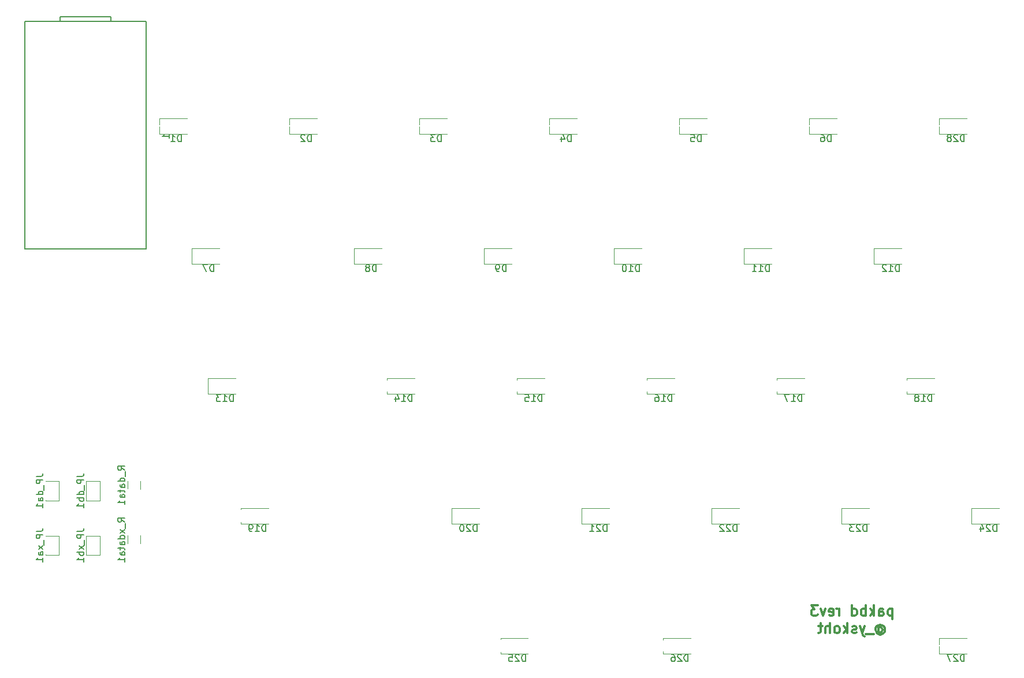
<source format=gbo>
G04 #@! TF.GenerationSoftware,KiCad,Pcbnew,(5.0.2)-1*
G04 #@! TF.CreationDate,2019-03-03T00:14:17+09:00*
G04 #@! TF.ProjectId,pakbd,70616b62-642e-46b6-9963-61645f706362,3*
G04 #@! TF.SameCoordinates,Original*
G04 #@! TF.FileFunction,Legend,Bot*
G04 #@! TF.FilePolarity,Positive*
%FSLAX46Y46*%
G04 Gerber Fmt 4.6, Leading zero omitted, Abs format (unit mm)*
G04 Created by KiCad (PCBNEW (5.0.2)-1) date 2019/03/03 0:14:17*
%MOMM*%
%LPD*%
G01*
G04 APERTURE LIST*
%ADD10C,0.300000*%
%ADD11C,0.120000*%
%ADD12C,0.150000*%
%ADD13C,3.400000*%
%ADD14C,4.400000*%
%ADD15C,2.200000*%
%ADD16R,3.400000X2.900000*%
%ADD17C,2.600000*%
%ADD18C,0.100000*%
%ADD19C,1.825000*%
%ADD20R,1.900000X1.400000*%
%ADD21C,3.450000*%
%ADD22C,1.797000*%
%ADD23C,1.670000*%
%ADD24R,1.670000X1.670000*%
%ADD25O,2.700000X1.900000*%
%ADD26C,1.600000*%
G04 APERTURE END LIST*
D10*
X149108571Y-109403571D02*
X149108571Y-110903571D01*
X149108571Y-109475000D02*
X148965714Y-109403571D01*
X148680000Y-109403571D01*
X148537142Y-109475000D01*
X148465714Y-109546428D01*
X148394285Y-109689285D01*
X148394285Y-110117857D01*
X148465714Y-110260714D01*
X148537142Y-110332142D01*
X148680000Y-110403571D01*
X148965714Y-110403571D01*
X149108571Y-110332142D01*
X147108571Y-110403571D02*
X147108571Y-109617857D01*
X147180000Y-109475000D01*
X147322857Y-109403571D01*
X147608571Y-109403571D01*
X147751428Y-109475000D01*
X147108571Y-110332142D02*
X147251428Y-110403571D01*
X147608571Y-110403571D01*
X147751428Y-110332142D01*
X147822857Y-110189285D01*
X147822857Y-110046428D01*
X147751428Y-109903571D01*
X147608571Y-109832142D01*
X147251428Y-109832142D01*
X147108571Y-109760714D01*
X146394285Y-110403571D02*
X146394285Y-108903571D01*
X146251428Y-109832142D02*
X145822857Y-110403571D01*
X145822857Y-109403571D02*
X146394285Y-109975000D01*
X145180000Y-110403571D02*
X145180000Y-108903571D01*
X145180000Y-109475000D02*
X145037142Y-109403571D01*
X144751428Y-109403571D01*
X144608571Y-109475000D01*
X144537142Y-109546428D01*
X144465714Y-109689285D01*
X144465714Y-110117857D01*
X144537142Y-110260714D01*
X144608571Y-110332142D01*
X144751428Y-110403571D01*
X145037142Y-110403571D01*
X145180000Y-110332142D01*
X143180000Y-110403571D02*
X143180000Y-108903571D01*
X143180000Y-110332142D02*
X143322857Y-110403571D01*
X143608571Y-110403571D01*
X143751428Y-110332142D01*
X143822857Y-110260714D01*
X143894285Y-110117857D01*
X143894285Y-109689285D01*
X143822857Y-109546428D01*
X143751428Y-109475000D01*
X143608571Y-109403571D01*
X143322857Y-109403571D01*
X143180000Y-109475000D01*
X141322857Y-110403571D02*
X141322857Y-109403571D01*
X141322857Y-109689285D02*
X141251428Y-109546428D01*
X141180000Y-109475000D01*
X141037142Y-109403571D01*
X140894285Y-109403571D01*
X139822857Y-110332142D02*
X139965714Y-110403571D01*
X140251428Y-110403571D01*
X140394285Y-110332142D01*
X140465714Y-110189285D01*
X140465714Y-109617857D01*
X140394285Y-109475000D01*
X140251428Y-109403571D01*
X139965714Y-109403571D01*
X139822857Y-109475000D01*
X139751428Y-109617857D01*
X139751428Y-109760714D01*
X140465714Y-109903571D01*
X139251428Y-109403571D02*
X138894285Y-110403571D01*
X138537142Y-109403571D01*
X138108571Y-108903571D02*
X137180000Y-108903571D01*
X137680000Y-109475000D01*
X137465714Y-109475000D01*
X137322857Y-109546428D01*
X137251428Y-109617857D01*
X137180000Y-109760714D01*
X137180000Y-110117857D01*
X137251428Y-110260714D01*
X137322857Y-110332142D01*
X137465714Y-110403571D01*
X137894285Y-110403571D01*
X138037142Y-110332142D01*
X138108571Y-110260714D01*
X147001428Y-112239285D02*
X147072857Y-112167857D01*
X147215714Y-112096428D01*
X147358571Y-112096428D01*
X147501428Y-112167857D01*
X147572857Y-112239285D01*
X147644285Y-112382142D01*
X147644285Y-112525000D01*
X147572857Y-112667857D01*
X147501428Y-112739285D01*
X147358571Y-112810714D01*
X147215714Y-112810714D01*
X147072857Y-112739285D01*
X147001428Y-112667857D01*
X147001428Y-112096428D02*
X147001428Y-112667857D01*
X146930000Y-112739285D01*
X146858571Y-112739285D01*
X146715714Y-112667857D01*
X146644285Y-112525000D01*
X146644285Y-112167857D01*
X146787142Y-111953571D01*
X147001428Y-111810714D01*
X147287142Y-111739285D01*
X147572857Y-111810714D01*
X147787142Y-111953571D01*
X147930000Y-112167857D01*
X148001428Y-112453571D01*
X147930000Y-112739285D01*
X147787142Y-112953571D01*
X147572857Y-113096428D01*
X147287142Y-113167857D01*
X147001428Y-113096428D01*
X146787142Y-112953571D01*
X146358571Y-113096428D02*
X145215714Y-113096428D01*
X145001428Y-111953571D02*
X144644285Y-112953571D01*
X144287142Y-111953571D02*
X144644285Y-112953571D01*
X144787142Y-113310714D01*
X144858571Y-113382142D01*
X145001428Y-113453571D01*
X143787142Y-112882142D02*
X143644285Y-112953571D01*
X143358571Y-112953571D01*
X143215714Y-112882142D01*
X143144285Y-112739285D01*
X143144285Y-112667857D01*
X143215714Y-112525000D01*
X143358571Y-112453571D01*
X143572857Y-112453571D01*
X143715714Y-112382142D01*
X143787142Y-112239285D01*
X143787142Y-112167857D01*
X143715714Y-112025000D01*
X143572857Y-111953571D01*
X143358571Y-111953571D01*
X143215714Y-112025000D01*
X142501428Y-112953571D02*
X142501428Y-111453571D01*
X142358571Y-112382142D02*
X141930000Y-112953571D01*
X141930000Y-111953571D02*
X142501428Y-112525000D01*
X141072857Y-112953571D02*
X141215714Y-112882142D01*
X141287142Y-112810714D01*
X141358571Y-112667857D01*
X141358571Y-112239285D01*
X141287142Y-112096428D01*
X141215714Y-112025000D01*
X141072857Y-111953571D01*
X140858571Y-111953571D01*
X140715714Y-112025000D01*
X140644285Y-112096428D01*
X140572857Y-112239285D01*
X140572857Y-112667857D01*
X140644285Y-112810714D01*
X140715714Y-112882142D01*
X140858571Y-112953571D01*
X141072857Y-112953571D01*
X139930000Y-112953571D02*
X139930000Y-111453571D01*
X139287142Y-112953571D02*
X139287142Y-112167857D01*
X139358571Y-112025000D01*
X139501428Y-111953571D01*
X139715714Y-111953571D01*
X139858571Y-112025000D01*
X139930000Y-112096428D01*
X138787142Y-111953571D02*
X138215714Y-111953571D01*
X138572857Y-111453571D02*
X138572857Y-112739285D01*
X138501428Y-112882142D01*
X138358571Y-112953571D01*
X138215714Y-112953571D01*
D11*
G04 #@! TO.C,D1*
X41627500Y-37485000D02*
X45687500Y-37485000D01*
X41627500Y-39755000D02*
X41627500Y-37485000D01*
X45687500Y-39755000D02*
X41627500Y-39755000D01*
G04 #@! TO.C,D2*
X64737500Y-39755000D02*
X60677500Y-39755000D01*
X60677500Y-39755000D02*
X60677500Y-37485000D01*
X60677500Y-37485000D02*
X64737500Y-37485000D01*
G04 #@! TO.C,D3*
X79727500Y-37485000D02*
X83787500Y-37485000D01*
X79727500Y-39755000D02*
X79727500Y-37485000D01*
X83787500Y-39755000D02*
X79727500Y-39755000D01*
G04 #@! TO.C,D4*
X102837500Y-39755000D02*
X98777500Y-39755000D01*
X98777500Y-39755000D02*
X98777500Y-37485000D01*
X98777500Y-37485000D02*
X102837500Y-37485000D01*
G04 #@! TO.C,D5*
X117827500Y-37485000D02*
X121887500Y-37485000D01*
X117827500Y-39755000D02*
X117827500Y-37485000D01*
X121887500Y-39755000D02*
X117827500Y-39755000D01*
G04 #@! TO.C,D6*
X140937500Y-39755000D02*
X136877500Y-39755000D01*
X136877500Y-39755000D02*
X136877500Y-37485000D01*
X136877500Y-37485000D02*
X140937500Y-37485000D01*
G04 #@! TO.C,D7*
X46390000Y-56535000D02*
X50450000Y-56535000D01*
X46390000Y-58805000D02*
X46390000Y-56535000D01*
X50450000Y-58805000D02*
X46390000Y-58805000D01*
G04 #@! TO.C,D8*
X70202500Y-56535000D02*
X74262500Y-56535000D01*
X70202500Y-58805000D02*
X70202500Y-56535000D01*
X74262500Y-58805000D02*
X70202500Y-58805000D01*
G04 #@! TO.C,D9*
X93312500Y-58805000D02*
X89252500Y-58805000D01*
X89252500Y-58805000D02*
X89252500Y-56535000D01*
X89252500Y-56535000D02*
X93312500Y-56535000D01*
G04 #@! TO.C,D10*
X112362500Y-58805000D02*
X108302500Y-58805000D01*
X108302500Y-58805000D02*
X108302500Y-56535000D01*
X108302500Y-56535000D02*
X112362500Y-56535000D01*
G04 #@! TO.C,D11*
X127352500Y-56535000D02*
X131412500Y-56535000D01*
X127352500Y-58805000D02*
X127352500Y-56535000D01*
X131412500Y-58805000D02*
X127352500Y-58805000D01*
G04 #@! TO.C,D12*
X150462500Y-58805000D02*
X146402500Y-58805000D01*
X146402500Y-58805000D02*
X146402500Y-56535000D01*
X146402500Y-56535000D02*
X150462500Y-56535000D01*
G04 #@! TO.C,D13*
X48770900Y-75585000D02*
X52830900Y-75585000D01*
X48770900Y-77855000D02*
X48770900Y-75585000D01*
X52830900Y-77855000D02*
X48770900Y-77855000D01*
G04 #@! TO.C,D14*
X74964500Y-75585000D02*
X79024500Y-75585000D01*
X74964500Y-77855000D02*
X74964500Y-75585000D01*
X79024500Y-77855000D02*
X74964500Y-77855000D01*
G04 #@! TO.C,D15*
X98074500Y-77855000D02*
X94014500Y-77855000D01*
X94014500Y-77855000D02*
X94014500Y-75585000D01*
X94014500Y-75585000D02*
X98074500Y-75585000D01*
G04 #@! TO.C,D16*
X117124500Y-77855000D02*
X113064500Y-77855000D01*
X113064500Y-77855000D02*
X113064500Y-75585000D01*
X113064500Y-75585000D02*
X117124500Y-75585000D01*
G04 #@! TO.C,D17*
X132114500Y-75585000D02*
X136174500Y-75585000D01*
X132114500Y-77855000D02*
X132114500Y-75585000D01*
X136174500Y-77855000D02*
X132114500Y-77855000D01*
G04 #@! TO.C,D18*
X155224500Y-77855000D02*
X151164500Y-77855000D01*
X151164500Y-77855000D02*
X151164500Y-75585000D01*
X151164500Y-75585000D02*
X155224500Y-75585000D01*
G04 #@! TO.C,D19*
X53533100Y-94635000D02*
X57593100Y-94635000D01*
X53533100Y-96905000D02*
X53533100Y-94635000D01*
X57593100Y-96905000D02*
X53533100Y-96905000D01*
G04 #@! TO.C,D20*
X84489500Y-94635000D02*
X88549500Y-94635000D01*
X84489500Y-96905000D02*
X84489500Y-94635000D01*
X88549500Y-96905000D02*
X84489500Y-96905000D01*
G04 #@! TO.C,D21*
X107599500Y-96905000D02*
X103539500Y-96905000D01*
X103539500Y-96905000D02*
X103539500Y-94635000D01*
X103539500Y-94635000D02*
X107599500Y-94635000D01*
G04 #@! TO.C,D22*
X126649500Y-96905000D02*
X122589500Y-96905000D01*
X122589500Y-96905000D02*
X122589500Y-94635000D01*
X122589500Y-94635000D02*
X126649500Y-94635000D01*
G04 #@! TO.C,D23*
X145699500Y-96905000D02*
X141639500Y-96905000D01*
X141639500Y-96905000D02*
X141639500Y-94635000D01*
X141639500Y-94635000D02*
X145699500Y-94635000D01*
G04 #@! TO.C,D24*
X160689500Y-94635000D02*
X164749500Y-94635000D01*
X160689500Y-96905000D02*
X160689500Y-94635000D01*
X164749500Y-96905000D02*
X160689500Y-96905000D01*
G04 #@! TO.C,D25*
X95687500Y-115955000D02*
X91627500Y-115955000D01*
X91627500Y-115955000D02*
X91627500Y-113685000D01*
X91627500Y-113685000D02*
X95687500Y-113685000D01*
G04 #@! TO.C,D26*
X119499500Y-115955000D02*
X115439500Y-115955000D01*
X115439500Y-115955000D02*
X115439500Y-113685000D01*
X115439500Y-113685000D02*
X119499500Y-113685000D01*
G04 #@! TO.C,D27*
X155927000Y-113685000D02*
X159987000Y-113685000D01*
X155927000Y-115955000D02*
X155927000Y-113685000D01*
X159987000Y-115955000D02*
X155927000Y-115955000D01*
G04 #@! TO.C,D28*
X155927500Y-37485000D02*
X159987500Y-37485000D01*
X155927500Y-39755000D02*
X155927500Y-37485000D01*
X159987500Y-39755000D02*
X155927500Y-39755000D01*
G04 #@! TO.C,JP_da1*
X24910000Y-90700000D02*
X24910000Y-93500000D01*
X24910000Y-93500000D02*
X26910000Y-93500000D01*
X26910000Y-93500000D02*
X26910000Y-90700000D01*
X26910000Y-90700000D02*
X24910000Y-90700000D01*
G04 #@! TO.C,JP_db1*
X32910000Y-90700000D02*
X30910000Y-90700000D01*
X32910000Y-93500000D02*
X32910000Y-90700000D01*
X30910000Y-93500000D02*
X32910000Y-93500000D01*
X30910000Y-90700000D02*
X30910000Y-93500000D01*
G04 #@! TO.C,JP_xa1*
X24910000Y-98700000D02*
X24910000Y-101500000D01*
X24910000Y-101500000D02*
X26910000Y-101500000D01*
X26910000Y-101500000D02*
X26910000Y-98700000D01*
X26910000Y-98700000D02*
X24910000Y-98700000D01*
G04 #@! TO.C,JP_xb1*
X32910000Y-98700000D02*
X30910000Y-98700000D01*
X32910000Y-101500000D02*
X32910000Y-98700000D01*
X30910000Y-101500000D02*
X32910000Y-101500000D01*
X30910000Y-98700000D02*
X30910000Y-101500000D01*
G04 #@! TO.C,R_data1*
X38820000Y-90660436D02*
X38820000Y-91864564D01*
X37000000Y-90660436D02*
X37000000Y-91864564D01*
G04 #@! TO.C,R_xdata1*
X37000000Y-98660436D02*
X37000000Y-99864564D01*
X38820000Y-98660436D02*
X38820000Y-99864564D01*
D12*
G04 #@! TO.C,U1*
X21910000Y-56600000D02*
X39690000Y-56600000D01*
X21910000Y-23300000D02*
X39690000Y-23300000D01*
X21910000Y-56600000D02*
X21910000Y-23300000D01*
X39690000Y-56600000D02*
X39690000Y-23300000D01*
X27050000Y-22590000D02*
X34550000Y-22590000D01*
X27050000Y-22590000D02*
X27050000Y-23300000D01*
X34550000Y-22590000D02*
X34550000Y-23300000D01*
G04 #@! TO.C,D1*
X44825595Y-40892380D02*
X44825595Y-39892380D01*
X44587500Y-39892380D01*
X44444642Y-39940000D01*
X44349404Y-40035238D01*
X44301785Y-40130476D01*
X44254166Y-40320952D01*
X44254166Y-40463809D01*
X44301785Y-40654285D01*
X44349404Y-40749523D01*
X44444642Y-40844761D01*
X44587500Y-40892380D01*
X44825595Y-40892380D01*
X43301785Y-40892380D02*
X43873214Y-40892380D01*
X43587500Y-40892380D02*
X43587500Y-39892380D01*
X43682738Y-40035238D01*
X43777976Y-40130476D01*
X43873214Y-40178095D01*
G04 #@! TO.C,D2*
X63875595Y-40892380D02*
X63875595Y-39892380D01*
X63637500Y-39892380D01*
X63494642Y-39940000D01*
X63399404Y-40035238D01*
X63351785Y-40130476D01*
X63304166Y-40320952D01*
X63304166Y-40463809D01*
X63351785Y-40654285D01*
X63399404Y-40749523D01*
X63494642Y-40844761D01*
X63637500Y-40892380D01*
X63875595Y-40892380D01*
X62923214Y-39987619D02*
X62875595Y-39940000D01*
X62780357Y-39892380D01*
X62542261Y-39892380D01*
X62447023Y-39940000D01*
X62399404Y-39987619D01*
X62351785Y-40082857D01*
X62351785Y-40178095D01*
X62399404Y-40320952D01*
X62970833Y-40892380D01*
X62351785Y-40892380D01*
G04 #@! TO.C,D3*
X82925595Y-40892380D02*
X82925595Y-39892380D01*
X82687500Y-39892380D01*
X82544642Y-39940000D01*
X82449404Y-40035238D01*
X82401785Y-40130476D01*
X82354166Y-40320952D01*
X82354166Y-40463809D01*
X82401785Y-40654285D01*
X82449404Y-40749523D01*
X82544642Y-40844761D01*
X82687500Y-40892380D01*
X82925595Y-40892380D01*
X82020833Y-39892380D02*
X81401785Y-39892380D01*
X81735119Y-40273333D01*
X81592261Y-40273333D01*
X81497023Y-40320952D01*
X81449404Y-40368571D01*
X81401785Y-40463809D01*
X81401785Y-40701904D01*
X81449404Y-40797142D01*
X81497023Y-40844761D01*
X81592261Y-40892380D01*
X81877976Y-40892380D01*
X81973214Y-40844761D01*
X82020833Y-40797142D01*
G04 #@! TO.C,D4*
X101975595Y-40892380D02*
X101975595Y-39892380D01*
X101737500Y-39892380D01*
X101594642Y-39940000D01*
X101499404Y-40035238D01*
X101451785Y-40130476D01*
X101404166Y-40320952D01*
X101404166Y-40463809D01*
X101451785Y-40654285D01*
X101499404Y-40749523D01*
X101594642Y-40844761D01*
X101737500Y-40892380D01*
X101975595Y-40892380D01*
X100547023Y-40225714D02*
X100547023Y-40892380D01*
X100785119Y-39844761D02*
X101023214Y-40559047D01*
X100404166Y-40559047D01*
G04 #@! TO.C,D5*
X121025595Y-40892380D02*
X121025595Y-39892380D01*
X120787500Y-39892380D01*
X120644642Y-39940000D01*
X120549404Y-40035238D01*
X120501785Y-40130476D01*
X120454166Y-40320952D01*
X120454166Y-40463809D01*
X120501785Y-40654285D01*
X120549404Y-40749523D01*
X120644642Y-40844761D01*
X120787500Y-40892380D01*
X121025595Y-40892380D01*
X119549404Y-39892380D02*
X120025595Y-39892380D01*
X120073214Y-40368571D01*
X120025595Y-40320952D01*
X119930357Y-40273333D01*
X119692261Y-40273333D01*
X119597023Y-40320952D01*
X119549404Y-40368571D01*
X119501785Y-40463809D01*
X119501785Y-40701904D01*
X119549404Y-40797142D01*
X119597023Y-40844761D01*
X119692261Y-40892380D01*
X119930357Y-40892380D01*
X120025595Y-40844761D01*
X120073214Y-40797142D01*
G04 #@! TO.C,D6*
X140075595Y-40892380D02*
X140075595Y-39892380D01*
X139837500Y-39892380D01*
X139694642Y-39940000D01*
X139599404Y-40035238D01*
X139551785Y-40130476D01*
X139504166Y-40320952D01*
X139504166Y-40463809D01*
X139551785Y-40654285D01*
X139599404Y-40749523D01*
X139694642Y-40844761D01*
X139837500Y-40892380D01*
X140075595Y-40892380D01*
X138647023Y-39892380D02*
X138837500Y-39892380D01*
X138932738Y-39940000D01*
X138980357Y-39987619D01*
X139075595Y-40130476D01*
X139123214Y-40320952D01*
X139123214Y-40701904D01*
X139075595Y-40797142D01*
X139027976Y-40844761D01*
X138932738Y-40892380D01*
X138742261Y-40892380D01*
X138647023Y-40844761D01*
X138599404Y-40797142D01*
X138551785Y-40701904D01*
X138551785Y-40463809D01*
X138599404Y-40368571D01*
X138647023Y-40320952D01*
X138742261Y-40273333D01*
X138932738Y-40273333D01*
X139027976Y-40320952D01*
X139075595Y-40368571D01*
X139123214Y-40463809D01*
G04 #@! TO.C,D7*
X49588095Y-59942380D02*
X49588095Y-58942380D01*
X49350000Y-58942380D01*
X49207142Y-58990000D01*
X49111904Y-59085238D01*
X49064285Y-59180476D01*
X49016666Y-59370952D01*
X49016666Y-59513809D01*
X49064285Y-59704285D01*
X49111904Y-59799523D01*
X49207142Y-59894761D01*
X49350000Y-59942380D01*
X49588095Y-59942380D01*
X48683333Y-58942380D02*
X48016666Y-58942380D01*
X48445238Y-59942380D01*
G04 #@! TO.C,D8*
X73400595Y-59942380D02*
X73400595Y-58942380D01*
X73162500Y-58942380D01*
X73019642Y-58990000D01*
X72924404Y-59085238D01*
X72876785Y-59180476D01*
X72829166Y-59370952D01*
X72829166Y-59513809D01*
X72876785Y-59704285D01*
X72924404Y-59799523D01*
X73019642Y-59894761D01*
X73162500Y-59942380D01*
X73400595Y-59942380D01*
X72257738Y-59370952D02*
X72352976Y-59323333D01*
X72400595Y-59275714D01*
X72448214Y-59180476D01*
X72448214Y-59132857D01*
X72400595Y-59037619D01*
X72352976Y-58990000D01*
X72257738Y-58942380D01*
X72067261Y-58942380D01*
X71972023Y-58990000D01*
X71924404Y-59037619D01*
X71876785Y-59132857D01*
X71876785Y-59180476D01*
X71924404Y-59275714D01*
X71972023Y-59323333D01*
X72067261Y-59370952D01*
X72257738Y-59370952D01*
X72352976Y-59418571D01*
X72400595Y-59466190D01*
X72448214Y-59561428D01*
X72448214Y-59751904D01*
X72400595Y-59847142D01*
X72352976Y-59894761D01*
X72257738Y-59942380D01*
X72067261Y-59942380D01*
X71972023Y-59894761D01*
X71924404Y-59847142D01*
X71876785Y-59751904D01*
X71876785Y-59561428D01*
X71924404Y-59466190D01*
X71972023Y-59418571D01*
X72067261Y-59370952D01*
G04 #@! TO.C,D9*
X92450595Y-59942380D02*
X92450595Y-58942380D01*
X92212500Y-58942380D01*
X92069642Y-58990000D01*
X91974404Y-59085238D01*
X91926785Y-59180476D01*
X91879166Y-59370952D01*
X91879166Y-59513809D01*
X91926785Y-59704285D01*
X91974404Y-59799523D01*
X92069642Y-59894761D01*
X92212500Y-59942380D01*
X92450595Y-59942380D01*
X91402976Y-59942380D02*
X91212500Y-59942380D01*
X91117261Y-59894761D01*
X91069642Y-59847142D01*
X90974404Y-59704285D01*
X90926785Y-59513809D01*
X90926785Y-59132857D01*
X90974404Y-59037619D01*
X91022023Y-58990000D01*
X91117261Y-58942380D01*
X91307738Y-58942380D01*
X91402976Y-58990000D01*
X91450595Y-59037619D01*
X91498214Y-59132857D01*
X91498214Y-59370952D01*
X91450595Y-59466190D01*
X91402976Y-59513809D01*
X91307738Y-59561428D01*
X91117261Y-59561428D01*
X91022023Y-59513809D01*
X90974404Y-59466190D01*
X90926785Y-59370952D01*
G04 #@! TO.C,D10*
X111976785Y-59942380D02*
X111976785Y-58942380D01*
X111738690Y-58942380D01*
X111595833Y-58990000D01*
X111500595Y-59085238D01*
X111452976Y-59180476D01*
X111405357Y-59370952D01*
X111405357Y-59513809D01*
X111452976Y-59704285D01*
X111500595Y-59799523D01*
X111595833Y-59894761D01*
X111738690Y-59942380D01*
X111976785Y-59942380D01*
X110452976Y-59942380D02*
X111024404Y-59942380D01*
X110738690Y-59942380D02*
X110738690Y-58942380D01*
X110833928Y-59085238D01*
X110929166Y-59180476D01*
X111024404Y-59228095D01*
X109833928Y-58942380D02*
X109738690Y-58942380D01*
X109643452Y-58990000D01*
X109595833Y-59037619D01*
X109548214Y-59132857D01*
X109500595Y-59323333D01*
X109500595Y-59561428D01*
X109548214Y-59751904D01*
X109595833Y-59847142D01*
X109643452Y-59894761D01*
X109738690Y-59942380D01*
X109833928Y-59942380D01*
X109929166Y-59894761D01*
X109976785Y-59847142D01*
X110024404Y-59751904D01*
X110072023Y-59561428D01*
X110072023Y-59323333D01*
X110024404Y-59132857D01*
X109976785Y-59037619D01*
X109929166Y-58990000D01*
X109833928Y-58942380D01*
G04 #@! TO.C,D11*
X131026785Y-59942380D02*
X131026785Y-58942380D01*
X130788690Y-58942380D01*
X130645833Y-58990000D01*
X130550595Y-59085238D01*
X130502976Y-59180476D01*
X130455357Y-59370952D01*
X130455357Y-59513809D01*
X130502976Y-59704285D01*
X130550595Y-59799523D01*
X130645833Y-59894761D01*
X130788690Y-59942380D01*
X131026785Y-59942380D01*
X129502976Y-59942380D02*
X130074404Y-59942380D01*
X129788690Y-59942380D02*
X129788690Y-58942380D01*
X129883928Y-59085238D01*
X129979166Y-59180476D01*
X130074404Y-59228095D01*
X128550595Y-59942380D02*
X129122023Y-59942380D01*
X128836309Y-59942380D02*
X128836309Y-58942380D01*
X128931547Y-59085238D01*
X129026785Y-59180476D01*
X129122023Y-59228095D01*
G04 #@! TO.C,D12*
X150076785Y-59942380D02*
X150076785Y-58942380D01*
X149838690Y-58942380D01*
X149695833Y-58990000D01*
X149600595Y-59085238D01*
X149552976Y-59180476D01*
X149505357Y-59370952D01*
X149505357Y-59513809D01*
X149552976Y-59704285D01*
X149600595Y-59799523D01*
X149695833Y-59894761D01*
X149838690Y-59942380D01*
X150076785Y-59942380D01*
X148552976Y-59942380D02*
X149124404Y-59942380D01*
X148838690Y-59942380D02*
X148838690Y-58942380D01*
X148933928Y-59085238D01*
X149029166Y-59180476D01*
X149124404Y-59228095D01*
X148172023Y-59037619D02*
X148124404Y-58990000D01*
X148029166Y-58942380D01*
X147791071Y-58942380D01*
X147695833Y-58990000D01*
X147648214Y-59037619D01*
X147600595Y-59132857D01*
X147600595Y-59228095D01*
X147648214Y-59370952D01*
X148219642Y-59942380D01*
X147600595Y-59942380D01*
G04 #@! TO.C,D13*
X52445185Y-78992380D02*
X52445185Y-77992380D01*
X52207090Y-77992380D01*
X52064233Y-78040000D01*
X51968995Y-78135238D01*
X51921376Y-78230476D01*
X51873757Y-78420952D01*
X51873757Y-78563809D01*
X51921376Y-78754285D01*
X51968995Y-78849523D01*
X52064233Y-78944761D01*
X52207090Y-78992380D01*
X52445185Y-78992380D01*
X50921376Y-78992380D02*
X51492804Y-78992380D01*
X51207090Y-78992380D02*
X51207090Y-77992380D01*
X51302328Y-78135238D01*
X51397566Y-78230476D01*
X51492804Y-78278095D01*
X50588042Y-77992380D02*
X49968995Y-77992380D01*
X50302328Y-78373333D01*
X50159471Y-78373333D01*
X50064233Y-78420952D01*
X50016614Y-78468571D01*
X49968995Y-78563809D01*
X49968995Y-78801904D01*
X50016614Y-78897142D01*
X50064233Y-78944761D01*
X50159471Y-78992380D01*
X50445185Y-78992380D01*
X50540423Y-78944761D01*
X50588042Y-78897142D01*
G04 #@! TO.C,D14*
X78638785Y-78992380D02*
X78638785Y-77992380D01*
X78400690Y-77992380D01*
X78257833Y-78040000D01*
X78162595Y-78135238D01*
X78114976Y-78230476D01*
X78067357Y-78420952D01*
X78067357Y-78563809D01*
X78114976Y-78754285D01*
X78162595Y-78849523D01*
X78257833Y-78944761D01*
X78400690Y-78992380D01*
X78638785Y-78992380D01*
X77114976Y-78992380D02*
X77686404Y-78992380D01*
X77400690Y-78992380D02*
X77400690Y-77992380D01*
X77495928Y-78135238D01*
X77591166Y-78230476D01*
X77686404Y-78278095D01*
X76257833Y-78325714D02*
X76257833Y-78992380D01*
X76495928Y-77944761D02*
X76734023Y-78659047D01*
X76114976Y-78659047D01*
G04 #@! TO.C,D15*
X97688785Y-78992380D02*
X97688785Y-77992380D01*
X97450690Y-77992380D01*
X97307833Y-78040000D01*
X97212595Y-78135238D01*
X97164976Y-78230476D01*
X97117357Y-78420952D01*
X97117357Y-78563809D01*
X97164976Y-78754285D01*
X97212595Y-78849523D01*
X97307833Y-78944761D01*
X97450690Y-78992380D01*
X97688785Y-78992380D01*
X96164976Y-78992380D02*
X96736404Y-78992380D01*
X96450690Y-78992380D02*
X96450690Y-77992380D01*
X96545928Y-78135238D01*
X96641166Y-78230476D01*
X96736404Y-78278095D01*
X95260214Y-77992380D02*
X95736404Y-77992380D01*
X95784023Y-78468571D01*
X95736404Y-78420952D01*
X95641166Y-78373333D01*
X95403071Y-78373333D01*
X95307833Y-78420952D01*
X95260214Y-78468571D01*
X95212595Y-78563809D01*
X95212595Y-78801904D01*
X95260214Y-78897142D01*
X95307833Y-78944761D01*
X95403071Y-78992380D01*
X95641166Y-78992380D01*
X95736404Y-78944761D01*
X95784023Y-78897142D01*
G04 #@! TO.C,D16*
X116738785Y-78992380D02*
X116738785Y-77992380D01*
X116500690Y-77992380D01*
X116357833Y-78040000D01*
X116262595Y-78135238D01*
X116214976Y-78230476D01*
X116167357Y-78420952D01*
X116167357Y-78563809D01*
X116214976Y-78754285D01*
X116262595Y-78849523D01*
X116357833Y-78944761D01*
X116500690Y-78992380D01*
X116738785Y-78992380D01*
X115214976Y-78992380D02*
X115786404Y-78992380D01*
X115500690Y-78992380D02*
X115500690Y-77992380D01*
X115595928Y-78135238D01*
X115691166Y-78230476D01*
X115786404Y-78278095D01*
X114357833Y-77992380D02*
X114548309Y-77992380D01*
X114643547Y-78040000D01*
X114691166Y-78087619D01*
X114786404Y-78230476D01*
X114834023Y-78420952D01*
X114834023Y-78801904D01*
X114786404Y-78897142D01*
X114738785Y-78944761D01*
X114643547Y-78992380D01*
X114453071Y-78992380D01*
X114357833Y-78944761D01*
X114310214Y-78897142D01*
X114262595Y-78801904D01*
X114262595Y-78563809D01*
X114310214Y-78468571D01*
X114357833Y-78420952D01*
X114453071Y-78373333D01*
X114643547Y-78373333D01*
X114738785Y-78420952D01*
X114786404Y-78468571D01*
X114834023Y-78563809D01*
G04 #@! TO.C,D17*
X135788785Y-78992380D02*
X135788785Y-77992380D01*
X135550690Y-77992380D01*
X135407833Y-78040000D01*
X135312595Y-78135238D01*
X135264976Y-78230476D01*
X135217357Y-78420952D01*
X135217357Y-78563809D01*
X135264976Y-78754285D01*
X135312595Y-78849523D01*
X135407833Y-78944761D01*
X135550690Y-78992380D01*
X135788785Y-78992380D01*
X134264976Y-78992380D02*
X134836404Y-78992380D01*
X134550690Y-78992380D02*
X134550690Y-77992380D01*
X134645928Y-78135238D01*
X134741166Y-78230476D01*
X134836404Y-78278095D01*
X133931642Y-77992380D02*
X133264976Y-77992380D01*
X133693547Y-78992380D01*
G04 #@! TO.C,D18*
X154838785Y-78992380D02*
X154838785Y-77992380D01*
X154600690Y-77992380D01*
X154457833Y-78040000D01*
X154362595Y-78135238D01*
X154314976Y-78230476D01*
X154267357Y-78420952D01*
X154267357Y-78563809D01*
X154314976Y-78754285D01*
X154362595Y-78849523D01*
X154457833Y-78944761D01*
X154600690Y-78992380D01*
X154838785Y-78992380D01*
X153314976Y-78992380D02*
X153886404Y-78992380D01*
X153600690Y-78992380D02*
X153600690Y-77992380D01*
X153695928Y-78135238D01*
X153791166Y-78230476D01*
X153886404Y-78278095D01*
X152743547Y-78420952D02*
X152838785Y-78373333D01*
X152886404Y-78325714D01*
X152934023Y-78230476D01*
X152934023Y-78182857D01*
X152886404Y-78087619D01*
X152838785Y-78040000D01*
X152743547Y-77992380D01*
X152553071Y-77992380D01*
X152457833Y-78040000D01*
X152410214Y-78087619D01*
X152362595Y-78182857D01*
X152362595Y-78230476D01*
X152410214Y-78325714D01*
X152457833Y-78373333D01*
X152553071Y-78420952D01*
X152743547Y-78420952D01*
X152838785Y-78468571D01*
X152886404Y-78516190D01*
X152934023Y-78611428D01*
X152934023Y-78801904D01*
X152886404Y-78897142D01*
X152838785Y-78944761D01*
X152743547Y-78992380D01*
X152553071Y-78992380D01*
X152457833Y-78944761D01*
X152410214Y-78897142D01*
X152362595Y-78801904D01*
X152362595Y-78611428D01*
X152410214Y-78516190D01*
X152457833Y-78468571D01*
X152553071Y-78420952D01*
G04 #@! TO.C,D19*
X57207385Y-98042380D02*
X57207385Y-97042380D01*
X56969290Y-97042380D01*
X56826433Y-97090000D01*
X56731195Y-97185238D01*
X56683576Y-97280476D01*
X56635957Y-97470952D01*
X56635957Y-97613809D01*
X56683576Y-97804285D01*
X56731195Y-97899523D01*
X56826433Y-97994761D01*
X56969290Y-98042380D01*
X57207385Y-98042380D01*
X55683576Y-98042380D02*
X56255004Y-98042380D01*
X55969290Y-98042380D02*
X55969290Y-97042380D01*
X56064528Y-97185238D01*
X56159766Y-97280476D01*
X56255004Y-97328095D01*
X55207385Y-98042380D02*
X55016909Y-98042380D01*
X54921671Y-97994761D01*
X54874052Y-97947142D01*
X54778814Y-97804285D01*
X54731195Y-97613809D01*
X54731195Y-97232857D01*
X54778814Y-97137619D01*
X54826433Y-97090000D01*
X54921671Y-97042380D01*
X55112147Y-97042380D01*
X55207385Y-97090000D01*
X55255004Y-97137619D01*
X55302623Y-97232857D01*
X55302623Y-97470952D01*
X55255004Y-97566190D01*
X55207385Y-97613809D01*
X55112147Y-97661428D01*
X54921671Y-97661428D01*
X54826433Y-97613809D01*
X54778814Y-97566190D01*
X54731195Y-97470952D01*
G04 #@! TO.C,D20*
X88163785Y-98042380D02*
X88163785Y-97042380D01*
X87925690Y-97042380D01*
X87782833Y-97090000D01*
X87687595Y-97185238D01*
X87639976Y-97280476D01*
X87592357Y-97470952D01*
X87592357Y-97613809D01*
X87639976Y-97804285D01*
X87687595Y-97899523D01*
X87782833Y-97994761D01*
X87925690Y-98042380D01*
X88163785Y-98042380D01*
X87211404Y-97137619D02*
X87163785Y-97090000D01*
X87068547Y-97042380D01*
X86830452Y-97042380D01*
X86735214Y-97090000D01*
X86687595Y-97137619D01*
X86639976Y-97232857D01*
X86639976Y-97328095D01*
X86687595Y-97470952D01*
X87259023Y-98042380D01*
X86639976Y-98042380D01*
X86020928Y-97042380D02*
X85925690Y-97042380D01*
X85830452Y-97090000D01*
X85782833Y-97137619D01*
X85735214Y-97232857D01*
X85687595Y-97423333D01*
X85687595Y-97661428D01*
X85735214Y-97851904D01*
X85782833Y-97947142D01*
X85830452Y-97994761D01*
X85925690Y-98042380D01*
X86020928Y-98042380D01*
X86116166Y-97994761D01*
X86163785Y-97947142D01*
X86211404Y-97851904D01*
X86259023Y-97661428D01*
X86259023Y-97423333D01*
X86211404Y-97232857D01*
X86163785Y-97137619D01*
X86116166Y-97090000D01*
X86020928Y-97042380D01*
G04 #@! TO.C,D21*
X107213785Y-98042380D02*
X107213785Y-97042380D01*
X106975690Y-97042380D01*
X106832833Y-97090000D01*
X106737595Y-97185238D01*
X106689976Y-97280476D01*
X106642357Y-97470952D01*
X106642357Y-97613809D01*
X106689976Y-97804285D01*
X106737595Y-97899523D01*
X106832833Y-97994761D01*
X106975690Y-98042380D01*
X107213785Y-98042380D01*
X106261404Y-97137619D02*
X106213785Y-97090000D01*
X106118547Y-97042380D01*
X105880452Y-97042380D01*
X105785214Y-97090000D01*
X105737595Y-97137619D01*
X105689976Y-97232857D01*
X105689976Y-97328095D01*
X105737595Y-97470952D01*
X106309023Y-98042380D01*
X105689976Y-98042380D01*
X104737595Y-98042380D02*
X105309023Y-98042380D01*
X105023309Y-98042380D02*
X105023309Y-97042380D01*
X105118547Y-97185238D01*
X105213785Y-97280476D01*
X105309023Y-97328095D01*
G04 #@! TO.C,D22*
X126263785Y-98042380D02*
X126263785Y-97042380D01*
X126025690Y-97042380D01*
X125882833Y-97090000D01*
X125787595Y-97185238D01*
X125739976Y-97280476D01*
X125692357Y-97470952D01*
X125692357Y-97613809D01*
X125739976Y-97804285D01*
X125787595Y-97899523D01*
X125882833Y-97994761D01*
X126025690Y-98042380D01*
X126263785Y-98042380D01*
X125311404Y-97137619D02*
X125263785Y-97090000D01*
X125168547Y-97042380D01*
X124930452Y-97042380D01*
X124835214Y-97090000D01*
X124787595Y-97137619D01*
X124739976Y-97232857D01*
X124739976Y-97328095D01*
X124787595Y-97470952D01*
X125359023Y-98042380D01*
X124739976Y-98042380D01*
X124359023Y-97137619D02*
X124311404Y-97090000D01*
X124216166Y-97042380D01*
X123978071Y-97042380D01*
X123882833Y-97090000D01*
X123835214Y-97137619D01*
X123787595Y-97232857D01*
X123787595Y-97328095D01*
X123835214Y-97470952D01*
X124406642Y-98042380D01*
X123787595Y-98042380D01*
G04 #@! TO.C,D23*
X145313785Y-98042380D02*
X145313785Y-97042380D01*
X145075690Y-97042380D01*
X144932833Y-97090000D01*
X144837595Y-97185238D01*
X144789976Y-97280476D01*
X144742357Y-97470952D01*
X144742357Y-97613809D01*
X144789976Y-97804285D01*
X144837595Y-97899523D01*
X144932833Y-97994761D01*
X145075690Y-98042380D01*
X145313785Y-98042380D01*
X144361404Y-97137619D02*
X144313785Y-97090000D01*
X144218547Y-97042380D01*
X143980452Y-97042380D01*
X143885214Y-97090000D01*
X143837595Y-97137619D01*
X143789976Y-97232857D01*
X143789976Y-97328095D01*
X143837595Y-97470952D01*
X144409023Y-98042380D01*
X143789976Y-98042380D01*
X143456642Y-97042380D02*
X142837595Y-97042380D01*
X143170928Y-97423333D01*
X143028071Y-97423333D01*
X142932833Y-97470952D01*
X142885214Y-97518571D01*
X142837595Y-97613809D01*
X142837595Y-97851904D01*
X142885214Y-97947142D01*
X142932833Y-97994761D01*
X143028071Y-98042380D01*
X143313785Y-98042380D01*
X143409023Y-97994761D01*
X143456642Y-97947142D01*
G04 #@! TO.C,D24*
X164363785Y-98042380D02*
X164363785Y-97042380D01*
X164125690Y-97042380D01*
X163982833Y-97090000D01*
X163887595Y-97185238D01*
X163839976Y-97280476D01*
X163792357Y-97470952D01*
X163792357Y-97613809D01*
X163839976Y-97804285D01*
X163887595Y-97899523D01*
X163982833Y-97994761D01*
X164125690Y-98042380D01*
X164363785Y-98042380D01*
X163411404Y-97137619D02*
X163363785Y-97090000D01*
X163268547Y-97042380D01*
X163030452Y-97042380D01*
X162935214Y-97090000D01*
X162887595Y-97137619D01*
X162839976Y-97232857D01*
X162839976Y-97328095D01*
X162887595Y-97470952D01*
X163459023Y-98042380D01*
X162839976Y-98042380D01*
X161982833Y-97375714D02*
X161982833Y-98042380D01*
X162220928Y-96994761D02*
X162459023Y-97709047D01*
X161839976Y-97709047D01*
G04 #@! TO.C,D25*
X95301785Y-117092380D02*
X95301785Y-116092380D01*
X95063690Y-116092380D01*
X94920833Y-116140000D01*
X94825595Y-116235238D01*
X94777976Y-116330476D01*
X94730357Y-116520952D01*
X94730357Y-116663809D01*
X94777976Y-116854285D01*
X94825595Y-116949523D01*
X94920833Y-117044761D01*
X95063690Y-117092380D01*
X95301785Y-117092380D01*
X94349404Y-116187619D02*
X94301785Y-116140000D01*
X94206547Y-116092380D01*
X93968452Y-116092380D01*
X93873214Y-116140000D01*
X93825595Y-116187619D01*
X93777976Y-116282857D01*
X93777976Y-116378095D01*
X93825595Y-116520952D01*
X94397023Y-117092380D01*
X93777976Y-117092380D01*
X92873214Y-116092380D02*
X93349404Y-116092380D01*
X93397023Y-116568571D01*
X93349404Y-116520952D01*
X93254166Y-116473333D01*
X93016071Y-116473333D01*
X92920833Y-116520952D01*
X92873214Y-116568571D01*
X92825595Y-116663809D01*
X92825595Y-116901904D01*
X92873214Y-116997142D01*
X92920833Y-117044761D01*
X93016071Y-117092380D01*
X93254166Y-117092380D01*
X93349404Y-117044761D01*
X93397023Y-116997142D01*
G04 #@! TO.C,D26*
X119113785Y-117092380D02*
X119113785Y-116092380D01*
X118875690Y-116092380D01*
X118732833Y-116140000D01*
X118637595Y-116235238D01*
X118589976Y-116330476D01*
X118542357Y-116520952D01*
X118542357Y-116663809D01*
X118589976Y-116854285D01*
X118637595Y-116949523D01*
X118732833Y-117044761D01*
X118875690Y-117092380D01*
X119113785Y-117092380D01*
X118161404Y-116187619D02*
X118113785Y-116140000D01*
X118018547Y-116092380D01*
X117780452Y-116092380D01*
X117685214Y-116140000D01*
X117637595Y-116187619D01*
X117589976Y-116282857D01*
X117589976Y-116378095D01*
X117637595Y-116520952D01*
X118209023Y-117092380D01*
X117589976Y-117092380D01*
X116732833Y-116092380D02*
X116923309Y-116092380D01*
X117018547Y-116140000D01*
X117066166Y-116187619D01*
X117161404Y-116330476D01*
X117209023Y-116520952D01*
X117209023Y-116901904D01*
X117161404Y-116997142D01*
X117113785Y-117044761D01*
X117018547Y-117092380D01*
X116828071Y-117092380D01*
X116732833Y-117044761D01*
X116685214Y-116997142D01*
X116637595Y-116901904D01*
X116637595Y-116663809D01*
X116685214Y-116568571D01*
X116732833Y-116520952D01*
X116828071Y-116473333D01*
X117018547Y-116473333D01*
X117113785Y-116520952D01*
X117161404Y-116568571D01*
X117209023Y-116663809D01*
G04 #@! TO.C,D27*
X159601285Y-117092380D02*
X159601285Y-116092380D01*
X159363190Y-116092380D01*
X159220333Y-116140000D01*
X159125095Y-116235238D01*
X159077476Y-116330476D01*
X159029857Y-116520952D01*
X159029857Y-116663809D01*
X159077476Y-116854285D01*
X159125095Y-116949523D01*
X159220333Y-117044761D01*
X159363190Y-117092380D01*
X159601285Y-117092380D01*
X158648904Y-116187619D02*
X158601285Y-116140000D01*
X158506047Y-116092380D01*
X158267952Y-116092380D01*
X158172714Y-116140000D01*
X158125095Y-116187619D01*
X158077476Y-116282857D01*
X158077476Y-116378095D01*
X158125095Y-116520952D01*
X158696523Y-117092380D01*
X158077476Y-117092380D01*
X157744142Y-116092380D02*
X157077476Y-116092380D01*
X157506047Y-117092380D01*
G04 #@! TO.C,D28*
X159601785Y-40892380D02*
X159601785Y-39892380D01*
X159363690Y-39892380D01*
X159220833Y-39940000D01*
X159125595Y-40035238D01*
X159077976Y-40130476D01*
X159030357Y-40320952D01*
X159030357Y-40463809D01*
X159077976Y-40654285D01*
X159125595Y-40749523D01*
X159220833Y-40844761D01*
X159363690Y-40892380D01*
X159601785Y-40892380D01*
X158649404Y-39987619D02*
X158601785Y-39940000D01*
X158506547Y-39892380D01*
X158268452Y-39892380D01*
X158173214Y-39940000D01*
X158125595Y-39987619D01*
X158077976Y-40082857D01*
X158077976Y-40178095D01*
X158125595Y-40320952D01*
X158697023Y-40892380D01*
X158077976Y-40892380D01*
X157506547Y-40320952D02*
X157601785Y-40273333D01*
X157649404Y-40225714D01*
X157697023Y-40130476D01*
X157697023Y-40082857D01*
X157649404Y-39987619D01*
X157601785Y-39940000D01*
X157506547Y-39892380D01*
X157316071Y-39892380D01*
X157220833Y-39940000D01*
X157173214Y-39987619D01*
X157125595Y-40082857D01*
X157125595Y-40130476D01*
X157173214Y-40225714D01*
X157220833Y-40273333D01*
X157316071Y-40320952D01*
X157506547Y-40320952D01*
X157601785Y-40368571D01*
X157649404Y-40416190D01*
X157697023Y-40511428D01*
X157697023Y-40701904D01*
X157649404Y-40797142D01*
X157601785Y-40844761D01*
X157506547Y-40892380D01*
X157316071Y-40892380D01*
X157220833Y-40844761D01*
X157173214Y-40797142D01*
X157125595Y-40701904D01*
X157125595Y-40511428D01*
X157173214Y-40416190D01*
X157220833Y-40368571D01*
X157316071Y-40320952D01*
G04 #@! TO.C,JP_da1*
X23562380Y-89980952D02*
X24276666Y-89980952D01*
X24419523Y-89933333D01*
X24514761Y-89838095D01*
X24562380Y-89695238D01*
X24562380Y-89600000D01*
X24562380Y-90457142D02*
X23562380Y-90457142D01*
X23562380Y-90838095D01*
X23610000Y-90933333D01*
X23657619Y-90980952D01*
X23752857Y-91028571D01*
X23895714Y-91028571D01*
X23990952Y-90980952D01*
X24038571Y-90933333D01*
X24086190Y-90838095D01*
X24086190Y-90457142D01*
X24657619Y-91219047D02*
X24657619Y-91980952D01*
X24562380Y-92647619D02*
X23562380Y-92647619D01*
X24514761Y-92647619D02*
X24562380Y-92552380D01*
X24562380Y-92361904D01*
X24514761Y-92266666D01*
X24467142Y-92219047D01*
X24371904Y-92171428D01*
X24086190Y-92171428D01*
X23990952Y-92219047D01*
X23943333Y-92266666D01*
X23895714Y-92361904D01*
X23895714Y-92552380D01*
X23943333Y-92647619D01*
X24562380Y-93552380D02*
X24038571Y-93552380D01*
X23943333Y-93504761D01*
X23895714Y-93409523D01*
X23895714Y-93219047D01*
X23943333Y-93123809D01*
X24514761Y-93552380D02*
X24562380Y-93457142D01*
X24562380Y-93219047D01*
X24514761Y-93123809D01*
X24419523Y-93076190D01*
X24324285Y-93076190D01*
X24229047Y-93123809D01*
X24181428Y-93219047D01*
X24181428Y-93457142D01*
X24133809Y-93552380D01*
X24562380Y-94552380D02*
X24562380Y-93980952D01*
X24562380Y-94266666D02*
X23562380Y-94266666D01*
X23705238Y-94171428D01*
X23800476Y-94076190D01*
X23848095Y-93980952D01*
G04 #@! TO.C,JP_db1*
X29562380Y-89980952D02*
X30276666Y-89980952D01*
X30419523Y-89933333D01*
X30514761Y-89838095D01*
X30562380Y-89695238D01*
X30562380Y-89600000D01*
X30562380Y-90457142D02*
X29562380Y-90457142D01*
X29562380Y-90838095D01*
X29610000Y-90933333D01*
X29657619Y-90980952D01*
X29752857Y-91028571D01*
X29895714Y-91028571D01*
X29990952Y-90980952D01*
X30038571Y-90933333D01*
X30086190Y-90838095D01*
X30086190Y-90457142D01*
X30657619Y-91219047D02*
X30657619Y-91980952D01*
X30562380Y-92647619D02*
X29562380Y-92647619D01*
X30514761Y-92647619D02*
X30562380Y-92552380D01*
X30562380Y-92361904D01*
X30514761Y-92266666D01*
X30467142Y-92219047D01*
X30371904Y-92171428D01*
X30086190Y-92171428D01*
X29990952Y-92219047D01*
X29943333Y-92266666D01*
X29895714Y-92361904D01*
X29895714Y-92552380D01*
X29943333Y-92647619D01*
X30562380Y-93123809D02*
X29562380Y-93123809D01*
X29943333Y-93123809D02*
X29895714Y-93219047D01*
X29895714Y-93409523D01*
X29943333Y-93504761D01*
X29990952Y-93552380D01*
X30086190Y-93600000D01*
X30371904Y-93600000D01*
X30467142Y-93552380D01*
X30514761Y-93504761D01*
X30562380Y-93409523D01*
X30562380Y-93219047D01*
X30514761Y-93123809D01*
X30562380Y-94552380D02*
X30562380Y-93980952D01*
X30562380Y-94266666D02*
X29562380Y-94266666D01*
X29705238Y-94171428D01*
X29800476Y-94076190D01*
X29848095Y-93980952D01*
G04 #@! TO.C,JP_xa1*
X23562380Y-98028571D02*
X24276666Y-98028571D01*
X24419523Y-97980952D01*
X24514761Y-97885714D01*
X24562380Y-97742857D01*
X24562380Y-97647619D01*
X24562380Y-98504761D02*
X23562380Y-98504761D01*
X23562380Y-98885714D01*
X23610000Y-98980952D01*
X23657619Y-99028571D01*
X23752857Y-99076190D01*
X23895714Y-99076190D01*
X23990952Y-99028571D01*
X24038571Y-98980952D01*
X24086190Y-98885714D01*
X24086190Y-98504761D01*
X24657619Y-99266666D02*
X24657619Y-100028571D01*
X24562380Y-100171428D02*
X23895714Y-100695238D01*
X23895714Y-100171428D02*
X24562380Y-100695238D01*
X24562380Y-101504761D02*
X24038571Y-101504761D01*
X23943333Y-101457142D01*
X23895714Y-101361904D01*
X23895714Y-101171428D01*
X23943333Y-101076190D01*
X24514761Y-101504761D02*
X24562380Y-101409523D01*
X24562380Y-101171428D01*
X24514761Y-101076190D01*
X24419523Y-101028571D01*
X24324285Y-101028571D01*
X24229047Y-101076190D01*
X24181428Y-101171428D01*
X24181428Y-101409523D01*
X24133809Y-101504761D01*
X24562380Y-102504761D02*
X24562380Y-101933333D01*
X24562380Y-102219047D02*
X23562380Y-102219047D01*
X23705238Y-102123809D01*
X23800476Y-102028571D01*
X23848095Y-101933333D01*
G04 #@! TO.C,JP_xb1*
X29562380Y-98028571D02*
X30276666Y-98028571D01*
X30419523Y-97980952D01*
X30514761Y-97885714D01*
X30562380Y-97742857D01*
X30562380Y-97647619D01*
X30562380Y-98504761D02*
X29562380Y-98504761D01*
X29562380Y-98885714D01*
X29610000Y-98980952D01*
X29657619Y-99028571D01*
X29752857Y-99076190D01*
X29895714Y-99076190D01*
X29990952Y-99028571D01*
X30038571Y-98980952D01*
X30086190Y-98885714D01*
X30086190Y-98504761D01*
X30657619Y-99266666D02*
X30657619Y-100028571D01*
X30562380Y-100171428D02*
X29895714Y-100695238D01*
X29895714Y-100171428D02*
X30562380Y-100695238D01*
X30562380Y-101076190D02*
X29562380Y-101076190D01*
X29943333Y-101076190D02*
X29895714Y-101171428D01*
X29895714Y-101361904D01*
X29943333Y-101457142D01*
X29990952Y-101504761D01*
X30086190Y-101552380D01*
X30371904Y-101552380D01*
X30467142Y-101504761D01*
X30514761Y-101457142D01*
X30562380Y-101361904D01*
X30562380Y-101171428D01*
X30514761Y-101076190D01*
X30562380Y-102504761D02*
X30562380Y-101933333D01*
X30562380Y-102219047D02*
X29562380Y-102219047D01*
X29705238Y-102123809D01*
X29800476Y-102028571D01*
X29848095Y-101933333D01*
G04 #@! TO.C,R_data1*
X36542380Y-89072023D02*
X36066190Y-88738690D01*
X36542380Y-88500595D02*
X35542380Y-88500595D01*
X35542380Y-88881547D01*
X35590000Y-88976785D01*
X35637619Y-89024404D01*
X35732857Y-89072023D01*
X35875714Y-89072023D01*
X35970952Y-89024404D01*
X36018571Y-88976785D01*
X36066190Y-88881547D01*
X36066190Y-88500595D01*
X36637619Y-89262500D02*
X36637619Y-90024404D01*
X36542380Y-90691071D02*
X35542380Y-90691071D01*
X36494761Y-90691071D02*
X36542380Y-90595833D01*
X36542380Y-90405357D01*
X36494761Y-90310119D01*
X36447142Y-90262500D01*
X36351904Y-90214880D01*
X36066190Y-90214880D01*
X35970952Y-90262500D01*
X35923333Y-90310119D01*
X35875714Y-90405357D01*
X35875714Y-90595833D01*
X35923333Y-90691071D01*
X36542380Y-91595833D02*
X36018571Y-91595833D01*
X35923333Y-91548214D01*
X35875714Y-91452976D01*
X35875714Y-91262500D01*
X35923333Y-91167261D01*
X36494761Y-91595833D02*
X36542380Y-91500595D01*
X36542380Y-91262500D01*
X36494761Y-91167261D01*
X36399523Y-91119642D01*
X36304285Y-91119642D01*
X36209047Y-91167261D01*
X36161428Y-91262500D01*
X36161428Y-91500595D01*
X36113809Y-91595833D01*
X35875714Y-91929166D02*
X35875714Y-92310119D01*
X35542380Y-92072023D02*
X36399523Y-92072023D01*
X36494761Y-92119642D01*
X36542380Y-92214880D01*
X36542380Y-92310119D01*
X36542380Y-93072023D02*
X36018571Y-93072023D01*
X35923333Y-93024404D01*
X35875714Y-92929166D01*
X35875714Y-92738690D01*
X35923333Y-92643452D01*
X36494761Y-93072023D02*
X36542380Y-92976785D01*
X36542380Y-92738690D01*
X36494761Y-92643452D01*
X36399523Y-92595833D01*
X36304285Y-92595833D01*
X36209047Y-92643452D01*
X36161428Y-92738690D01*
X36161428Y-92976785D01*
X36113809Y-93072023D01*
X36542380Y-94072023D02*
X36542380Y-93500595D01*
X36542380Y-93786309D02*
X35542380Y-93786309D01*
X35685238Y-93691071D01*
X35780476Y-93595833D01*
X35828095Y-93500595D01*
G04 #@! TO.C,R_xdata1*
X36542380Y-96667261D02*
X36066190Y-96333928D01*
X36542380Y-96095833D02*
X35542380Y-96095833D01*
X35542380Y-96476785D01*
X35590000Y-96572023D01*
X35637619Y-96619642D01*
X35732857Y-96667261D01*
X35875714Y-96667261D01*
X35970952Y-96619642D01*
X36018571Y-96572023D01*
X36066190Y-96476785D01*
X36066190Y-96095833D01*
X36637619Y-96857738D02*
X36637619Y-97619642D01*
X36542380Y-97762500D02*
X35875714Y-98286309D01*
X35875714Y-97762500D02*
X36542380Y-98286309D01*
X36542380Y-99095833D02*
X35542380Y-99095833D01*
X36494761Y-99095833D02*
X36542380Y-99000595D01*
X36542380Y-98810119D01*
X36494761Y-98714880D01*
X36447142Y-98667261D01*
X36351904Y-98619642D01*
X36066190Y-98619642D01*
X35970952Y-98667261D01*
X35923333Y-98714880D01*
X35875714Y-98810119D01*
X35875714Y-99000595D01*
X35923333Y-99095833D01*
X36542380Y-100000595D02*
X36018571Y-100000595D01*
X35923333Y-99952976D01*
X35875714Y-99857738D01*
X35875714Y-99667261D01*
X35923333Y-99572023D01*
X36494761Y-100000595D02*
X36542380Y-99905357D01*
X36542380Y-99667261D01*
X36494761Y-99572023D01*
X36399523Y-99524404D01*
X36304285Y-99524404D01*
X36209047Y-99572023D01*
X36161428Y-99667261D01*
X36161428Y-99905357D01*
X36113809Y-100000595D01*
X35875714Y-100333928D02*
X35875714Y-100714880D01*
X35542380Y-100476785D02*
X36399523Y-100476785D01*
X36494761Y-100524404D01*
X36542380Y-100619642D01*
X36542380Y-100714880D01*
X36542380Y-101476785D02*
X36018571Y-101476785D01*
X35923333Y-101429166D01*
X35875714Y-101333928D01*
X35875714Y-101143452D01*
X35923333Y-101048214D01*
X36494761Y-101476785D02*
X36542380Y-101381547D01*
X36542380Y-101143452D01*
X36494761Y-101048214D01*
X36399523Y-101000595D01*
X36304285Y-101000595D01*
X36209047Y-101048214D01*
X36161428Y-101143452D01*
X36161428Y-101381547D01*
X36113809Y-101476785D01*
X36542380Y-102476785D02*
X36542380Y-101905357D01*
X36542380Y-102191071D02*
X35542380Y-102191071D01*
X35685238Y-102095833D01*
X35780476Y-102000595D01*
X35828095Y-101905357D01*
G04 #@! TO.C,U1*
X42062380Y-38838095D02*
X42871904Y-38838095D01*
X42967142Y-38885714D01*
X43014761Y-38933333D01*
X43062380Y-39028571D01*
X43062380Y-39219047D01*
X43014761Y-39314285D01*
X42967142Y-39361904D01*
X42871904Y-39409523D01*
X42062380Y-39409523D01*
X43062380Y-40409523D02*
X43062380Y-39838095D01*
X43062380Y-40123809D02*
X42062380Y-40123809D01*
X42205238Y-40028571D01*
X42300476Y-39933333D01*
X42348095Y-39838095D01*
G04 #@! TD*
%LPC*%
D13*
G04 #@! TO.C,SW28*
X167060000Y-30030000D03*
X160710000Y-32570000D03*
D14*
X164520000Y-35110000D03*
D15*
X159440000Y-35110000D03*
X169600000Y-35110000D03*
D16*
X170870000Y-30030000D03*
X156900000Y-32570000D03*
G04 #@! TD*
D13*
G04 #@! TO.C,SW23*
X152772000Y-87180000D03*
X146422000Y-89720000D03*
D14*
X150232000Y-92260000D03*
D15*
X145152000Y-92260000D03*
X155312000Y-92260000D03*
D16*
X156582000Y-87180000D03*
X142612000Y-89720000D03*
G04 #@! TD*
D13*
G04 #@! TO.C,SW15*
X105147000Y-68130000D03*
X98797000Y-70670000D03*
D14*
X102607000Y-73210000D03*
D15*
X97527000Y-73210000D03*
X107687000Y-73210000D03*
D16*
X108957000Y-68130000D03*
X94987000Y-70670000D03*
G04 #@! TD*
D17*
G04 #@! TO.C,*
X35107500Y-82730000D03*
G04 #@! TD*
G04 #@! TO.C,*
X25107500Y-82730000D03*
G04 #@! TD*
G04 #@! TO.C,*
X47910000Y-24590000D03*
G04 #@! TD*
G04 #@! TO.C,*
X23910000Y-121840000D03*
G04 #@! TD*
G04 #@! TO.C,*
X174320000Y-121840000D03*
G04 #@! TD*
D18*
G04 #@! TO.C,D1*
G36*
X46198707Y-37546542D02*
X46229787Y-37551152D01*
X46260266Y-37558787D01*
X46289850Y-37569372D01*
X46318254Y-37582806D01*
X46345204Y-37598959D01*
X46370442Y-37617677D01*
X46393723Y-37638777D01*
X46414823Y-37662058D01*
X46433541Y-37687296D01*
X46449694Y-37714246D01*
X46463128Y-37742650D01*
X46473713Y-37772234D01*
X46481348Y-37802713D01*
X46485958Y-37833793D01*
X46487500Y-37865176D01*
X46487500Y-39374824D01*
X46485958Y-39406207D01*
X46481348Y-39437287D01*
X46473713Y-39467766D01*
X46463128Y-39497350D01*
X46449694Y-39525754D01*
X46433541Y-39552704D01*
X46414823Y-39577942D01*
X46393723Y-39601223D01*
X46370442Y-39622323D01*
X46345204Y-39641041D01*
X46318254Y-39657194D01*
X46289850Y-39670628D01*
X46260266Y-39681213D01*
X46229787Y-39688848D01*
X46198707Y-39693458D01*
X46167324Y-39695000D01*
X44982676Y-39695000D01*
X44951293Y-39693458D01*
X44920213Y-39688848D01*
X44889734Y-39681213D01*
X44860150Y-39670628D01*
X44831746Y-39657194D01*
X44804796Y-39641041D01*
X44779558Y-39622323D01*
X44756277Y-39601223D01*
X44735177Y-39577942D01*
X44716459Y-39552704D01*
X44700306Y-39525754D01*
X44686872Y-39497350D01*
X44676287Y-39467766D01*
X44668652Y-39437287D01*
X44664042Y-39406207D01*
X44662500Y-39374824D01*
X44662500Y-37865176D01*
X44664042Y-37833793D01*
X44668652Y-37802713D01*
X44676287Y-37772234D01*
X44686872Y-37742650D01*
X44700306Y-37714246D01*
X44716459Y-37687296D01*
X44735177Y-37662058D01*
X44756277Y-37638777D01*
X44779558Y-37617677D01*
X44804796Y-37598959D01*
X44831746Y-37582806D01*
X44860150Y-37569372D01*
X44889734Y-37558787D01*
X44920213Y-37551152D01*
X44951293Y-37546542D01*
X44982676Y-37545000D01*
X46167324Y-37545000D01*
X46198707Y-37546542D01*
X46198707Y-37546542D01*
G37*
D19*
X45575000Y-38620000D03*
D18*
G36*
X43223707Y-37546542D02*
X43254787Y-37551152D01*
X43285266Y-37558787D01*
X43314850Y-37569372D01*
X43343254Y-37582806D01*
X43370204Y-37598959D01*
X43395442Y-37617677D01*
X43418723Y-37638777D01*
X43439823Y-37662058D01*
X43458541Y-37687296D01*
X43474694Y-37714246D01*
X43488128Y-37742650D01*
X43498713Y-37772234D01*
X43506348Y-37802713D01*
X43510958Y-37833793D01*
X43512500Y-37865176D01*
X43512500Y-39374824D01*
X43510958Y-39406207D01*
X43506348Y-39437287D01*
X43498713Y-39467766D01*
X43488128Y-39497350D01*
X43474694Y-39525754D01*
X43458541Y-39552704D01*
X43439823Y-39577942D01*
X43418723Y-39601223D01*
X43395442Y-39622323D01*
X43370204Y-39641041D01*
X43343254Y-39657194D01*
X43314850Y-39670628D01*
X43285266Y-39681213D01*
X43254787Y-39688848D01*
X43223707Y-39693458D01*
X43192324Y-39695000D01*
X42007676Y-39695000D01*
X41976293Y-39693458D01*
X41945213Y-39688848D01*
X41914734Y-39681213D01*
X41885150Y-39670628D01*
X41856746Y-39657194D01*
X41829796Y-39641041D01*
X41804558Y-39622323D01*
X41781277Y-39601223D01*
X41760177Y-39577942D01*
X41741459Y-39552704D01*
X41725306Y-39525754D01*
X41711872Y-39497350D01*
X41701287Y-39467766D01*
X41693652Y-39437287D01*
X41689042Y-39406207D01*
X41687500Y-39374824D01*
X41687500Y-37865176D01*
X41689042Y-37833793D01*
X41693652Y-37802713D01*
X41701287Y-37772234D01*
X41711872Y-37742650D01*
X41725306Y-37714246D01*
X41741459Y-37687296D01*
X41760177Y-37662058D01*
X41781277Y-37638777D01*
X41804558Y-37617677D01*
X41829796Y-37598959D01*
X41856746Y-37582806D01*
X41885150Y-37569372D01*
X41914734Y-37558787D01*
X41945213Y-37551152D01*
X41976293Y-37546542D01*
X42007676Y-37545000D01*
X43192324Y-37545000D01*
X43223707Y-37546542D01*
X43223707Y-37546542D01*
G37*
D19*
X42600000Y-38620000D03*
G04 #@! TD*
D18*
G04 #@! TO.C,D2*
G36*
X62273707Y-37546542D02*
X62304787Y-37551152D01*
X62335266Y-37558787D01*
X62364850Y-37569372D01*
X62393254Y-37582806D01*
X62420204Y-37598959D01*
X62445442Y-37617677D01*
X62468723Y-37638777D01*
X62489823Y-37662058D01*
X62508541Y-37687296D01*
X62524694Y-37714246D01*
X62538128Y-37742650D01*
X62548713Y-37772234D01*
X62556348Y-37802713D01*
X62560958Y-37833793D01*
X62562500Y-37865176D01*
X62562500Y-39374824D01*
X62560958Y-39406207D01*
X62556348Y-39437287D01*
X62548713Y-39467766D01*
X62538128Y-39497350D01*
X62524694Y-39525754D01*
X62508541Y-39552704D01*
X62489823Y-39577942D01*
X62468723Y-39601223D01*
X62445442Y-39622323D01*
X62420204Y-39641041D01*
X62393254Y-39657194D01*
X62364850Y-39670628D01*
X62335266Y-39681213D01*
X62304787Y-39688848D01*
X62273707Y-39693458D01*
X62242324Y-39695000D01*
X61057676Y-39695000D01*
X61026293Y-39693458D01*
X60995213Y-39688848D01*
X60964734Y-39681213D01*
X60935150Y-39670628D01*
X60906746Y-39657194D01*
X60879796Y-39641041D01*
X60854558Y-39622323D01*
X60831277Y-39601223D01*
X60810177Y-39577942D01*
X60791459Y-39552704D01*
X60775306Y-39525754D01*
X60761872Y-39497350D01*
X60751287Y-39467766D01*
X60743652Y-39437287D01*
X60739042Y-39406207D01*
X60737500Y-39374824D01*
X60737500Y-37865176D01*
X60739042Y-37833793D01*
X60743652Y-37802713D01*
X60751287Y-37772234D01*
X60761872Y-37742650D01*
X60775306Y-37714246D01*
X60791459Y-37687296D01*
X60810177Y-37662058D01*
X60831277Y-37638777D01*
X60854558Y-37617677D01*
X60879796Y-37598959D01*
X60906746Y-37582806D01*
X60935150Y-37569372D01*
X60964734Y-37558787D01*
X60995213Y-37551152D01*
X61026293Y-37546542D01*
X61057676Y-37545000D01*
X62242324Y-37545000D01*
X62273707Y-37546542D01*
X62273707Y-37546542D01*
G37*
D19*
X61650000Y-38620000D03*
D18*
G36*
X65248707Y-37546542D02*
X65279787Y-37551152D01*
X65310266Y-37558787D01*
X65339850Y-37569372D01*
X65368254Y-37582806D01*
X65395204Y-37598959D01*
X65420442Y-37617677D01*
X65443723Y-37638777D01*
X65464823Y-37662058D01*
X65483541Y-37687296D01*
X65499694Y-37714246D01*
X65513128Y-37742650D01*
X65523713Y-37772234D01*
X65531348Y-37802713D01*
X65535958Y-37833793D01*
X65537500Y-37865176D01*
X65537500Y-39374824D01*
X65535958Y-39406207D01*
X65531348Y-39437287D01*
X65523713Y-39467766D01*
X65513128Y-39497350D01*
X65499694Y-39525754D01*
X65483541Y-39552704D01*
X65464823Y-39577942D01*
X65443723Y-39601223D01*
X65420442Y-39622323D01*
X65395204Y-39641041D01*
X65368254Y-39657194D01*
X65339850Y-39670628D01*
X65310266Y-39681213D01*
X65279787Y-39688848D01*
X65248707Y-39693458D01*
X65217324Y-39695000D01*
X64032676Y-39695000D01*
X64001293Y-39693458D01*
X63970213Y-39688848D01*
X63939734Y-39681213D01*
X63910150Y-39670628D01*
X63881746Y-39657194D01*
X63854796Y-39641041D01*
X63829558Y-39622323D01*
X63806277Y-39601223D01*
X63785177Y-39577942D01*
X63766459Y-39552704D01*
X63750306Y-39525754D01*
X63736872Y-39497350D01*
X63726287Y-39467766D01*
X63718652Y-39437287D01*
X63714042Y-39406207D01*
X63712500Y-39374824D01*
X63712500Y-37865176D01*
X63714042Y-37833793D01*
X63718652Y-37802713D01*
X63726287Y-37772234D01*
X63736872Y-37742650D01*
X63750306Y-37714246D01*
X63766459Y-37687296D01*
X63785177Y-37662058D01*
X63806277Y-37638777D01*
X63829558Y-37617677D01*
X63854796Y-37598959D01*
X63881746Y-37582806D01*
X63910150Y-37569372D01*
X63939734Y-37558787D01*
X63970213Y-37551152D01*
X64001293Y-37546542D01*
X64032676Y-37545000D01*
X65217324Y-37545000D01*
X65248707Y-37546542D01*
X65248707Y-37546542D01*
G37*
D19*
X64625000Y-38620000D03*
G04 #@! TD*
D18*
G04 #@! TO.C,D3*
G36*
X84298707Y-37546542D02*
X84329787Y-37551152D01*
X84360266Y-37558787D01*
X84389850Y-37569372D01*
X84418254Y-37582806D01*
X84445204Y-37598959D01*
X84470442Y-37617677D01*
X84493723Y-37638777D01*
X84514823Y-37662058D01*
X84533541Y-37687296D01*
X84549694Y-37714246D01*
X84563128Y-37742650D01*
X84573713Y-37772234D01*
X84581348Y-37802713D01*
X84585958Y-37833793D01*
X84587500Y-37865176D01*
X84587500Y-39374824D01*
X84585958Y-39406207D01*
X84581348Y-39437287D01*
X84573713Y-39467766D01*
X84563128Y-39497350D01*
X84549694Y-39525754D01*
X84533541Y-39552704D01*
X84514823Y-39577942D01*
X84493723Y-39601223D01*
X84470442Y-39622323D01*
X84445204Y-39641041D01*
X84418254Y-39657194D01*
X84389850Y-39670628D01*
X84360266Y-39681213D01*
X84329787Y-39688848D01*
X84298707Y-39693458D01*
X84267324Y-39695000D01*
X83082676Y-39695000D01*
X83051293Y-39693458D01*
X83020213Y-39688848D01*
X82989734Y-39681213D01*
X82960150Y-39670628D01*
X82931746Y-39657194D01*
X82904796Y-39641041D01*
X82879558Y-39622323D01*
X82856277Y-39601223D01*
X82835177Y-39577942D01*
X82816459Y-39552704D01*
X82800306Y-39525754D01*
X82786872Y-39497350D01*
X82776287Y-39467766D01*
X82768652Y-39437287D01*
X82764042Y-39406207D01*
X82762500Y-39374824D01*
X82762500Y-37865176D01*
X82764042Y-37833793D01*
X82768652Y-37802713D01*
X82776287Y-37772234D01*
X82786872Y-37742650D01*
X82800306Y-37714246D01*
X82816459Y-37687296D01*
X82835177Y-37662058D01*
X82856277Y-37638777D01*
X82879558Y-37617677D01*
X82904796Y-37598959D01*
X82931746Y-37582806D01*
X82960150Y-37569372D01*
X82989734Y-37558787D01*
X83020213Y-37551152D01*
X83051293Y-37546542D01*
X83082676Y-37545000D01*
X84267324Y-37545000D01*
X84298707Y-37546542D01*
X84298707Y-37546542D01*
G37*
D19*
X83675000Y-38620000D03*
D18*
G36*
X81323707Y-37546542D02*
X81354787Y-37551152D01*
X81385266Y-37558787D01*
X81414850Y-37569372D01*
X81443254Y-37582806D01*
X81470204Y-37598959D01*
X81495442Y-37617677D01*
X81518723Y-37638777D01*
X81539823Y-37662058D01*
X81558541Y-37687296D01*
X81574694Y-37714246D01*
X81588128Y-37742650D01*
X81598713Y-37772234D01*
X81606348Y-37802713D01*
X81610958Y-37833793D01*
X81612500Y-37865176D01*
X81612500Y-39374824D01*
X81610958Y-39406207D01*
X81606348Y-39437287D01*
X81598713Y-39467766D01*
X81588128Y-39497350D01*
X81574694Y-39525754D01*
X81558541Y-39552704D01*
X81539823Y-39577942D01*
X81518723Y-39601223D01*
X81495442Y-39622323D01*
X81470204Y-39641041D01*
X81443254Y-39657194D01*
X81414850Y-39670628D01*
X81385266Y-39681213D01*
X81354787Y-39688848D01*
X81323707Y-39693458D01*
X81292324Y-39695000D01*
X80107676Y-39695000D01*
X80076293Y-39693458D01*
X80045213Y-39688848D01*
X80014734Y-39681213D01*
X79985150Y-39670628D01*
X79956746Y-39657194D01*
X79929796Y-39641041D01*
X79904558Y-39622323D01*
X79881277Y-39601223D01*
X79860177Y-39577942D01*
X79841459Y-39552704D01*
X79825306Y-39525754D01*
X79811872Y-39497350D01*
X79801287Y-39467766D01*
X79793652Y-39437287D01*
X79789042Y-39406207D01*
X79787500Y-39374824D01*
X79787500Y-37865176D01*
X79789042Y-37833793D01*
X79793652Y-37802713D01*
X79801287Y-37772234D01*
X79811872Y-37742650D01*
X79825306Y-37714246D01*
X79841459Y-37687296D01*
X79860177Y-37662058D01*
X79881277Y-37638777D01*
X79904558Y-37617677D01*
X79929796Y-37598959D01*
X79956746Y-37582806D01*
X79985150Y-37569372D01*
X80014734Y-37558787D01*
X80045213Y-37551152D01*
X80076293Y-37546542D01*
X80107676Y-37545000D01*
X81292324Y-37545000D01*
X81323707Y-37546542D01*
X81323707Y-37546542D01*
G37*
D19*
X80700000Y-38620000D03*
G04 #@! TD*
D18*
G04 #@! TO.C,D4*
G36*
X100373707Y-37546542D02*
X100404787Y-37551152D01*
X100435266Y-37558787D01*
X100464850Y-37569372D01*
X100493254Y-37582806D01*
X100520204Y-37598959D01*
X100545442Y-37617677D01*
X100568723Y-37638777D01*
X100589823Y-37662058D01*
X100608541Y-37687296D01*
X100624694Y-37714246D01*
X100638128Y-37742650D01*
X100648713Y-37772234D01*
X100656348Y-37802713D01*
X100660958Y-37833793D01*
X100662500Y-37865176D01*
X100662500Y-39374824D01*
X100660958Y-39406207D01*
X100656348Y-39437287D01*
X100648713Y-39467766D01*
X100638128Y-39497350D01*
X100624694Y-39525754D01*
X100608541Y-39552704D01*
X100589823Y-39577942D01*
X100568723Y-39601223D01*
X100545442Y-39622323D01*
X100520204Y-39641041D01*
X100493254Y-39657194D01*
X100464850Y-39670628D01*
X100435266Y-39681213D01*
X100404787Y-39688848D01*
X100373707Y-39693458D01*
X100342324Y-39695000D01*
X99157676Y-39695000D01*
X99126293Y-39693458D01*
X99095213Y-39688848D01*
X99064734Y-39681213D01*
X99035150Y-39670628D01*
X99006746Y-39657194D01*
X98979796Y-39641041D01*
X98954558Y-39622323D01*
X98931277Y-39601223D01*
X98910177Y-39577942D01*
X98891459Y-39552704D01*
X98875306Y-39525754D01*
X98861872Y-39497350D01*
X98851287Y-39467766D01*
X98843652Y-39437287D01*
X98839042Y-39406207D01*
X98837500Y-39374824D01*
X98837500Y-37865176D01*
X98839042Y-37833793D01*
X98843652Y-37802713D01*
X98851287Y-37772234D01*
X98861872Y-37742650D01*
X98875306Y-37714246D01*
X98891459Y-37687296D01*
X98910177Y-37662058D01*
X98931277Y-37638777D01*
X98954558Y-37617677D01*
X98979796Y-37598959D01*
X99006746Y-37582806D01*
X99035150Y-37569372D01*
X99064734Y-37558787D01*
X99095213Y-37551152D01*
X99126293Y-37546542D01*
X99157676Y-37545000D01*
X100342324Y-37545000D01*
X100373707Y-37546542D01*
X100373707Y-37546542D01*
G37*
D19*
X99750000Y-38620000D03*
D18*
G36*
X103348707Y-37546542D02*
X103379787Y-37551152D01*
X103410266Y-37558787D01*
X103439850Y-37569372D01*
X103468254Y-37582806D01*
X103495204Y-37598959D01*
X103520442Y-37617677D01*
X103543723Y-37638777D01*
X103564823Y-37662058D01*
X103583541Y-37687296D01*
X103599694Y-37714246D01*
X103613128Y-37742650D01*
X103623713Y-37772234D01*
X103631348Y-37802713D01*
X103635958Y-37833793D01*
X103637500Y-37865176D01*
X103637500Y-39374824D01*
X103635958Y-39406207D01*
X103631348Y-39437287D01*
X103623713Y-39467766D01*
X103613128Y-39497350D01*
X103599694Y-39525754D01*
X103583541Y-39552704D01*
X103564823Y-39577942D01*
X103543723Y-39601223D01*
X103520442Y-39622323D01*
X103495204Y-39641041D01*
X103468254Y-39657194D01*
X103439850Y-39670628D01*
X103410266Y-39681213D01*
X103379787Y-39688848D01*
X103348707Y-39693458D01*
X103317324Y-39695000D01*
X102132676Y-39695000D01*
X102101293Y-39693458D01*
X102070213Y-39688848D01*
X102039734Y-39681213D01*
X102010150Y-39670628D01*
X101981746Y-39657194D01*
X101954796Y-39641041D01*
X101929558Y-39622323D01*
X101906277Y-39601223D01*
X101885177Y-39577942D01*
X101866459Y-39552704D01*
X101850306Y-39525754D01*
X101836872Y-39497350D01*
X101826287Y-39467766D01*
X101818652Y-39437287D01*
X101814042Y-39406207D01*
X101812500Y-39374824D01*
X101812500Y-37865176D01*
X101814042Y-37833793D01*
X101818652Y-37802713D01*
X101826287Y-37772234D01*
X101836872Y-37742650D01*
X101850306Y-37714246D01*
X101866459Y-37687296D01*
X101885177Y-37662058D01*
X101906277Y-37638777D01*
X101929558Y-37617677D01*
X101954796Y-37598959D01*
X101981746Y-37582806D01*
X102010150Y-37569372D01*
X102039734Y-37558787D01*
X102070213Y-37551152D01*
X102101293Y-37546542D01*
X102132676Y-37545000D01*
X103317324Y-37545000D01*
X103348707Y-37546542D01*
X103348707Y-37546542D01*
G37*
D19*
X102725000Y-38620000D03*
G04 #@! TD*
D18*
G04 #@! TO.C,D5*
G36*
X122398707Y-37546542D02*
X122429787Y-37551152D01*
X122460266Y-37558787D01*
X122489850Y-37569372D01*
X122518254Y-37582806D01*
X122545204Y-37598959D01*
X122570442Y-37617677D01*
X122593723Y-37638777D01*
X122614823Y-37662058D01*
X122633541Y-37687296D01*
X122649694Y-37714246D01*
X122663128Y-37742650D01*
X122673713Y-37772234D01*
X122681348Y-37802713D01*
X122685958Y-37833793D01*
X122687500Y-37865176D01*
X122687500Y-39374824D01*
X122685958Y-39406207D01*
X122681348Y-39437287D01*
X122673713Y-39467766D01*
X122663128Y-39497350D01*
X122649694Y-39525754D01*
X122633541Y-39552704D01*
X122614823Y-39577942D01*
X122593723Y-39601223D01*
X122570442Y-39622323D01*
X122545204Y-39641041D01*
X122518254Y-39657194D01*
X122489850Y-39670628D01*
X122460266Y-39681213D01*
X122429787Y-39688848D01*
X122398707Y-39693458D01*
X122367324Y-39695000D01*
X121182676Y-39695000D01*
X121151293Y-39693458D01*
X121120213Y-39688848D01*
X121089734Y-39681213D01*
X121060150Y-39670628D01*
X121031746Y-39657194D01*
X121004796Y-39641041D01*
X120979558Y-39622323D01*
X120956277Y-39601223D01*
X120935177Y-39577942D01*
X120916459Y-39552704D01*
X120900306Y-39525754D01*
X120886872Y-39497350D01*
X120876287Y-39467766D01*
X120868652Y-39437287D01*
X120864042Y-39406207D01*
X120862500Y-39374824D01*
X120862500Y-37865176D01*
X120864042Y-37833793D01*
X120868652Y-37802713D01*
X120876287Y-37772234D01*
X120886872Y-37742650D01*
X120900306Y-37714246D01*
X120916459Y-37687296D01*
X120935177Y-37662058D01*
X120956277Y-37638777D01*
X120979558Y-37617677D01*
X121004796Y-37598959D01*
X121031746Y-37582806D01*
X121060150Y-37569372D01*
X121089734Y-37558787D01*
X121120213Y-37551152D01*
X121151293Y-37546542D01*
X121182676Y-37545000D01*
X122367324Y-37545000D01*
X122398707Y-37546542D01*
X122398707Y-37546542D01*
G37*
D19*
X121775000Y-38620000D03*
D18*
G36*
X119423707Y-37546542D02*
X119454787Y-37551152D01*
X119485266Y-37558787D01*
X119514850Y-37569372D01*
X119543254Y-37582806D01*
X119570204Y-37598959D01*
X119595442Y-37617677D01*
X119618723Y-37638777D01*
X119639823Y-37662058D01*
X119658541Y-37687296D01*
X119674694Y-37714246D01*
X119688128Y-37742650D01*
X119698713Y-37772234D01*
X119706348Y-37802713D01*
X119710958Y-37833793D01*
X119712500Y-37865176D01*
X119712500Y-39374824D01*
X119710958Y-39406207D01*
X119706348Y-39437287D01*
X119698713Y-39467766D01*
X119688128Y-39497350D01*
X119674694Y-39525754D01*
X119658541Y-39552704D01*
X119639823Y-39577942D01*
X119618723Y-39601223D01*
X119595442Y-39622323D01*
X119570204Y-39641041D01*
X119543254Y-39657194D01*
X119514850Y-39670628D01*
X119485266Y-39681213D01*
X119454787Y-39688848D01*
X119423707Y-39693458D01*
X119392324Y-39695000D01*
X118207676Y-39695000D01*
X118176293Y-39693458D01*
X118145213Y-39688848D01*
X118114734Y-39681213D01*
X118085150Y-39670628D01*
X118056746Y-39657194D01*
X118029796Y-39641041D01*
X118004558Y-39622323D01*
X117981277Y-39601223D01*
X117960177Y-39577942D01*
X117941459Y-39552704D01*
X117925306Y-39525754D01*
X117911872Y-39497350D01*
X117901287Y-39467766D01*
X117893652Y-39437287D01*
X117889042Y-39406207D01*
X117887500Y-39374824D01*
X117887500Y-37865176D01*
X117889042Y-37833793D01*
X117893652Y-37802713D01*
X117901287Y-37772234D01*
X117911872Y-37742650D01*
X117925306Y-37714246D01*
X117941459Y-37687296D01*
X117960177Y-37662058D01*
X117981277Y-37638777D01*
X118004558Y-37617677D01*
X118029796Y-37598959D01*
X118056746Y-37582806D01*
X118085150Y-37569372D01*
X118114734Y-37558787D01*
X118145213Y-37551152D01*
X118176293Y-37546542D01*
X118207676Y-37545000D01*
X119392324Y-37545000D01*
X119423707Y-37546542D01*
X119423707Y-37546542D01*
G37*
D19*
X118800000Y-38620000D03*
G04 #@! TD*
D18*
G04 #@! TO.C,D6*
G36*
X138473707Y-37546542D02*
X138504787Y-37551152D01*
X138535266Y-37558787D01*
X138564850Y-37569372D01*
X138593254Y-37582806D01*
X138620204Y-37598959D01*
X138645442Y-37617677D01*
X138668723Y-37638777D01*
X138689823Y-37662058D01*
X138708541Y-37687296D01*
X138724694Y-37714246D01*
X138738128Y-37742650D01*
X138748713Y-37772234D01*
X138756348Y-37802713D01*
X138760958Y-37833793D01*
X138762500Y-37865176D01*
X138762500Y-39374824D01*
X138760958Y-39406207D01*
X138756348Y-39437287D01*
X138748713Y-39467766D01*
X138738128Y-39497350D01*
X138724694Y-39525754D01*
X138708541Y-39552704D01*
X138689823Y-39577942D01*
X138668723Y-39601223D01*
X138645442Y-39622323D01*
X138620204Y-39641041D01*
X138593254Y-39657194D01*
X138564850Y-39670628D01*
X138535266Y-39681213D01*
X138504787Y-39688848D01*
X138473707Y-39693458D01*
X138442324Y-39695000D01*
X137257676Y-39695000D01*
X137226293Y-39693458D01*
X137195213Y-39688848D01*
X137164734Y-39681213D01*
X137135150Y-39670628D01*
X137106746Y-39657194D01*
X137079796Y-39641041D01*
X137054558Y-39622323D01*
X137031277Y-39601223D01*
X137010177Y-39577942D01*
X136991459Y-39552704D01*
X136975306Y-39525754D01*
X136961872Y-39497350D01*
X136951287Y-39467766D01*
X136943652Y-39437287D01*
X136939042Y-39406207D01*
X136937500Y-39374824D01*
X136937500Y-37865176D01*
X136939042Y-37833793D01*
X136943652Y-37802713D01*
X136951287Y-37772234D01*
X136961872Y-37742650D01*
X136975306Y-37714246D01*
X136991459Y-37687296D01*
X137010177Y-37662058D01*
X137031277Y-37638777D01*
X137054558Y-37617677D01*
X137079796Y-37598959D01*
X137106746Y-37582806D01*
X137135150Y-37569372D01*
X137164734Y-37558787D01*
X137195213Y-37551152D01*
X137226293Y-37546542D01*
X137257676Y-37545000D01*
X138442324Y-37545000D01*
X138473707Y-37546542D01*
X138473707Y-37546542D01*
G37*
D19*
X137850000Y-38620000D03*
D18*
G36*
X141448707Y-37546542D02*
X141479787Y-37551152D01*
X141510266Y-37558787D01*
X141539850Y-37569372D01*
X141568254Y-37582806D01*
X141595204Y-37598959D01*
X141620442Y-37617677D01*
X141643723Y-37638777D01*
X141664823Y-37662058D01*
X141683541Y-37687296D01*
X141699694Y-37714246D01*
X141713128Y-37742650D01*
X141723713Y-37772234D01*
X141731348Y-37802713D01*
X141735958Y-37833793D01*
X141737500Y-37865176D01*
X141737500Y-39374824D01*
X141735958Y-39406207D01*
X141731348Y-39437287D01*
X141723713Y-39467766D01*
X141713128Y-39497350D01*
X141699694Y-39525754D01*
X141683541Y-39552704D01*
X141664823Y-39577942D01*
X141643723Y-39601223D01*
X141620442Y-39622323D01*
X141595204Y-39641041D01*
X141568254Y-39657194D01*
X141539850Y-39670628D01*
X141510266Y-39681213D01*
X141479787Y-39688848D01*
X141448707Y-39693458D01*
X141417324Y-39695000D01*
X140232676Y-39695000D01*
X140201293Y-39693458D01*
X140170213Y-39688848D01*
X140139734Y-39681213D01*
X140110150Y-39670628D01*
X140081746Y-39657194D01*
X140054796Y-39641041D01*
X140029558Y-39622323D01*
X140006277Y-39601223D01*
X139985177Y-39577942D01*
X139966459Y-39552704D01*
X139950306Y-39525754D01*
X139936872Y-39497350D01*
X139926287Y-39467766D01*
X139918652Y-39437287D01*
X139914042Y-39406207D01*
X139912500Y-39374824D01*
X139912500Y-37865176D01*
X139914042Y-37833793D01*
X139918652Y-37802713D01*
X139926287Y-37772234D01*
X139936872Y-37742650D01*
X139950306Y-37714246D01*
X139966459Y-37687296D01*
X139985177Y-37662058D01*
X140006277Y-37638777D01*
X140029558Y-37617677D01*
X140054796Y-37598959D01*
X140081746Y-37582806D01*
X140110150Y-37569372D01*
X140139734Y-37558787D01*
X140170213Y-37551152D01*
X140201293Y-37546542D01*
X140232676Y-37545000D01*
X141417324Y-37545000D01*
X141448707Y-37546542D01*
X141448707Y-37546542D01*
G37*
D19*
X140825000Y-38620000D03*
G04 #@! TD*
D18*
G04 #@! TO.C,D7*
G36*
X50961207Y-56596542D02*
X50992287Y-56601152D01*
X51022766Y-56608787D01*
X51052350Y-56619372D01*
X51080754Y-56632806D01*
X51107704Y-56648959D01*
X51132942Y-56667677D01*
X51156223Y-56688777D01*
X51177323Y-56712058D01*
X51196041Y-56737296D01*
X51212194Y-56764246D01*
X51225628Y-56792650D01*
X51236213Y-56822234D01*
X51243848Y-56852713D01*
X51248458Y-56883793D01*
X51250000Y-56915176D01*
X51250000Y-58424824D01*
X51248458Y-58456207D01*
X51243848Y-58487287D01*
X51236213Y-58517766D01*
X51225628Y-58547350D01*
X51212194Y-58575754D01*
X51196041Y-58602704D01*
X51177323Y-58627942D01*
X51156223Y-58651223D01*
X51132942Y-58672323D01*
X51107704Y-58691041D01*
X51080754Y-58707194D01*
X51052350Y-58720628D01*
X51022766Y-58731213D01*
X50992287Y-58738848D01*
X50961207Y-58743458D01*
X50929824Y-58745000D01*
X49745176Y-58745000D01*
X49713793Y-58743458D01*
X49682713Y-58738848D01*
X49652234Y-58731213D01*
X49622650Y-58720628D01*
X49594246Y-58707194D01*
X49567296Y-58691041D01*
X49542058Y-58672323D01*
X49518777Y-58651223D01*
X49497677Y-58627942D01*
X49478959Y-58602704D01*
X49462806Y-58575754D01*
X49449372Y-58547350D01*
X49438787Y-58517766D01*
X49431152Y-58487287D01*
X49426542Y-58456207D01*
X49425000Y-58424824D01*
X49425000Y-56915176D01*
X49426542Y-56883793D01*
X49431152Y-56852713D01*
X49438787Y-56822234D01*
X49449372Y-56792650D01*
X49462806Y-56764246D01*
X49478959Y-56737296D01*
X49497677Y-56712058D01*
X49518777Y-56688777D01*
X49542058Y-56667677D01*
X49567296Y-56648959D01*
X49594246Y-56632806D01*
X49622650Y-56619372D01*
X49652234Y-56608787D01*
X49682713Y-56601152D01*
X49713793Y-56596542D01*
X49745176Y-56595000D01*
X50929824Y-56595000D01*
X50961207Y-56596542D01*
X50961207Y-56596542D01*
G37*
D19*
X50337500Y-57670000D03*
D18*
G36*
X47986207Y-56596542D02*
X48017287Y-56601152D01*
X48047766Y-56608787D01*
X48077350Y-56619372D01*
X48105754Y-56632806D01*
X48132704Y-56648959D01*
X48157942Y-56667677D01*
X48181223Y-56688777D01*
X48202323Y-56712058D01*
X48221041Y-56737296D01*
X48237194Y-56764246D01*
X48250628Y-56792650D01*
X48261213Y-56822234D01*
X48268848Y-56852713D01*
X48273458Y-56883793D01*
X48275000Y-56915176D01*
X48275000Y-58424824D01*
X48273458Y-58456207D01*
X48268848Y-58487287D01*
X48261213Y-58517766D01*
X48250628Y-58547350D01*
X48237194Y-58575754D01*
X48221041Y-58602704D01*
X48202323Y-58627942D01*
X48181223Y-58651223D01*
X48157942Y-58672323D01*
X48132704Y-58691041D01*
X48105754Y-58707194D01*
X48077350Y-58720628D01*
X48047766Y-58731213D01*
X48017287Y-58738848D01*
X47986207Y-58743458D01*
X47954824Y-58745000D01*
X46770176Y-58745000D01*
X46738793Y-58743458D01*
X46707713Y-58738848D01*
X46677234Y-58731213D01*
X46647650Y-58720628D01*
X46619246Y-58707194D01*
X46592296Y-58691041D01*
X46567058Y-58672323D01*
X46543777Y-58651223D01*
X46522677Y-58627942D01*
X46503959Y-58602704D01*
X46487806Y-58575754D01*
X46474372Y-58547350D01*
X46463787Y-58517766D01*
X46456152Y-58487287D01*
X46451542Y-58456207D01*
X46450000Y-58424824D01*
X46450000Y-56915176D01*
X46451542Y-56883793D01*
X46456152Y-56852713D01*
X46463787Y-56822234D01*
X46474372Y-56792650D01*
X46487806Y-56764246D01*
X46503959Y-56737296D01*
X46522677Y-56712058D01*
X46543777Y-56688777D01*
X46567058Y-56667677D01*
X46592296Y-56648959D01*
X46619246Y-56632806D01*
X46647650Y-56619372D01*
X46677234Y-56608787D01*
X46707713Y-56601152D01*
X46738793Y-56596542D01*
X46770176Y-56595000D01*
X47954824Y-56595000D01*
X47986207Y-56596542D01*
X47986207Y-56596542D01*
G37*
D19*
X47362500Y-57670000D03*
G04 #@! TD*
D18*
G04 #@! TO.C,D8*
G36*
X74773707Y-56596542D02*
X74804787Y-56601152D01*
X74835266Y-56608787D01*
X74864850Y-56619372D01*
X74893254Y-56632806D01*
X74920204Y-56648959D01*
X74945442Y-56667677D01*
X74968723Y-56688777D01*
X74989823Y-56712058D01*
X75008541Y-56737296D01*
X75024694Y-56764246D01*
X75038128Y-56792650D01*
X75048713Y-56822234D01*
X75056348Y-56852713D01*
X75060958Y-56883793D01*
X75062500Y-56915176D01*
X75062500Y-58424824D01*
X75060958Y-58456207D01*
X75056348Y-58487287D01*
X75048713Y-58517766D01*
X75038128Y-58547350D01*
X75024694Y-58575754D01*
X75008541Y-58602704D01*
X74989823Y-58627942D01*
X74968723Y-58651223D01*
X74945442Y-58672323D01*
X74920204Y-58691041D01*
X74893254Y-58707194D01*
X74864850Y-58720628D01*
X74835266Y-58731213D01*
X74804787Y-58738848D01*
X74773707Y-58743458D01*
X74742324Y-58745000D01*
X73557676Y-58745000D01*
X73526293Y-58743458D01*
X73495213Y-58738848D01*
X73464734Y-58731213D01*
X73435150Y-58720628D01*
X73406746Y-58707194D01*
X73379796Y-58691041D01*
X73354558Y-58672323D01*
X73331277Y-58651223D01*
X73310177Y-58627942D01*
X73291459Y-58602704D01*
X73275306Y-58575754D01*
X73261872Y-58547350D01*
X73251287Y-58517766D01*
X73243652Y-58487287D01*
X73239042Y-58456207D01*
X73237500Y-58424824D01*
X73237500Y-56915176D01*
X73239042Y-56883793D01*
X73243652Y-56852713D01*
X73251287Y-56822234D01*
X73261872Y-56792650D01*
X73275306Y-56764246D01*
X73291459Y-56737296D01*
X73310177Y-56712058D01*
X73331277Y-56688777D01*
X73354558Y-56667677D01*
X73379796Y-56648959D01*
X73406746Y-56632806D01*
X73435150Y-56619372D01*
X73464734Y-56608787D01*
X73495213Y-56601152D01*
X73526293Y-56596542D01*
X73557676Y-56595000D01*
X74742324Y-56595000D01*
X74773707Y-56596542D01*
X74773707Y-56596542D01*
G37*
D19*
X74150000Y-57670000D03*
D18*
G36*
X71798707Y-56596542D02*
X71829787Y-56601152D01*
X71860266Y-56608787D01*
X71889850Y-56619372D01*
X71918254Y-56632806D01*
X71945204Y-56648959D01*
X71970442Y-56667677D01*
X71993723Y-56688777D01*
X72014823Y-56712058D01*
X72033541Y-56737296D01*
X72049694Y-56764246D01*
X72063128Y-56792650D01*
X72073713Y-56822234D01*
X72081348Y-56852713D01*
X72085958Y-56883793D01*
X72087500Y-56915176D01*
X72087500Y-58424824D01*
X72085958Y-58456207D01*
X72081348Y-58487287D01*
X72073713Y-58517766D01*
X72063128Y-58547350D01*
X72049694Y-58575754D01*
X72033541Y-58602704D01*
X72014823Y-58627942D01*
X71993723Y-58651223D01*
X71970442Y-58672323D01*
X71945204Y-58691041D01*
X71918254Y-58707194D01*
X71889850Y-58720628D01*
X71860266Y-58731213D01*
X71829787Y-58738848D01*
X71798707Y-58743458D01*
X71767324Y-58745000D01*
X70582676Y-58745000D01*
X70551293Y-58743458D01*
X70520213Y-58738848D01*
X70489734Y-58731213D01*
X70460150Y-58720628D01*
X70431746Y-58707194D01*
X70404796Y-58691041D01*
X70379558Y-58672323D01*
X70356277Y-58651223D01*
X70335177Y-58627942D01*
X70316459Y-58602704D01*
X70300306Y-58575754D01*
X70286872Y-58547350D01*
X70276287Y-58517766D01*
X70268652Y-58487287D01*
X70264042Y-58456207D01*
X70262500Y-58424824D01*
X70262500Y-56915176D01*
X70264042Y-56883793D01*
X70268652Y-56852713D01*
X70276287Y-56822234D01*
X70286872Y-56792650D01*
X70300306Y-56764246D01*
X70316459Y-56737296D01*
X70335177Y-56712058D01*
X70356277Y-56688777D01*
X70379558Y-56667677D01*
X70404796Y-56648959D01*
X70431746Y-56632806D01*
X70460150Y-56619372D01*
X70489734Y-56608787D01*
X70520213Y-56601152D01*
X70551293Y-56596542D01*
X70582676Y-56595000D01*
X71767324Y-56595000D01*
X71798707Y-56596542D01*
X71798707Y-56596542D01*
G37*
D19*
X71175000Y-57670000D03*
G04 #@! TD*
D18*
G04 #@! TO.C,D9*
G36*
X90848707Y-56596542D02*
X90879787Y-56601152D01*
X90910266Y-56608787D01*
X90939850Y-56619372D01*
X90968254Y-56632806D01*
X90995204Y-56648959D01*
X91020442Y-56667677D01*
X91043723Y-56688777D01*
X91064823Y-56712058D01*
X91083541Y-56737296D01*
X91099694Y-56764246D01*
X91113128Y-56792650D01*
X91123713Y-56822234D01*
X91131348Y-56852713D01*
X91135958Y-56883793D01*
X91137500Y-56915176D01*
X91137500Y-58424824D01*
X91135958Y-58456207D01*
X91131348Y-58487287D01*
X91123713Y-58517766D01*
X91113128Y-58547350D01*
X91099694Y-58575754D01*
X91083541Y-58602704D01*
X91064823Y-58627942D01*
X91043723Y-58651223D01*
X91020442Y-58672323D01*
X90995204Y-58691041D01*
X90968254Y-58707194D01*
X90939850Y-58720628D01*
X90910266Y-58731213D01*
X90879787Y-58738848D01*
X90848707Y-58743458D01*
X90817324Y-58745000D01*
X89632676Y-58745000D01*
X89601293Y-58743458D01*
X89570213Y-58738848D01*
X89539734Y-58731213D01*
X89510150Y-58720628D01*
X89481746Y-58707194D01*
X89454796Y-58691041D01*
X89429558Y-58672323D01*
X89406277Y-58651223D01*
X89385177Y-58627942D01*
X89366459Y-58602704D01*
X89350306Y-58575754D01*
X89336872Y-58547350D01*
X89326287Y-58517766D01*
X89318652Y-58487287D01*
X89314042Y-58456207D01*
X89312500Y-58424824D01*
X89312500Y-56915176D01*
X89314042Y-56883793D01*
X89318652Y-56852713D01*
X89326287Y-56822234D01*
X89336872Y-56792650D01*
X89350306Y-56764246D01*
X89366459Y-56737296D01*
X89385177Y-56712058D01*
X89406277Y-56688777D01*
X89429558Y-56667677D01*
X89454796Y-56648959D01*
X89481746Y-56632806D01*
X89510150Y-56619372D01*
X89539734Y-56608787D01*
X89570213Y-56601152D01*
X89601293Y-56596542D01*
X89632676Y-56595000D01*
X90817324Y-56595000D01*
X90848707Y-56596542D01*
X90848707Y-56596542D01*
G37*
D19*
X90225000Y-57670000D03*
D18*
G36*
X93823707Y-56596542D02*
X93854787Y-56601152D01*
X93885266Y-56608787D01*
X93914850Y-56619372D01*
X93943254Y-56632806D01*
X93970204Y-56648959D01*
X93995442Y-56667677D01*
X94018723Y-56688777D01*
X94039823Y-56712058D01*
X94058541Y-56737296D01*
X94074694Y-56764246D01*
X94088128Y-56792650D01*
X94098713Y-56822234D01*
X94106348Y-56852713D01*
X94110958Y-56883793D01*
X94112500Y-56915176D01*
X94112500Y-58424824D01*
X94110958Y-58456207D01*
X94106348Y-58487287D01*
X94098713Y-58517766D01*
X94088128Y-58547350D01*
X94074694Y-58575754D01*
X94058541Y-58602704D01*
X94039823Y-58627942D01*
X94018723Y-58651223D01*
X93995442Y-58672323D01*
X93970204Y-58691041D01*
X93943254Y-58707194D01*
X93914850Y-58720628D01*
X93885266Y-58731213D01*
X93854787Y-58738848D01*
X93823707Y-58743458D01*
X93792324Y-58745000D01*
X92607676Y-58745000D01*
X92576293Y-58743458D01*
X92545213Y-58738848D01*
X92514734Y-58731213D01*
X92485150Y-58720628D01*
X92456746Y-58707194D01*
X92429796Y-58691041D01*
X92404558Y-58672323D01*
X92381277Y-58651223D01*
X92360177Y-58627942D01*
X92341459Y-58602704D01*
X92325306Y-58575754D01*
X92311872Y-58547350D01*
X92301287Y-58517766D01*
X92293652Y-58487287D01*
X92289042Y-58456207D01*
X92287500Y-58424824D01*
X92287500Y-56915176D01*
X92289042Y-56883793D01*
X92293652Y-56852713D01*
X92301287Y-56822234D01*
X92311872Y-56792650D01*
X92325306Y-56764246D01*
X92341459Y-56737296D01*
X92360177Y-56712058D01*
X92381277Y-56688777D01*
X92404558Y-56667677D01*
X92429796Y-56648959D01*
X92456746Y-56632806D01*
X92485150Y-56619372D01*
X92514734Y-56608787D01*
X92545213Y-56601152D01*
X92576293Y-56596542D01*
X92607676Y-56595000D01*
X93792324Y-56595000D01*
X93823707Y-56596542D01*
X93823707Y-56596542D01*
G37*
D19*
X93200000Y-57670000D03*
G04 #@! TD*
D18*
G04 #@! TO.C,D10*
G36*
X109898707Y-56596542D02*
X109929787Y-56601152D01*
X109960266Y-56608787D01*
X109989850Y-56619372D01*
X110018254Y-56632806D01*
X110045204Y-56648959D01*
X110070442Y-56667677D01*
X110093723Y-56688777D01*
X110114823Y-56712058D01*
X110133541Y-56737296D01*
X110149694Y-56764246D01*
X110163128Y-56792650D01*
X110173713Y-56822234D01*
X110181348Y-56852713D01*
X110185958Y-56883793D01*
X110187500Y-56915176D01*
X110187500Y-58424824D01*
X110185958Y-58456207D01*
X110181348Y-58487287D01*
X110173713Y-58517766D01*
X110163128Y-58547350D01*
X110149694Y-58575754D01*
X110133541Y-58602704D01*
X110114823Y-58627942D01*
X110093723Y-58651223D01*
X110070442Y-58672323D01*
X110045204Y-58691041D01*
X110018254Y-58707194D01*
X109989850Y-58720628D01*
X109960266Y-58731213D01*
X109929787Y-58738848D01*
X109898707Y-58743458D01*
X109867324Y-58745000D01*
X108682676Y-58745000D01*
X108651293Y-58743458D01*
X108620213Y-58738848D01*
X108589734Y-58731213D01*
X108560150Y-58720628D01*
X108531746Y-58707194D01*
X108504796Y-58691041D01*
X108479558Y-58672323D01*
X108456277Y-58651223D01*
X108435177Y-58627942D01*
X108416459Y-58602704D01*
X108400306Y-58575754D01*
X108386872Y-58547350D01*
X108376287Y-58517766D01*
X108368652Y-58487287D01*
X108364042Y-58456207D01*
X108362500Y-58424824D01*
X108362500Y-56915176D01*
X108364042Y-56883793D01*
X108368652Y-56852713D01*
X108376287Y-56822234D01*
X108386872Y-56792650D01*
X108400306Y-56764246D01*
X108416459Y-56737296D01*
X108435177Y-56712058D01*
X108456277Y-56688777D01*
X108479558Y-56667677D01*
X108504796Y-56648959D01*
X108531746Y-56632806D01*
X108560150Y-56619372D01*
X108589734Y-56608787D01*
X108620213Y-56601152D01*
X108651293Y-56596542D01*
X108682676Y-56595000D01*
X109867324Y-56595000D01*
X109898707Y-56596542D01*
X109898707Y-56596542D01*
G37*
D19*
X109275000Y-57670000D03*
D18*
G36*
X112873707Y-56596542D02*
X112904787Y-56601152D01*
X112935266Y-56608787D01*
X112964850Y-56619372D01*
X112993254Y-56632806D01*
X113020204Y-56648959D01*
X113045442Y-56667677D01*
X113068723Y-56688777D01*
X113089823Y-56712058D01*
X113108541Y-56737296D01*
X113124694Y-56764246D01*
X113138128Y-56792650D01*
X113148713Y-56822234D01*
X113156348Y-56852713D01*
X113160958Y-56883793D01*
X113162500Y-56915176D01*
X113162500Y-58424824D01*
X113160958Y-58456207D01*
X113156348Y-58487287D01*
X113148713Y-58517766D01*
X113138128Y-58547350D01*
X113124694Y-58575754D01*
X113108541Y-58602704D01*
X113089823Y-58627942D01*
X113068723Y-58651223D01*
X113045442Y-58672323D01*
X113020204Y-58691041D01*
X112993254Y-58707194D01*
X112964850Y-58720628D01*
X112935266Y-58731213D01*
X112904787Y-58738848D01*
X112873707Y-58743458D01*
X112842324Y-58745000D01*
X111657676Y-58745000D01*
X111626293Y-58743458D01*
X111595213Y-58738848D01*
X111564734Y-58731213D01*
X111535150Y-58720628D01*
X111506746Y-58707194D01*
X111479796Y-58691041D01*
X111454558Y-58672323D01*
X111431277Y-58651223D01*
X111410177Y-58627942D01*
X111391459Y-58602704D01*
X111375306Y-58575754D01*
X111361872Y-58547350D01*
X111351287Y-58517766D01*
X111343652Y-58487287D01*
X111339042Y-58456207D01*
X111337500Y-58424824D01*
X111337500Y-56915176D01*
X111339042Y-56883793D01*
X111343652Y-56852713D01*
X111351287Y-56822234D01*
X111361872Y-56792650D01*
X111375306Y-56764246D01*
X111391459Y-56737296D01*
X111410177Y-56712058D01*
X111431277Y-56688777D01*
X111454558Y-56667677D01*
X111479796Y-56648959D01*
X111506746Y-56632806D01*
X111535150Y-56619372D01*
X111564734Y-56608787D01*
X111595213Y-56601152D01*
X111626293Y-56596542D01*
X111657676Y-56595000D01*
X112842324Y-56595000D01*
X112873707Y-56596542D01*
X112873707Y-56596542D01*
G37*
D19*
X112250000Y-57670000D03*
G04 #@! TD*
D18*
G04 #@! TO.C,D11*
G36*
X131923707Y-56596542D02*
X131954787Y-56601152D01*
X131985266Y-56608787D01*
X132014850Y-56619372D01*
X132043254Y-56632806D01*
X132070204Y-56648959D01*
X132095442Y-56667677D01*
X132118723Y-56688777D01*
X132139823Y-56712058D01*
X132158541Y-56737296D01*
X132174694Y-56764246D01*
X132188128Y-56792650D01*
X132198713Y-56822234D01*
X132206348Y-56852713D01*
X132210958Y-56883793D01*
X132212500Y-56915176D01*
X132212500Y-58424824D01*
X132210958Y-58456207D01*
X132206348Y-58487287D01*
X132198713Y-58517766D01*
X132188128Y-58547350D01*
X132174694Y-58575754D01*
X132158541Y-58602704D01*
X132139823Y-58627942D01*
X132118723Y-58651223D01*
X132095442Y-58672323D01*
X132070204Y-58691041D01*
X132043254Y-58707194D01*
X132014850Y-58720628D01*
X131985266Y-58731213D01*
X131954787Y-58738848D01*
X131923707Y-58743458D01*
X131892324Y-58745000D01*
X130707676Y-58745000D01*
X130676293Y-58743458D01*
X130645213Y-58738848D01*
X130614734Y-58731213D01*
X130585150Y-58720628D01*
X130556746Y-58707194D01*
X130529796Y-58691041D01*
X130504558Y-58672323D01*
X130481277Y-58651223D01*
X130460177Y-58627942D01*
X130441459Y-58602704D01*
X130425306Y-58575754D01*
X130411872Y-58547350D01*
X130401287Y-58517766D01*
X130393652Y-58487287D01*
X130389042Y-58456207D01*
X130387500Y-58424824D01*
X130387500Y-56915176D01*
X130389042Y-56883793D01*
X130393652Y-56852713D01*
X130401287Y-56822234D01*
X130411872Y-56792650D01*
X130425306Y-56764246D01*
X130441459Y-56737296D01*
X130460177Y-56712058D01*
X130481277Y-56688777D01*
X130504558Y-56667677D01*
X130529796Y-56648959D01*
X130556746Y-56632806D01*
X130585150Y-56619372D01*
X130614734Y-56608787D01*
X130645213Y-56601152D01*
X130676293Y-56596542D01*
X130707676Y-56595000D01*
X131892324Y-56595000D01*
X131923707Y-56596542D01*
X131923707Y-56596542D01*
G37*
D19*
X131300000Y-57670000D03*
D18*
G36*
X128948707Y-56596542D02*
X128979787Y-56601152D01*
X129010266Y-56608787D01*
X129039850Y-56619372D01*
X129068254Y-56632806D01*
X129095204Y-56648959D01*
X129120442Y-56667677D01*
X129143723Y-56688777D01*
X129164823Y-56712058D01*
X129183541Y-56737296D01*
X129199694Y-56764246D01*
X129213128Y-56792650D01*
X129223713Y-56822234D01*
X129231348Y-56852713D01*
X129235958Y-56883793D01*
X129237500Y-56915176D01*
X129237500Y-58424824D01*
X129235958Y-58456207D01*
X129231348Y-58487287D01*
X129223713Y-58517766D01*
X129213128Y-58547350D01*
X129199694Y-58575754D01*
X129183541Y-58602704D01*
X129164823Y-58627942D01*
X129143723Y-58651223D01*
X129120442Y-58672323D01*
X129095204Y-58691041D01*
X129068254Y-58707194D01*
X129039850Y-58720628D01*
X129010266Y-58731213D01*
X128979787Y-58738848D01*
X128948707Y-58743458D01*
X128917324Y-58745000D01*
X127732676Y-58745000D01*
X127701293Y-58743458D01*
X127670213Y-58738848D01*
X127639734Y-58731213D01*
X127610150Y-58720628D01*
X127581746Y-58707194D01*
X127554796Y-58691041D01*
X127529558Y-58672323D01*
X127506277Y-58651223D01*
X127485177Y-58627942D01*
X127466459Y-58602704D01*
X127450306Y-58575754D01*
X127436872Y-58547350D01*
X127426287Y-58517766D01*
X127418652Y-58487287D01*
X127414042Y-58456207D01*
X127412500Y-58424824D01*
X127412500Y-56915176D01*
X127414042Y-56883793D01*
X127418652Y-56852713D01*
X127426287Y-56822234D01*
X127436872Y-56792650D01*
X127450306Y-56764246D01*
X127466459Y-56737296D01*
X127485177Y-56712058D01*
X127506277Y-56688777D01*
X127529558Y-56667677D01*
X127554796Y-56648959D01*
X127581746Y-56632806D01*
X127610150Y-56619372D01*
X127639734Y-56608787D01*
X127670213Y-56601152D01*
X127701293Y-56596542D01*
X127732676Y-56595000D01*
X128917324Y-56595000D01*
X128948707Y-56596542D01*
X128948707Y-56596542D01*
G37*
D19*
X128325000Y-57670000D03*
G04 #@! TD*
D18*
G04 #@! TO.C,D12*
G36*
X147998707Y-56596542D02*
X148029787Y-56601152D01*
X148060266Y-56608787D01*
X148089850Y-56619372D01*
X148118254Y-56632806D01*
X148145204Y-56648959D01*
X148170442Y-56667677D01*
X148193723Y-56688777D01*
X148214823Y-56712058D01*
X148233541Y-56737296D01*
X148249694Y-56764246D01*
X148263128Y-56792650D01*
X148273713Y-56822234D01*
X148281348Y-56852713D01*
X148285958Y-56883793D01*
X148287500Y-56915176D01*
X148287500Y-58424824D01*
X148285958Y-58456207D01*
X148281348Y-58487287D01*
X148273713Y-58517766D01*
X148263128Y-58547350D01*
X148249694Y-58575754D01*
X148233541Y-58602704D01*
X148214823Y-58627942D01*
X148193723Y-58651223D01*
X148170442Y-58672323D01*
X148145204Y-58691041D01*
X148118254Y-58707194D01*
X148089850Y-58720628D01*
X148060266Y-58731213D01*
X148029787Y-58738848D01*
X147998707Y-58743458D01*
X147967324Y-58745000D01*
X146782676Y-58745000D01*
X146751293Y-58743458D01*
X146720213Y-58738848D01*
X146689734Y-58731213D01*
X146660150Y-58720628D01*
X146631746Y-58707194D01*
X146604796Y-58691041D01*
X146579558Y-58672323D01*
X146556277Y-58651223D01*
X146535177Y-58627942D01*
X146516459Y-58602704D01*
X146500306Y-58575754D01*
X146486872Y-58547350D01*
X146476287Y-58517766D01*
X146468652Y-58487287D01*
X146464042Y-58456207D01*
X146462500Y-58424824D01*
X146462500Y-56915176D01*
X146464042Y-56883793D01*
X146468652Y-56852713D01*
X146476287Y-56822234D01*
X146486872Y-56792650D01*
X146500306Y-56764246D01*
X146516459Y-56737296D01*
X146535177Y-56712058D01*
X146556277Y-56688777D01*
X146579558Y-56667677D01*
X146604796Y-56648959D01*
X146631746Y-56632806D01*
X146660150Y-56619372D01*
X146689734Y-56608787D01*
X146720213Y-56601152D01*
X146751293Y-56596542D01*
X146782676Y-56595000D01*
X147967324Y-56595000D01*
X147998707Y-56596542D01*
X147998707Y-56596542D01*
G37*
D19*
X147375000Y-57670000D03*
D18*
G36*
X150973707Y-56596542D02*
X151004787Y-56601152D01*
X151035266Y-56608787D01*
X151064850Y-56619372D01*
X151093254Y-56632806D01*
X151120204Y-56648959D01*
X151145442Y-56667677D01*
X151168723Y-56688777D01*
X151189823Y-56712058D01*
X151208541Y-56737296D01*
X151224694Y-56764246D01*
X151238128Y-56792650D01*
X151248713Y-56822234D01*
X151256348Y-56852713D01*
X151260958Y-56883793D01*
X151262500Y-56915176D01*
X151262500Y-58424824D01*
X151260958Y-58456207D01*
X151256348Y-58487287D01*
X151248713Y-58517766D01*
X151238128Y-58547350D01*
X151224694Y-58575754D01*
X151208541Y-58602704D01*
X151189823Y-58627942D01*
X151168723Y-58651223D01*
X151145442Y-58672323D01*
X151120204Y-58691041D01*
X151093254Y-58707194D01*
X151064850Y-58720628D01*
X151035266Y-58731213D01*
X151004787Y-58738848D01*
X150973707Y-58743458D01*
X150942324Y-58745000D01*
X149757676Y-58745000D01*
X149726293Y-58743458D01*
X149695213Y-58738848D01*
X149664734Y-58731213D01*
X149635150Y-58720628D01*
X149606746Y-58707194D01*
X149579796Y-58691041D01*
X149554558Y-58672323D01*
X149531277Y-58651223D01*
X149510177Y-58627942D01*
X149491459Y-58602704D01*
X149475306Y-58575754D01*
X149461872Y-58547350D01*
X149451287Y-58517766D01*
X149443652Y-58487287D01*
X149439042Y-58456207D01*
X149437500Y-58424824D01*
X149437500Y-56915176D01*
X149439042Y-56883793D01*
X149443652Y-56852713D01*
X149451287Y-56822234D01*
X149461872Y-56792650D01*
X149475306Y-56764246D01*
X149491459Y-56737296D01*
X149510177Y-56712058D01*
X149531277Y-56688777D01*
X149554558Y-56667677D01*
X149579796Y-56648959D01*
X149606746Y-56632806D01*
X149635150Y-56619372D01*
X149664734Y-56608787D01*
X149695213Y-56601152D01*
X149726293Y-56596542D01*
X149757676Y-56595000D01*
X150942324Y-56595000D01*
X150973707Y-56596542D01*
X150973707Y-56596542D01*
G37*
D19*
X150350000Y-57670000D03*
G04 #@! TD*
D18*
G04 #@! TO.C,D13*
G36*
X53342107Y-75646542D02*
X53373187Y-75651152D01*
X53403666Y-75658787D01*
X53433250Y-75669372D01*
X53461654Y-75682806D01*
X53488604Y-75698959D01*
X53513842Y-75717677D01*
X53537123Y-75738777D01*
X53558223Y-75762058D01*
X53576941Y-75787296D01*
X53593094Y-75814246D01*
X53606528Y-75842650D01*
X53617113Y-75872234D01*
X53624748Y-75902713D01*
X53629358Y-75933793D01*
X53630900Y-75965176D01*
X53630900Y-77474824D01*
X53629358Y-77506207D01*
X53624748Y-77537287D01*
X53617113Y-77567766D01*
X53606528Y-77597350D01*
X53593094Y-77625754D01*
X53576941Y-77652704D01*
X53558223Y-77677942D01*
X53537123Y-77701223D01*
X53513842Y-77722323D01*
X53488604Y-77741041D01*
X53461654Y-77757194D01*
X53433250Y-77770628D01*
X53403666Y-77781213D01*
X53373187Y-77788848D01*
X53342107Y-77793458D01*
X53310724Y-77795000D01*
X52126076Y-77795000D01*
X52094693Y-77793458D01*
X52063613Y-77788848D01*
X52033134Y-77781213D01*
X52003550Y-77770628D01*
X51975146Y-77757194D01*
X51948196Y-77741041D01*
X51922958Y-77722323D01*
X51899677Y-77701223D01*
X51878577Y-77677942D01*
X51859859Y-77652704D01*
X51843706Y-77625754D01*
X51830272Y-77597350D01*
X51819687Y-77567766D01*
X51812052Y-77537287D01*
X51807442Y-77506207D01*
X51805900Y-77474824D01*
X51805900Y-75965176D01*
X51807442Y-75933793D01*
X51812052Y-75902713D01*
X51819687Y-75872234D01*
X51830272Y-75842650D01*
X51843706Y-75814246D01*
X51859859Y-75787296D01*
X51878577Y-75762058D01*
X51899677Y-75738777D01*
X51922958Y-75717677D01*
X51948196Y-75698959D01*
X51975146Y-75682806D01*
X52003550Y-75669372D01*
X52033134Y-75658787D01*
X52063613Y-75651152D01*
X52094693Y-75646542D01*
X52126076Y-75645000D01*
X53310724Y-75645000D01*
X53342107Y-75646542D01*
X53342107Y-75646542D01*
G37*
D19*
X52718400Y-76720000D03*
D18*
G36*
X50367107Y-75646542D02*
X50398187Y-75651152D01*
X50428666Y-75658787D01*
X50458250Y-75669372D01*
X50486654Y-75682806D01*
X50513604Y-75698959D01*
X50538842Y-75717677D01*
X50562123Y-75738777D01*
X50583223Y-75762058D01*
X50601941Y-75787296D01*
X50618094Y-75814246D01*
X50631528Y-75842650D01*
X50642113Y-75872234D01*
X50649748Y-75902713D01*
X50654358Y-75933793D01*
X50655900Y-75965176D01*
X50655900Y-77474824D01*
X50654358Y-77506207D01*
X50649748Y-77537287D01*
X50642113Y-77567766D01*
X50631528Y-77597350D01*
X50618094Y-77625754D01*
X50601941Y-77652704D01*
X50583223Y-77677942D01*
X50562123Y-77701223D01*
X50538842Y-77722323D01*
X50513604Y-77741041D01*
X50486654Y-77757194D01*
X50458250Y-77770628D01*
X50428666Y-77781213D01*
X50398187Y-77788848D01*
X50367107Y-77793458D01*
X50335724Y-77795000D01*
X49151076Y-77795000D01*
X49119693Y-77793458D01*
X49088613Y-77788848D01*
X49058134Y-77781213D01*
X49028550Y-77770628D01*
X49000146Y-77757194D01*
X48973196Y-77741041D01*
X48947958Y-77722323D01*
X48924677Y-77701223D01*
X48903577Y-77677942D01*
X48884859Y-77652704D01*
X48868706Y-77625754D01*
X48855272Y-77597350D01*
X48844687Y-77567766D01*
X48837052Y-77537287D01*
X48832442Y-77506207D01*
X48830900Y-77474824D01*
X48830900Y-75965176D01*
X48832442Y-75933793D01*
X48837052Y-75902713D01*
X48844687Y-75872234D01*
X48855272Y-75842650D01*
X48868706Y-75814246D01*
X48884859Y-75787296D01*
X48903577Y-75762058D01*
X48924677Y-75738777D01*
X48947958Y-75717677D01*
X48973196Y-75698959D01*
X49000146Y-75682806D01*
X49028550Y-75669372D01*
X49058134Y-75658787D01*
X49088613Y-75651152D01*
X49119693Y-75646542D01*
X49151076Y-75645000D01*
X50335724Y-75645000D01*
X50367107Y-75646542D01*
X50367107Y-75646542D01*
G37*
D19*
X49743400Y-76720000D03*
G04 #@! TD*
D18*
G04 #@! TO.C,D14*
G36*
X79535707Y-75646542D02*
X79566787Y-75651152D01*
X79597266Y-75658787D01*
X79626850Y-75669372D01*
X79655254Y-75682806D01*
X79682204Y-75698959D01*
X79707442Y-75717677D01*
X79730723Y-75738777D01*
X79751823Y-75762058D01*
X79770541Y-75787296D01*
X79786694Y-75814246D01*
X79800128Y-75842650D01*
X79810713Y-75872234D01*
X79818348Y-75902713D01*
X79822958Y-75933793D01*
X79824500Y-75965176D01*
X79824500Y-77474824D01*
X79822958Y-77506207D01*
X79818348Y-77537287D01*
X79810713Y-77567766D01*
X79800128Y-77597350D01*
X79786694Y-77625754D01*
X79770541Y-77652704D01*
X79751823Y-77677942D01*
X79730723Y-77701223D01*
X79707442Y-77722323D01*
X79682204Y-77741041D01*
X79655254Y-77757194D01*
X79626850Y-77770628D01*
X79597266Y-77781213D01*
X79566787Y-77788848D01*
X79535707Y-77793458D01*
X79504324Y-77795000D01*
X78319676Y-77795000D01*
X78288293Y-77793458D01*
X78257213Y-77788848D01*
X78226734Y-77781213D01*
X78197150Y-77770628D01*
X78168746Y-77757194D01*
X78141796Y-77741041D01*
X78116558Y-77722323D01*
X78093277Y-77701223D01*
X78072177Y-77677942D01*
X78053459Y-77652704D01*
X78037306Y-77625754D01*
X78023872Y-77597350D01*
X78013287Y-77567766D01*
X78005652Y-77537287D01*
X78001042Y-77506207D01*
X77999500Y-77474824D01*
X77999500Y-75965176D01*
X78001042Y-75933793D01*
X78005652Y-75902713D01*
X78013287Y-75872234D01*
X78023872Y-75842650D01*
X78037306Y-75814246D01*
X78053459Y-75787296D01*
X78072177Y-75762058D01*
X78093277Y-75738777D01*
X78116558Y-75717677D01*
X78141796Y-75698959D01*
X78168746Y-75682806D01*
X78197150Y-75669372D01*
X78226734Y-75658787D01*
X78257213Y-75651152D01*
X78288293Y-75646542D01*
X78319676Y-75645000D01*
X79504324Y-75645000D01*
X79535707Y-75646542D01*
X79535707Y-75646542D01*
G37*
D19*
X78912000Y-76720000D03*
D18*
G36*
X76560707Y-75646542D02*
X76591787Y-75651152D01*
X76622266Y-75658787D01*
X76651850Y-75669372D01*
X76680254Y-75682806D01*
X76707204Y-75698959D01*
X76732442Y-75717677D01*
X76755723Y-75738777D01*
X76776823Y-75762058D01*
X76795541Y-75787296D01*
X76811694Y-75814246D01*
X76825128Y-75842650D01*
X76835713Y-75872234D01*
X76843348Y-75902713D01*
X76847958Y-75933793D01*
X76849500Y-75965176D01*
X76849500Y-77474824D01*
X76847958Y-77506207D01*
X76843348Y-77537287D01*
X76835713Y-77567766D01*
X76825128Y-77597350D01*
X76811694Y-77625754D01*
X76795541Y-77652704D01*
X76776823Y-77677942D01*
X76755723Y-77701223D01*
X76732442Y-77722323D01*
X76707204Y-77741041D01*
X76680254Y-77757194D01*
X76651850Y-77770628D01*
X76622266Y-77781213D01*
X76591787Y-77788848D01*
X76560707Y-77793458D01*
X76529324Y-77795000D01*
X75344676Y-77795000D01*
X75313293Y-77793458D01*
X75282213Y-77788848D01*
X75251734Y-77781213D01*
X75222150Y-77770628D01*
X75193746Y-77757194D01*
X75166796Y-77741041D01*
X75141558Y-77722323D01*
X75118277Y-77701223D01*
X75097177Y-77677942D01*
X75078459Y-77652704D01*
X75062306Y-77625754D01*
X75048872Y-77597350D01*
X75038287Y-77567766D01*
X75030652Y-77537287D01*
X75026042Y-77506207D01*
X75024500Y-77474824D01*
X75024500Y-75965176D01*
X75026042Y-75933793D01*
X75030652Y-75902713D01*
X75038287Y-75872234D01*
X75048872Y-75842650D01*
X75062306Y-75814246D01*
X75078459Y-75787296D01*
X75097177Y-75762058D01*
X75118277Y-75738777D01*
X75141558Y-75717677D01*
X75166796Y-75698959D01*
X75193746Y-75682806D01*
X75222150Y-75669372D01*
X75251734Y-75658787D01*
X75282213Y-75651152D01*
X75313293Y-75646542D01*
X75344676Y-75645000D01*
X76529324Y-75645000D01*
X76560707Y-75646542D01*
X76560707Y-75646542D01*
G37*
D19*
X75937000Y-76720000D03*
G04 #@! TD*
D18*
G04 #@! TO.C,D15*
G36*
X95610707Y-75646542D02*
X95641787Y-75651152D01*
X95672266Y-75658787D01*
X95701850Y-75669372D01*
X95730254Y-75682806D01*
X95757204Y-75698959D01*
X95782442Y-75717677D01*
X95805723Y-75738777D01*
X95826823Y-75762058D01*
X95845541Y-75787296D01*
X95861694Y-75814246D01*
X95875128Y-75842650D01*
X95885713Y-75872234D01*
X95893348Y-75902713D01*
X95897958Y-75933793D01*
X95899500Y-75965176D01*
X95899500Y-77474824D01*
X95897958Y-77506207D01*
X95893348Y-77537287D01*
X95885713Y-77567766D01*
X95875128Y-77597350D01*
X95861694Y-77625754D01*
X95845541Y-77652704D01*
X95826823Y-77677942D01*
X95805723Y-77701223D01*
X95782442Y-77722323D01*
X95757204Y-77741041D01*
X95730254Y-77757194D01*
X95701850Y-77770628D01*
X95672266Y-77781213D01*
X95641787Y-77788848D01*
X95610707Y-77793458D01*
X95579324Y-77795000D01*
X94394676Y-77795000D01*
X94363293Y-77793458D01*
X94332213Y-77788848D01*
X94301734Y-77781213D01*
X94272150Y-77770628D01*
X94243746Y-77757194D01*
X94216796Y-77741041D01*
X94191558Y-77722323D01*
X94168277Y-77701223D01*
X94147177Y-77677942D01*
X94128459Y-77652704D01*
X94112306Y-77625754D01*
X94098872Y-77597350D01*
X94088287Y-77567766D01*
X94080652Y-77537287D01*
X94076042Y-77506207D01*
X94074500Y-77474824D01*
X94074500Y-75965176D01*
X94076042Y-75933793D01*
X94080652Y-75902713D01*
X94088287Y-75872234D01*
X94098872Y-75842650D01*
X94112306Y-75814246D01*
X94128459Y-75787296D01*
X94147177Y-75762058D01*
X94168277Y-75738777D01*
X94191558Y-75717677D01*
X94216796Y-75698959D01*
X94243746Y-75682806D01*
X94272150Y-75669372D01*
X94301734Y-75658787D01*
X94332213Y-75651152D01*
X94363293Y-75646542D01*
X94394676Y-75645000D01*
X95579324Y-75645000D01*
X95610707Y-75646542D01*
X95610707Y-75646542D01*
G37*
D19*
X94987000Y-76720000D03*
D18*
G36*
X98585707Y-75646542D02*
X98616787Y-75651152D01*
X98647266Y-75658787D01*
X98676850Y-75669372D01*
X98705254Y-75682806D01*
X98732204Y-75698959D01*
X98757442Y-75717677D01*
X98780723Y-75738777D01*
X98801823Y-75762058D01*
X98820541Y-75787296D01*
X98836694Y-75814246D01*
X98850128Y-75842650D01*
X98860713Y-75872234D01*
X98868348Y-75902713D01*
X98872958Y-75933793D01*
X98874500Y-75965176D01*
X98874500Y-77474824D01*
X98872958Y-77506207D01*
X98868348Y-77537287D01*
X98860713Y-77567766D01*
X98850128Y-77597350D01*
X98836694Y-77625754D01*
X98820541Y-77652704D01*
X98801823Y-77677942D01*
X98780723Y-77701223D01*
X98757442Y-77722323D01*
X98732204Y-77741041D01*
X98705254Y-77757194D01*
X98676850Y-77770628D01*
X98647266Y-77781213D01*
X98616787Y-77788848D01*
X98585707Y-77793458D01*
X98554324Y-77795000D01*
X97369676Y-77795000D01*
X97338293Y-77793458D01*
X97307213Y-77788848D01*
X97276734Y-77781213D01*
X97247150Y-77770628D01*
X97218746Y-77757194D01*
X97191796Y-77741041D01*
X97166558Y-77722323D01*
X97143277Y-77701223D01*
X97122177Y-77677942D01*
X97103459Y-77652704D01*
X97087306Y-77625754D01*
X97073872Y-77597350D01*
X97063287Y-77567766D01*
X97055652Y-77537287D01*
X97051042Y-77506207D01*
X97049500Y-77474824D01*
X97049500Y-75965176D01*
X97051042Y-75933793D01*
X97055652Y-75902713D01*
X97063287Y-75872234D01*
X97073872Y-75842650D01*
X97087306Y-75814246D01*
X97103459Y-75787296D01*
X97122177Y-75762058D01*
X97143277Y-75738777D01*
X97166558Y-75717677D01*
X97191796Y-75698959D01*
X97218746Y-75682806D01*
X97247150Y-75669372D01*
X97276734Y-75658787D01*
X97307213Y-75651152D01*
X97338293Y-75646542D01*
X97369676Y-75645000D01*
X98554324Y-75645000D01*
X98585707Y-75646542D01*
X98585707Y-75646542D01*
G37*
D19*
X97962000Y-76720000D03*
G04 #@! TD*
D18*
G04 #@! TO.C,D16*
G36*
X114660707Y-75646542D02*
X114691787Y-75651152D01*
X114722266Y-75658787D01*
X114751850Y-75669372D01*
X114780254Y-75682806D01*
X114807204Y-75698959D01*
X114832442Y-75717677D01*
X114855723Y-75738777D01*
X114876823Y-75762058D01*
X114895541Y-75787296D01*
X114911694Y-75814246D01*
X114925128Y-75842650D01*
X114935713Y-75872234D01*
X114943348Y-75902713D01*
X114947958Y-75933793D01*
X114949500Y-75965176D01*
X114949500Y-77474824D01*
X114947958Y-77506207D01*
X114943348Y-77537287D01*
X114935713Y-77567766D01*
X114925128Y-77597350D01*
X114911694Y-77625754D01*
X114895541Y-77652704D01*
X114876823Y-77677942D01*
X114855723Y-77701223D01*
X114832442Y-77722323D01*
X114807204Y-77741041D01*
X114780254Y-77757194D01*
X114751850Y-77770628D01*
X114722266Y-77781213D01*
X114691787Y-77788848D01*
X114660707Y-77793458D01*
X114629324Y-77795000D01*
X113444676Y-77795000D01*
X113413293Y-77793458D01*
X113382213Y-77788848D01*
X113351734Y-77781213D01*
X113322150Y-77770628D01*
X113293746Y-77757194D01*
X113266796Y-77741041D01*
X113241558Y-77722323D01*
X113218277Y-77701223D01*
X113197177Y-77677942D01*
X113178459Y-77652704D01*
X113162306Y-77625754D01*
X113148872Y-77597350D01*
X113138287Y-77567766D01*
X113130652Y-77537287D01*
X113126042Y-77506207D01*
X113124500Y-77474824D01*
X113124500Y-75965176D01*
X113126042Y-75933793D01*
X113130652Y-75902713D01*
X113138287Y-75872234D01*
X113148872Y-75842650D01*
X113162306Y-75814246D01*
X113178459Y-75787296D01*
X113197177Y-75762058D01*
X113218277Y-75738777D01*
X113241558Y-75717677D01*
X113266796Y-75698959D01*
X113293746Y-75682806D01*
X113322150Y-75669372D01*
X113351734Y-75658787D01*
X113382213Y-75651152D01*
X113413293Y-75646542D01*
X113444676Y-75645000D01*
X114629324Y-75645000D01*
X114660707Y-75646542D01*
X114660707Y-75646542D01*
G37*
D19*
X114037000Y-76720000D03*
D18*
G36*
X117635707Y-75646542D02*
X117666787Y-75651152D01*
X117697266Y-75658787D01*
X117726850Y-75669372D01*
X117755254Y-75682806D01*
X117782204Y-75698959D01*
X117807442Y-75717677D01*
X117830723Y-75738777D01*
X117851823Y-75762058D01*
X117870541Y-75787296D01*
X117886694Y-75814246D01*
X117900128Y-75842650D01*
X117910713Y-75872234D01*
X117918348Y-75902713D01*
X117922958Y-75933793D01*
X117924500Y-75965176D01*
X117924500Y-77474824D01*
X117922958Y-77506207D01*
X117918348Y-77537287D01*
X117910713Y-77567766D01*
X117900128Y-77597350D01*
X117886694Y-77625754D01*
X117870541Y-77652704D01*
X117851823Y-77677942D01*
X117830723Y-77701223D01*
X117807442Y-77722323D01*
X117782204Y-77741041D01*
X117755254Y-77757194D01*
X117726850Y-77770628D01*
X117697266Y-77781213D01*
X117666787Y-77788848D01*
X117635707Y-77793458D01*
X117604324Y-77795000D01*
X116419676Y-77795000D01*
X116388293Y-77793458D01*
X116357213Y-77788848D01*
X116326734Y-77781213D01*
X116297150Y-77770628D01*
X116268746Y-77757194D01*
X116241796Y-77741041D01*
X116216558Y-77722323D01*
X116193277Y-77701223D01*
X116172177Y-77677942D01*
X116153459Y-77652704D01*
X116137306Y-77625754D01*
X116123872Y-77597350D01*
X116113287Y-77567766D01*
X116105652Y-77537287D01*
X116101042Y-77506207D01*
X116099500Y-77474824D01*
X116099500Y-75965176D01*
X116101042Y-75933793D01*
X116105652Y-75902713D01*
X116113287Y-75872234D01*
X116123872Y-75842650D01*
X116137306Y-75814246D01*
X116153459Y-75787296D01*
X116172177Y-75762058D01*
X116193277Y-75738777D01*
X116216558Y-75717677D01*
X116241796Y-75698959D01*
X116268746Y-75682806D01*
X116297150Y-75669372D01*
X116326734Y-75658787D01*
X116357213Y-75651152D01*
X116388293Y-75646542D01*
X116419676Y-75645000D01*
X117604324Y-75645000D01*
X117635707Y-75646542D01*
X117635707Y-75646542D01*
G37*
D19*
X117012000Y-76720000D03*
G04 #@! TD*
D18*
G04 #@! TO.C,D17*
G36*
X136685707Y-75646542D02*
X136716787Y-75651152D01*
X136747266Y-75658787D01*
X136776850Y-75669372D01*
X136805254Y-75682806D01*
X136832204Y-75698959D01*
X136857442Y-75717677D01*
X136880723Y-75738777D01*
X136901823Y-75762058D01*
X136920541Y-75787296D01*
X136936694Y-75814246D01*
X136950128Y-75842650D01*
X136960713Y-75872234D01*
X136968348Y-75902713D01*
X136972958Y-75933793D01*
X136974500Y-75965176D01*
X136974500Y-77474824D01*
X136972958Y-77506207D01*
X136968348Y-77537287D01*
X136960713Y-77567766D01*
X136950128Y-77597350D01*
X136936694Y-77625754D01*
X136920541Y-77652704D01*
X136901823Y-77677942D01*
X136880723Y-77701223D01*
X136857442Y-77722323D01*
X136832204Y-77741041D01*
X136805254Y-77757194D01*
X136776850Y-77770628D01*
X136747266Y-77781213D01*
X136716787Y-77788848D01*
X136685707Y-77793458D01*
X136654324Y-77795000D01*
X135469676Y-77795000D01*
X135438293Y-77793458D01*
X135407213Y-77788848D01*
X135376734Y-77781213D01*
X135347150Y-77770628D01*
X135318746Y-77757194D01*
X135291796Y-77741041D01*
X135266558Y-77722323D01*
X135243277Y-77701223D01*
X135222177Y-77677942D01*
X135203459Y-77652704D01*
X135187306Y-77625754D01*
X135173872Y-77597350D01*
X135163287Y-77567766D01*
X135155652Y-77537287D01*
X135151042Y-77506207D01*
X135149500Y-77474824D01*
X135149500Y-75965176D01*
X135151042Y-75933793D01*
X135155652Y-75902713D01*
X135163287Y-75872234D01*
X135173872Y-75842650D01*
X135187306Y-75814246D01*
X135203459Y-75787296D01*
X135222177Y-75762058D01*
X135243277Y-75738777D01*
X135266558Y-75717677D01*
X135291796Y-75698959D01*
X135318746Y-75682806D01*
X135347150Y-75669372D01*
X135376734Y-75658787D01*
X135407213Y-75651152D01*
X135438293Y-75646542D01*
X135469676Y-75645000D01*
X136654324Y-75645000D01*
X136685707Y-75646542D01*
X136685707Y-75646542D01*
G37*
D19*
X136062000Y-76720000D03*
D18*
G36*
X133710707Y-75646542D02*
X133741787Y-75651152D01*
X133772266Y-75658787D01*
X133801850Y-75669372D01*
X133830254Y-75682806D01*
X133857204Y-75698959D01*
X133882442Y-75717677D01*
X133905723Y-75738777D01*
X133926823Y-75762058D01*
X133945541Y-75787296D01*
X133961694Y-75814246D01*
X133975128Y-75842650D01*
X133985713Y-75872234D01*
X133993348Y-75902713D01*
X133997958Y-75933793D01*
X133999500Y-75965176D01*
X133999500Y-77474824D01*
X133997958Y-77506207D01*
X133993348Y-77537287D01*
X133985713Y-77567766D01*
X133975128Y-77597350D01*
X133961694Y-77625754D01*
X133945541Y-77652704D01*
X133926823Y-77677942D01*
X133905723Y-77701223D01*
X133882442Y-77722323D01*
X133857204Y-77741041D01*
X133830254Y-77757194D01*
X133801850Y-77770628D01*
X133772266Y-77781213D01*
X133741787Y-77788848D01*
X133710707Y-77793458D01*
X133679324Y-77795000D01*
X132494676Y-77795000D01*
X132463293Y-77793458D01*
X132432213Y-77788848D01*
X132401734Y-77781213D01*
X132372150Y-77770628D01*
X132343746Y-77757194D01*
X132316796Y-77741041D01*
X132291558Y-77722323D01*
X132268277Y-77701223D01*
X132247177Y-77677942D01*
X132228459Y-77652704D01*
X132212306Y-77625754D01*
X132198872Y-77597350D01*
X132188287Y-77567766D01*
X132180652Y-77537287D01*
X132176042Y-77506207D01*
X132174500Y-77474824D01*
X132174500Y-75965176D01*
X132176042Y-75933793D01*
X132180652Y-75902713D01*
X132188287Y-75872234D01*
X132198872Y-75842650D01*
X132212306Y-75814246D01*
X132228459Y-75787296D01*
X132247177Y-75762058D01*
X132268277Y-75738777D01*
X132291558Y-75717677D01*
X132316796Y-75698959D01*
X132343746Y-75682806D01*
X132372150Y-75669372D01*
X132401734Y-75658787D01*
X132432213Y-75651152D01*
X132463293Y-75646542D01*
X132494676Y-75645000D01*
X133679324Y-75645000D01*
X133710707Y-75646542D01*
X133710707Y-75646542D01*
G37*
D19*
X133087000Y-76720000D03*
G04 #@! TD*
D18*
G04 #@! TO.C,D18*
G36*
X152760707Y-75646542D02*
X152791787Y-75651152D01*
X152822266Y-75658787D01*
X152851850Y-75669372D01*
X152880254Y-75682806D01*
X152907204Y-75698959D01*
X152932442Y-75717677D01*
X152955723Y-75738777D01*
X152976823Y-75762058D01*
X152995541Y-75787296D01*
X153011694Y-75814246D01*
X153025128Y-75842650D01*
X153035713Y-75872234D01*
X153043348Y-75902713D01*
X153047958Y-75933793D01*
X153049500Y-75965176D01*
X153049500Y-77474824D01*
X153047958Y-77506207D01*
X153043348Y-77537287D01*
X153035713Y-77567766D01*
X153025128Y-77597350D01*
X153011694Y-77625754D01*
X152995541Y-77652704D01*
X152976823Y-77677942D01*
X152955723Y-77701223D01*
X152932442Y-77722323D01*
X152907204Y-77741041D01*
X152880254Y-77757194D01*
X152851850Y-77770628D01*
X152822266Y-77781213D01*
X152791787Y-77788848D01*
X152760707Y-77793458D01*
X152729324Y-77795000D01*
X151544676Y-77795000D01*
X151513293Y-77793458D01*
X151482213Y-77788848D01*
X151451734Y-77781213D01*
X151422150Y-77770628D01*
X151393746Y-77757194D01*
X151366796Y-77741041D01*
X151341558Y-77722323D01*
X151318277Y-77701223D01*
X151297177Y-77677942D01*
X151278459Y-77652704D01*
X151262306Y-77625754D01*
X151248872Y-77597350D01*
X151238287Y-77567766D01*
X151230652Y-77537287D01*
X151226042Y-77506207D01*
X151224500Y-77474824D01*
X151224500Y-75965176D01*
X151226042Y-75933793D01*
X151230652Y-75902713D01*
X151238287Y-75872234D01*
X151248872Y-75842650D01*
X151262306Y-75814246D01*
X151278459Y-75787296D01*
X151297177Y-75762058D01*
X151318277Y-75738777D01*
X151341558Y-75717677D01*
X151366796Y-75698959D01*
X151393746Y-75682806D01*
X151422150Y-75669372D01*
X151451734Y-75658787D01*
X151482213Y-75651152D01*
X151513293Y-75646542D01*
X151544676Y-75645000D01*
X152729324Y-75645000D01*
X152760707Y-75646542D01*
X152760707Y-75646542D01*
G37*
D19*
X152137000Y-76720000D03*
D18*
G36*
X155735707Y-75646542D02*
X155766787Y-75651152D01*
X155797266Y-75658787D01*
X155826850Y-75669372D01*
X155855254Y-75682806D01*
X155882204Y-75698959D01*
X155907442Y-75717677D01*
X155930723Y-75738777D01*
X155951823Y-75762058D01*
X155970541Y-75787296D01*
X155986694Y-75814246D01*
X156000128Y-75842650D01*
X156010713Y-75872234D01*
X156018348Y-75902713D01*
X156022958Y-75933793D01*
X156024500Y-75965176D01*
X156024500Y-77474824D01*
X156022958Y-77506207D01*
X156018348Y-77537287D01*
X156010713Y-77567766D01*
X156000128Y-77597350D01*
X155986694Y-77625754D01*
X155970541Y-77652704D01*
X155951823Y-77677942D01*
X155930723Y-77701223D01*
X155907442Y-77722323D01*
X155882204Y-77741041D01*
X155855254Y-77757194D01*
X155826850Y-77770628D01*
X155797266Y-77781213D01*
X155766787Y-77788848D01*
X155735707Y-77793458D01*
X155704324Y-77795000D01*
X154519676Y-77795000D01*
X154488293Y-77793458D01*
X154457213Y-77788848D01*
X154426734Y-77781213D01*
X154397150Y-77770628D01*
X154368746Y-77757194D01*
X154341796Y-77741041D01*
X154316558Y-77722323D01*
X154293277Y-77701223D01*
X154272177Y-77677942D01*
X154253459Y-77652704D01*
X154237306Y-77625754D01*
X154223872Y-77597350D01*
X154213287Y-77567766D01*
X154205652Y-77537287D01*
X154201042Y-77506207D01*
X154199500Y-77474824D01*
X154199500Y-75965176D01*
X154201042Y-75933793D01*
X154205652Y-75902713D01*
X154213287Y-75872234D01*
X154223872Y-75842650D01*
X154237306Y-75814246D01*
X154253459Y-75787296D01*
X154272177Y-75762058D01*
X154293277Y-75738777D01*
X154316558Y-75717677D01*
X154341796Y-75698959D01*
X154368746Y-75682806D01*
X154397150Y-75669372D01*
X154426734Y-75658787D01*
X154457213Y-75651152D01*
X154488293Y-75646542D01*
X154519676Y-75645000D01*
X155704324Y-75645000D01*
X155735707Y-75646542D01*
X155735707Y-75646542D01*
G37*
D19*
X155112000Y-76720000D03*
G04 #@! TD*
D18*
G04 #@! TO.C,D19*
G36*
X58104307Y-94696542D02*
X58135387Y-94701152D01*
X58165866Y-94708787D01*
X58195450Y-94719372D01*
X58223854Y-94732806D01*
X58250804Y-94748959D01*
X58276042Y-94767677D01*
X58299323Y-94788777D01*
X58320423Y-94812058D01*
X58339141Y-94837296D01*
X58355294Y-94864246D01*
X58368728Y-94892650D01*
X58379313Y-94922234D01*
X58386948Y-94952713D01*
X58391558Y-94983793D01*
X58393100Y-95015176D01*
X58393100Y-96524824D01*
X58391558Y-96556207D01*
X58386948Y-96587287D01*
X58379313Y-96617766D01*
X58368728Y-96647350D01*
X58355294Y-96675754D01*
X58339141Y-96702704D01*
X58320423Y-96727942D01*
X58299323Y-96751223D01*
X58276042Y-96772323D01*
X58250804Y-96791041D01*
X58223854Y-96807194D01*
X58195450Y-96820628D01*
X58165866Y-96831213D01*
X58135387Y-96838848D01*
X58104307Y-96843458D01*
X58072924Y-96845000D01*
X56888276Y-96845000D01*
X56856893Y-96843458D01*
X56825813Y-96838848D01*
X56795334Y-96831213D01*
X56765750Y-96820628D01*
X56737346Y-96807194D01*
X56710396Y-96791041D01*
X56685158Y-96772323D01*
X56661877Y-96751223D01*
X56640777Y-96727942D01*
X56622059Y-96702704D01*
X56605906Y-96675754D01*
X56592472Y-96647350D01*
X56581887Y-96617766D01*
X56574252Y-96587287D01*
X56569642Y-96556207D01*
X56568100Y-96524824D01*
X56568100Y-95015176D01*
X56569642Y-94983793D01*
X56574252Y-94952713D01*
X56581887Y-94922234D01*
X56592472Y-94892650D01*
X56605906Y-94864246D01*
X56622059Y-94837296D01*
X56640777Y-94812058D01*
X56661877Y-94788777D01*
X56685158Y-94767677D01*
X56710396Y-94748959D01*
X56737346Y-94732806D01*
X56765750Y-94719372D01*
X56795334Y-94708787D01*
X56825813Y-94701152D01*
X56856893Y-94696542D01*
X56888276Y-94695000D01*
X58072924Y-94695000D01*
X58104307Y-94696542D01*
X58104307Y-94696542D01*
G37*
D19*
X57480600Y-95770000D03*
D18*
G36*
X55129307Y-94696542D02*
X55160387Y-94701152D01*
X55190866Y-94708787D01*
X55220450Y-94719372D01*
X55248854Y-94732806D01*
X55275804Y-94748959D01*
X55301042Y-94767677D01*
X55324323Y-94788777D01*
X55345423Y-94812058D01*
X55364141Y-94837296D01*
X55380294Y-94864246D01*
X55393728Y-94892650D01*
X55404313Y-94922234D01*
X55411948Y-94952713D01*
X55416558Y-94983793D01*
X55418100Y-95015176D01*
X55418100Y-96524824D01*
X55416558Y-96556207D01*
X55411948Y-96587287D01*
X55404313Y-96617766D01*
X55393728Y-96647350D01*
X55380294Y-96675754D01*
X55364141Y-96702704D01*
X55345423Y-96727942D01*
X55324323Y-96751223D01*
X55301042Y-96772323D01*
X55275804Y-96791041D01*
X55248854Y-96807194D01*
X55220450Y-96820628D01*
X55190866Y-96831213D01*
X55160387Y-96838848D01*
X55129307Y-96843458D01*
X55097924Y-96845000D01*
X53913276Y-96845000D01*
X53881893Y-96843458D01*
X53850813Y-96838848D01*
X53820334Y-96831213D01*
X53790750Y-96820628D01*
X53762346Y-96807194D01*
X53735396Y-96791041D01*
X53710158Y-96772323D01*
X53686877Y-96751223D01*
X53665777Y-96727942D01*
X53647059Y-96702704D01*
X53630906Y-96675754D01*
X53617472Y-96647350D01*
X53606887Y-96617766D01*
X53599252Y-96587287D01*
X53594642Y-96556207D01*
X53593100Y-96524824D01*
X53593100Y-95015176D01*
X53594642Y-94983793D01*
X53599252Y-94952713D01*
X53606887Y-94922234D01*
X53617472Y-94892650D01*
X53630906Y-94864246D01*
X53647059Y-94837296D01*
X53665777Y-94812058D01*
X53686877Y-94788777D01*
X53710158Y-94767677D01*
X53735396Y-94748959D01*
X53762346Y-94732806D01*
X53790750Y-94719372D01*
X53820334Y-94708787D01*
X53850813Y-94701152D01*
X53881893Y-94696542D01*
X53913276Y-94695000D01*
X55097924Y-94695000D01*
X55129307Y-94696542D01*
X55129307Y-94696542D01*
G37*
D19*
X54505600Y-95770000D03*
G04 #@! TD*
D18*
G04 #@! TO.C,D20*
G36*
X89060707Y-94696542D02*
X89091787Y-94701152D01*
X89122266Y-94708787D01*
X89151850Y-94719372D01*
X89180254Y-94732806D01*
X89207204Y-94748959D01*
X89232442Y-94767677D01*
X89255723Y-94788777D01*
X89276823Y-94812058D01*
X89295541Y-94837296D01*
X89311694Y-94864246D01*
X89325128Y-94892650D01*
X89335713Y-94922234D01*
X89343348Y-94952713D01*
X89347958Y-94983793D01*
X89349500Y-95015176D01*
X89349500Y-96524824D01*
X89347958Y-96556207D01*
X89343348Y-96587287D01*
X89335713Y-96617766D01*
X89325128Y-96647350D01*
X89311694Y-96675754D01*
X89295541Y-96702704D01*
X89276823Y-96727942D01*
X89255723Y-96751223D01*
X89232442Y-96772323D01*
X89207204Y-96791041D01*
X89180254Y-96807194D01*
X89151850Y-96820628D01*
X89122266Y-96831213D01*
X89091787Y-96838848D01*
X89060707Y-96843458D01*
X89029324Y-96845000D01*
X87844676Y-96845000D01*
X87813293Y-96843458D01*
X87782213Y-96838848D01*
X87751734Y-96831213D01*
X87722150Y-96820628D01*
X87693746Y-96807194D01*
X87666796Y-96791041D01*
X87641558Y-96772323D01*
X87618277Y-96751223D01*
X87597177Y-96727942D01*
X87578459Y-96702704D01*
X87562306Y-96675754D01*
X87548872Y-96647350D01*
X87538287Y-96617766D01*
X87530652Y-96587287D01*
X87526042Y-96556207D01*
X87524500Y-96524824D01*
X87524500Y-95015176D01*
X87526042Y-94983793D01*
X87530652Y-94952713D01*
X87538287Y-94922234D01*
X87548872Y-94892650D01*
X87562306Y-94864246D01*
X87578459Y-94837296D01*
X87597177Y-94812058D01*
X87618277Y-94788777D01*
X87641558Y-94767677D01*
X87666796Y-94748959D01*
X87693746Y-94732806D01*
X87722150Y-94719372D01*
X87751734Y-94708787D01*
X87782213Y-94701152D01*
X87813293Y-94696542D01*
X87844676Y-94695000D01*
X89029324Y-94695000D01*
X89060707Y-94696542D01*
X89060707Y-94696542D01*
G37*
D19*
X88437000Y-95770000D03*
D18*
G36*
X86085707Y-94696542D02*
X86116787Y-94701152D01*
X86147266Y-94708787D01*
X86176850Y-94719372D01*
X86205254Y-94732806D01*
X86232204Y-94748959D01*
X86257442Y-94767677D01*
X86280723Y-94788777D01*
X86301823Y-94812058D01*
X86320541Y-94837296D01*
X86336694Y-94864246D01*
X86350128Y-94892650D01*
X86360713Y-94922234D01*
X86368348Y-94952713D01*
X86372958Y-94983793D01*
X86374500Y-95015176D01*
X86374500Y-96524824D01*
X86372958Y-96556207D01*
X86368348Y-96587287D01*
X86360713Y-96617766D01*
X86350128Y-96647350D01*
X86336694Y-96675754D01*
X86320541Y-96702704D01*
X86301823Y-96727942D01*
X86280723Y-96751223D01*
X86257442Y-96772323D01*
X86232204Y-96791041D01*
X86205254Y-96807194D01*
X86176850Y-96820628D01*
X86147266Y-96831213D01*
X86116787Y-96838848D01*
X86085707Y-96843458D01*
X86054324Y-96845000D01*
X84869676Y-96845000D01*
X84838293Y-96843458D01*
X84807213Y-96838848D01*
X84776734Y-96831213D01*
X84747150Y-96820628D01*
X84718746Y-96807194D01*
X84691796Y-96791041D01*
X84666558Y-96772323D01*
X84643277Y-96751223D01*
X84622177Y-96727942D01*
X84603459Y-96702704D01*
X84587306Y-96675754D01*
X84573872Y-96647350D01*
X84563287Y-96617766D01*
X84555652Y-96587287D01*
X84551042Y-96556207D01*
X84549500Y-96524824D01*
X84549500Y-95015176D01*
X84551042Y-94983793D01*
X84555652Y-94952713D01*
X84563287Y-94922234D01*
X84573872Y-94892650D01*
X84587306Y-94864246D01*
X84603459Y-94837296D01*
X84622177Y-94812058D01*
X84643277Y-94788777D01*
X84666558Y-94767677D01*
X84691796Y-94748959D01*
X84718746Y-94732806D01*
X84747150Y-94719372D01*
X84776734Y-94708787D01*
X84807213Y-94701152D01*
X84838293Y-94696542D01*
X84869676Y-94695000D01*
X86054324Y-94695000D01*
X86085707Y-94696542D01*
X86085707Y-94696542D01*
G37*
D19*
X85462000Y-95770000D03*
G04 #@! TD*
D18*
G04 #@! TO.C,D21*
G36*
X105135707Y-94696542D02*
X105166787Y-94701152D01*
X105197266Y-94708787D01*
X105226850Y-94719372D01*
X105255254Y-94732806D01*
X105282204Y-94748959D01*
X105307442Y-94767677D01*
X105330723Y-94788777D01*
X105351823Y-94812058D01*
X105370541Y-94837296D01*
X105386694Y-94864246D01*
X105400128Y-94892650D01*
X105410713Y-94922234D01*
X105418348Y-94952713D01*
X105422958Y-94983793D01*
X105424500Y-95015176D01*
X105424500Y-96524824D01*
X105422958Y-96556207D01*
X105418348Y-96587287D01*
X105410713Y-96617766D01*
X105400128Y-96647350D01*
X105386694Y-96675754D01*
X105370541Y-96702704D01*
X105351823Y-96727942D01*
X105330723Y-96751223D01*
X105307442Y-96772323D01*
X105282204Y-96791041D01*
X105255254Y-96807194D01*
X105226850Y-96820628D01*
X105197266Y-96831213D01*
X105166787Y-96838848D01*
X105135707Y-96843458D01*
X105104324Y-96845000D01*
X103919676Y-96845000D01*
X103888293Y-96843458D01*
X103857213Y-96838848D01*
X103826734Y-96831213D01*
X103797150Y-96820628D01*
X103768746Y-96807194D01*
X103741796Y-96791041D01*
X103716558Y-96772323D01*
X103693277Y-96751223D01*
X103672177Y-96727942D01*
X103653459Y-96702704D01*
X103637306Y-96675754D01*
X103623872Y-96647350D01*
X103613287Y-96617766D01*
X103605652Y-96587287D01*
X103601042Y-96556207D01*
X103599500Y-96524824D01*
X103599500Y-95015176D01*
X103601042Y-94983793D01*
X103605652Y-94952713D01*
X103613287Y-94922234D01*
X103623872Y-94892650D01*
X103637306Y-94864246D01*
X103653459Y-94837296D01*
X103672177Y-94812058D01*
X103693277Y-94788777D01*
X103716558Y-94767677D01*
X103741796Y-94748959D01*
X103768746Y-94732806D01*
X103797150Y-94719372D01*
X103826734Y-94708787D01*
X103857213Y-94701152D01*
X103888293Y-94696542D01*
X103919676Y-94695000D01*
X105104324Y-94695000D01*
X105135707Y-94696542D01*
X105135707Y-94696542D01*
G37*
D19*
X104512000Y-95770000D03*
D18*
G36*
X108110707Y-94696542D02*
X108141787Y-94701152D01*
X108172266Y-94708787D01*
X108201850Y-94719372D01*
X108230254Y-94732806D01*
X108257204Y-94748959D01*
X108282442Y-94767677D01*
X108305723Y-94788777D01*
X108326823Y-94812058D01*
X108345541Y-94837296D01*
X108361694Y-94864246D01*
X108375128Y-94892650D01*
X108385713Y-94922234D01*
X108393348Y-94952713D01*
X108397958Y-94983793D01*
X108399500Y-95015176D01*
X108399500Y-96524824D01*
X108397958Y-96556207D01*
X108393348Y-96587287D01*
X108385713Y-96617766D01*
X108375128Y-96647350D01*
X108361694Y-96675754D01*
X108345541Y-96702704D01*
X108326823Y-96727942D01*
X108305723Y-96751223D01*
X108282442Y-96772323D01*
X108257204Y-96791041D01*
X108230254Y-96807194D01*
X108201850Y-96820628D01*
X108172266Y-96831213D01*
X108141787Y-96838848D01*
X108110707Y-96843458D01*
X108079324Y-96845000D01*
X106894676Y-96845000D01*
X106863293Y-96843458D01*
X106832213Y-96838848D01*
X106801734Y-96831213D01*
X106772150Y-96820628D01*
X106743746Y-96807194D01*
X106716796Y-96791041D01*
X106691558Y-96772323D01*
X106668277Y-96751223D01*
X106647177Y-96727942D01*
X106628459Y-96702704D01*
X106612306Y-96675754D01*
X106598872Y-96647350D01*
X106588287Y-96617766D01*
X106580652Y-96587287D01*
X106576042Y-96556207D01*
X106574500Y-96524824D01*
X106574500Y-95015176D01*
X106576042Y-94983793D01*
X106580652Y-94952713D01*
X106588287Y-94922234D01*
X106598872Y-94892650D01*
X106612306Y-94864246D01*
X106628459Y-94837296D01*
X106647177Y-94812058D01*
X106668277Y-94788777D01*
X106691558Y-94767677D01*
X106716796Y-94748959D01*
X106743746Y-94732806D01*
X106772150Y-94719372D01*
X106801734Y-94708787D01*
X106832213Y-94701152D01*
X106863293Y-94696542D01*
X106894676Y-94695000D01*
X108079324Y-94695000D01*
X108110707Y-94696542D01*
X108110707Y-94696542D01*
G37*
D19*
X107487000Y-95770000D03*
G04 #@! TD*
D18*
G04 #@! TO.C,D22*
G36*
X124185707Y-94696542D02*
X124216787Y-94701152D01*
X124247266Y-94708787D01*
X124276850Y-94719372D01*
X124305254Y-94732806D01*
X124332204Y-94748959D01*
X124357442Y-94767677D01*
X124380723Y-94788777D01*
X124401823Y-94812058D01*
X124420541Y-94837296D01*
X124436694Y-94864246D01*
X124450128Y-94892650D01*
X124460713Y-94922234D01*
X124468348Y-94952713D01*
X124472958Y-94983793D01*
X124474500Y-95015176D01*
X124474500Y-96524824D01*
X124472958Y-96556207D01*
X124468348Y-96587287D01*
X124460713Y-96617766D01*
X124450128Y-96647350D01*
X124436694Y-96675754D01*
X124420541Y-96702704D01*
X124401823Y-96727942D01*
X124380723Y-96751223D01*
X124357442Y-96772323D01*
X124332204Y-96791041D01*
X124305254Y-96807194D01*
X124276850Y-96820628D01*
X124247266Y-96831213D01*
X124216787Y-96838848D01*
X124185707Y-96843458D01*
X124154324Y-96845000D01*
X122969676Y-96845000D01*
X122938293Y-96843458D01*
X122907213Y-96838848D01*
X122876734Y-96831213D01*
X122847150Y-96820628D01*
X122818746Y-96807194D01*
X122791796Y-96791041D01*
X122766558Y-96772323D01*
X122743277Y-96751223D01*
X122722177Y-96727942D01*
X122703459Y-96702704D01*
X122687306Y-96675754D01*
X122673872Y-96647350D01*
X122663287Y-96617766D01*
X122655652Y-96587287D01*
X122651042Y-96556207D01*
X122649500Y-96524824D01*
X122649500Y-95015176D01*
X122651042Y-94983793D01*
X122655652Y-94952713D01*
X122663287Y-94922234D01*
X122673872Y-94892650D01*
X122687306Y-94864246D01*
X122703459Y-94837296D01*
X122722177Y-94812058D01*
X122743277Y-94788777D01*
X122766558Y-94767677D01*
X122791796Y-94748959D01*
X122818746Y-94732806D01*
X122847150Y-94719372D01*
X122876734Y-94708787D01*
X122907213Y-94701152D01*
X122938293Y-94696542D01*
X122969676Y-94695000D01*
X124154324Y-94695000D01*
X124185707Y-94696542D01*
X124185707Y-94696542D01*
G37*
D19*
X123562000Y-95770000D03*
D18*
G36*
X127160707Y-94696542D02*
X127191787Y-94701152D01*
X127222266Y-94708787D01*
X127251850Y-94719372D01*
X127280254Y-94732806D01*
X127307204Y-94748959D01*
X127332442Y-94767677D01*
X127355723Y-94788777D01*
X127376823Y-94812058D01*
X127395541Y-94837296D01*
X127411694Y-94864246D01*
X127425128Y-94892650D01*
X127435713Y-94922234D01*
X127443348Y-94952713D01*
X127447958Y-94983793D01*
X127449500Y-95015176D01*
X127449500Y-96524824D01*
X127447958Y-96556207D01*
X127443348Y-96587287D01*
X127435713Y-96617766D01*
X127425128Y-96647350D01*
X127411694Y-96675754D01*
X127395541Y-96702704D01*
X127376823Y-96727942D01*
X127355723Y-96751223D01*
X127332442Y-96772323D01*
X127307204Y-96791041D01*
X127280254Y-96807194D01*
X127251850Y-96820628D01*
X127222266Y-96831213D01*
X127191787Y-96838848D01*
X127160707Y-96843458D01*
X127129324Y-96845000D01*
X125944676Y-96845000D01*
X125913293Y-96843458D01*
X125882213Y-96838848D01*
X125851734Y-96831213D01*
X125822150Y-96820628D01*
X125793746Y-96807194D01*
X125766796Y-96791041D01*
X125741558Y-96772323D01*
X125718277Y-96751223D01*
X125697177Y-96727942D01*
X125678459Y-96702704D01*
X125662306Y-96675754D01*
X125648872Y-96647350D01*
X125638287Y-96617766D01*
X125630652Y-96587287D01*
X125626042Y-96556207D01*
X125624500Y-96524824D01*
X125624500Y-95015176D01*
X125626042Y-94983793D01*
X125630652Y-94952713D01*
X125638287Y-94922234D01*
X125648872Y-94892650D01*
X125662306Y-94864246D01*
X125678459Y-94837296D01*
X125697177Y-94812058D01*
X125718277Y-94788777D01*
X125741558Y-94767677D01*
X125766796Y-94748959D01*
X125793746Y-94732806D01*
X125822150Y-94719372D01*
X125851734Y-94708787D01*
X125882213Y-94701152D01*
X125913293Y-94696542D01*
X125944676Y-94695000D01*
X127129324Y-94695000D01*
X127160707Y-94696542D01*
X127160707Y-94696542D01*
G37*
D19*
X126537000Y-95770000D03*
G04 #@! TD*
D18*
G04 #@! TO.C,D23*
G36*
X143235707Y-94696542D02*
X143266787Y-94701152D01*
X143297266Y-94708787D01*
X143326850Y-94719372D01*
X143355254Y-94732806D01*
X143382204Y-94748959D01*
X143407442Y-94767677D01*
X143430723Y-94788777D01*
X143451823Y-94812058D01*
X143470541Y-94837296D01*
X143486694Y-94864246D01*
X143500128Y-94892650D01*
X143510713Y-94922234D01*
X143518348Y-94952713D01*
X143522958Y-94983793D01*
X143524500Y-95015176D01*
X143524500Y-96524824D01*
X143522958Y-96556207D01*
X143518348Y-96587287D01*
X143510713Y-96617766D01*
X143500128Y-96647350D01*
X143486694Y-96675754D01*
X143470541Y-96702704D01*
X143451823Y-96727942D01*
X143430723Y-96751223D01*
X143407442Y-96772323D01*
X143382204Y-96791041D01*
X143355254Y-96807194D01*
X143326850Y-96820628D01*
X143297266Y-96831213D01*
X143266787Y-96838848D01*
X143235707Y-96843458D01*
X143204324Y-96845000D01*
X142019676Y-96845000D01*
X141988293Y-96843458D01*
X141957213Y-96838848D01*
X141926734Y-96831213D01*
X141897150Y-96820628D01*
X141868746Y-96807194D01*
X141841796Y-96791041D01*
X141816558Y-96772323D01*
X141793277Y-96751223D01*
X141772177Y-96727942D01*
X141753459Y-96702704D01*
X141737306Y-96675754D01*
X141723872Y-96647350D01*
X141713287Y-96617766D01*
X141705652Y-96587287D01*
X141701042Y-96556207D01*
X141699500Y-96524824D01*
X141699500Y-95015176D01*
X141701042Y-94983793D01*
X141705652Y-94952713D01*
X141713287Y-94922234D01*
X141723872Y-94892650D01*
X141737306Y-94864246D01*
X141753459Y-94837296D01*
X141772177Y-94812058D01*
X141793277Y-94788777D01*
X141816558Y-94767677D01*
X141841796Y-94748959D01*
X141868746Y-94732806D01*
X141897150Y-94719372D01*
X141926734Y-94708787D01*
X141957213Y-94701152D01*
X141988293Y-94696542D01*
X142019676Y-94695000D01*
X143204324Y-94695000D01*
X143235707Y-94696542D01*
X143235707Y-94696542D01*
G37*
D19*
X142612000Y-95770000D03*
D18*
G36*
X146210707Y-94696542D02*
X146241787Y-94701152D01*
X146272266Y-94708787D01*
X146301850Y-94719372D01*
X146330254Y-94732806D01*
X146357204Y-94748959D01*
X146382442Y-94767677D01*
X146405723Y-94788777D01*
X146426823Y-94812058D01*
X146445541Y-94837296D01*
X146461694Y-94864246D01*
X146475128Y-94892650D01*
X146485713Y-94922234D01*
X146493348Y-94952713D01*
X146497958Y-94983793D01*
X146499500Y-95015176D01*
X146499500Y-96524824D01*
X146497958Y-96556207D01*
X146493348Y-96587287D01*
X146485713Y-96617766D01*
X146475128Y-96647350D01*
X146461694Y-96675754D01*
X146445541Y-96702704D01*
X146426823Y-96727942D01*
X146405723Y-96751223D01*
X146382442Y-96772323D01*
X146357204Y-96791041D01*
X146330254Y-96807194D01*
X146301850Y-96820628D01*
X146272266Y-96831213D01*
X146241787Y-96838848D01*
X146210707Y-96843458D01*
X146179324Y-96845000D01*
X144994676Y-96845000D01*
X144963293Y-96843458D01*
X144932213Y-96838848D01*
X144901734Y-96831213D01*
X144872150Y-96820628D01*
X144843746Y-96807194D01*
X144816796Y-96791041D01*
X144791558Y-96772323D01*
X144768277Y-96751223D01*
X144747177Y-96727942D01*
X144728459Y-96702704D01*
X144712306Y-96675754D01*
X144698872Y-96647350D01*
X144688287Y-96617766D01*
X144680652Y-96587287D01*
X144676042Y-96556207D01*
X144674500Y-96524824D01*
X144674500Y-95015176D01*
X144676042Y-94983793D01*
X144680652Y-94952713D01*
X144688287Y-94922234D01*
X144698872Y-94892650D01*
X144712306Y-94864246D01*
X144728459Y-94837296D01*
X144747177Y-94812058D01*
X144768277Y-94788777D01*
X144791558Y-94767677D01*
X144816796Y-94748959D01*
X144843746Y-94732806D01*
X144872150Y-94719372D01*
X144901734Y-94708787D01*
X144932213Y-94701152D01*
X144963293Y-94696542D01*
X144994676Y-94695000D01*
X146179324Y-94695000D01*
X146210707Y-94696542D01*
X146210707Y-94696542D01*
G37*
D19*
X145587000Y-95770000D03*
G04 #@! TD*
D18*
G04 #@! TO.C,D24*
G36*
X165260707Y-94696542D02*
X165291787Y-94701152D01*
X165322266Y-94708787D01*
X165351850Y-94719372D01*
X165380254Y-94732806D01*
X165407204Y-94748959D01*
X165432442Y-94767677D01*
X165455723Y-94788777D01*
X165476823Y-94812058D01*
X165495541Y-94837296D01*
X165511694Y-94864246D01*
X165525128Y-94892650D01*
X165535713Y-94922234D01*
X165543348Y-94952713D01*
X165547958Y-94983793D01*
X165549500Y-95015176D01*
X165549500Y-96524824D01*
X165547958Y-96556207D01*
X165543348Y-96587287D01*
X165535713Y-96617766D01*
X165525128Y-96647350D01*
X165511694Y-96675754D01*
X165495541Y-96702704D01*
X165476823Y-96727942D01*
X165455723Y-96751223D01*
X165432442Y-96772323D01*
X165407204Y-96791041D01*
X165380254Y-96807194D01*
X165351850Y-96820628D01*
X165322266Y-96831213D01*
X165291787Y-96838848D01*
X165260707Y-96843458D01*
X165229324Y-96845000D01*
X164044676Y-96845000D01*
X164013293Y-96843458D01*
X163982213Y-96838848D01*
X163951734Y-96831213D01*
X163922150Y-96820628D01*
X163893746Y-96807194D01*
X163866796Y-96791041D01*
X163841558Y-96772323D01*
X163818277Y-96751223D01*
X163797177Y-96727942D01*
X163778459Y-96702704D01*
X163762306Y-96675754D01*
X163748872Y-96647350D01*
X163738287Y-96617766D01*
X163730652Y-96587287D01*
X163726042Y-96556207D01*
X163724500Y-96524824D01*
X163724500Y-95015176D01*
X163726042Y-94983793D01*
X163730652Y-94952713D01*
X163738287Y-94922234D01*
X163748872Y-94892650D01*
X163762306Y-94864246D01*
X163778459Y-94837296D01*
X163797177Y-94812058D01*
X163818277Y-94788777D01*
X163841558Y-94767677D01*
X163866796Y-94748959D01*
X163893746Y-94732806D01*
X163922150Y-94719372D01*
X163951734Y-94708787D01*
X163982213Y-94701152D01*
X164013293Y-94696542D01*
X164044676Y-94695000D01*
X165229324Y-94695000D01*
X165260707Y-94696542D01*
X165260707Y-94696542D01*
G37*
D19*
X164637000Y-95770000D03*
D18*
G36*
X162285707Y-94696542D02*
X162316787Y-94701152D01*
X162347266Y-94708787D01*
X162376850Y-94719372D01*
X162405254Y-94732806D01*
X162432204Y-94748959D01*
X162457442Y-94767677D01*
X162480723Y-94788777D01*
X162501823Y-94812058D01*
X162520541Y-94837296D01*
X162536694Y-94864246D01*
X162550128Y-94892650D01*
X162560713Y-94922234D01*
X162568348Y-94952713D01*
X162572958Y-94983793D01*
X162574500Y-95015176D01*
X162574500Y-96524824D01*
X162572958Y-96556207D01*
X162568348Y-96587287D01*
X162560713Y-96617766D01*
X162550128Y-96647350D01*
X162536694Y-96675754D01*
X162520541Y-96702704D01*
X162501823Y-96727942D01*
X162480723Y-96751223D01*
X162457442Y-96772323D01*
X162432204Y-96791041D01*
X162405254Y-96807194D01*
X162376850Y-96820628D01*
X162347266Y-96831213D01*
X162316787Y-96838848D01*
X162285707Y-96843458D01*
X162254324Y-96845000D01*
X161069676Y-96845000D01*
X161038293Y-96843458D01*
X161007213Y-96838848D01*
X160976734Y-96831213D01*
X160947150Y-96820628D01*
X160918746Y-96807194D01*
X160891796Y-96791041D01*
X160866558Y-96772323D01*
X160843277Y-96751223D01*
X160822177Y-96727942D01*
X160803459Y-96702704D01*
X160787306Y-96675754D01*
X160773872Y-96647350D01*
X160763287Y-96617766D01*
X160755652Y-96587287D01*
X160751042Y-96556207D01*
X160749500Y-96524824D01*
X160749500Y-95015176D01*
X160751042Y-94983793D01*
X160755652Y-94952713D01*
X160763287Y-94922234D01*
X160773872Y-94892650D01*
X160787306Y-94864246D01*
X160803459Y-94837296D01*
X160822177Y-94812058D01*
X160843277Y-94788777D01*
X160866558Y-94767677D01*
X160891796Y-94748959D01*
X160918746Y-94732806D01*
X160947150Y-94719372D01*
X160976734Y-94708787D01*
X161007213Y-94701152D01*
X161038293Y-94696542D01*
X161069676Y-94695000D01*
X162254324Y-94695000D01*
X162285707Y-94696542D01*
X162285707Y-94696542D01*
G37*
D19*
X161662000Y-95770000D03*
G04 #@! TD*
D18*
G04 #@! TO.C,D25*
G36*
X93223707Y-113746542D02*
X93254787Y-113751152D01*
X93285266Y-113758787D01*
X93314850Y-113769372D01*
X93343254Y-113782806D01*
X93370204Y-113798959D01*
X93395442Y-113817677D01*
X93418723Y-113838777D01*
X93439823Y-113862058D01*
X93458541Y-113887296D01*
X93474694Y-113914246D01*
X93488128Y-113942650D01*
X93498713Y-113972234D01*
X93506348Y-114002713D01*
X93510958Y-114033793D01*
X93512500Y-114065176D01*
X93512500Y-115574824D01*
X93510958Y-115606207D01*
X93506348Y-115637287D01*
X93498713Y-115667766D01*
X93488128Y-115697350D01*
X93474694Y-115725754D01*
X93458541Y-115752704D01*
X93439823Y-115777942D01*
X93418723Y-115801223D01*
X93395442Y-115822323D01*
X93370204Y-115841041D01*
X93343254Y-115857194D01*
X93314850Y-115870628D01*
X93285266Y-115881213D01*
X93254787Y-115888848D01*
X93223707Y-115893458D01*
X93192324Y-115895000D01*
X92007676Y-115895000D01*
X91976293Y-115893458D01*
X91945213Y-115888848D01*
X91914734Y-115881213D01*
X91885150Y-115870628D01*
X91856746Y-115857194D01*
X91829796Y-115841041D01*
X91804558Y-115822323D01*
X91781277Y-115801223D01*
X91760177Y-115777942D01*
X91741459Y-115752704D01*
X91725306Y-115725754D01*
X91711872Y-115697350D01*
X91701287Y-115667766D01*
X91693652Y-115637287D01*
X91689042Y-115606207D01*
X91687500Y-115574824D01*
X91687500Y-114065176D01*
X91689042Y-114033793D01*
X91693652Y-114002713D01*
X91701287Y-113972234D01*
X91711872Y-113942650D01*
X91725306Y-113914246D01*
X91741459Y-113887296D01*
X91760177Y-113862058D01*
X91781277Y-113838777D01*
X91804558Y-113817677D01*
X91829796Y-113798959D01*
X91856746Y-113782806D01*
X91885150Y-113769372D01*
X91914734Y-113758787D01*
X91945213Y-113751152D01*
X91976293Y-113746542D01*
X92007676Y-113745000D01*
X93192324Y-113745000D01*
X93223707Y-113746542D01*
X93223707Y-113746542D01*
G37*
D19*
X92600000Y-114820000D03*
D18*
G36*
X96198707Y-113746542D02*
X96229787Y-113751152D01*
X96260266Y-113758787D01*
X96289850Y-113769372D01*
X96318254Y-113782806D01*
X96345204Y-113798959D01*
X96370442Y-113817677D01*
X96393723Y-113838777D01*
X96414823Y-113862058D01*
X96433541Y-113887296D01*
X96449694Y-113914246D01*
X96463128Y-113942650D01*
X96473713Y-113972234D01*
X96481348Y-114002713D01*
X96485958Y-114033793D01*
X96487500Y-114065176D01*
X96487500Y-115574824D01*
X96485958Y-115606207D01*
X96481348Y-115637287D01*
X96473713Y-115667766D01*
X96463128Y-115697350D01*
X96449694Y-115725754D01*
X96433541Y-115752704D01*
X96414823Y-115777942D01*
X96393723Y-115801223D01*
X96370442Y-115822323D01*
X96345204Y-115841041D01*
X96318254Y-115857194D01*
X96289850Y-115870628D01*
X96260266Y-115881213D01*
X96229787Y-115888848D01*
X96198707Y-115893458D01*
X96167324Y-115895000D01*
X94982676Y-115895000D01*
X94951293Y-115893458D01*
X94920213Y-115888848D01*
X94889734Y-115881213D01*
X94860150Y-115870628D01*
X94831746Y-115857194D01*
X94804796Y-115841041D01*
X94779558Y-115822323D01*
X94756277Y-115801223D01*
X94735177Y-115777942D01*
X94716459Y-115752704D01*
X94700306Y-115725754D01*
X94686872Y-115697350D01*
X94676287Y-115667766D01*
X94668652Y-115637287D01*
X94664042Y-115606207D01*
X94662500Y-115574824D01*
X94662500Y-114065176D01*
X94664042Y-114033793D01*
X94668652Y-114002713D01*
X94676287Y-113972234D01*
X94686872Y-113942650D01*
X94700306Y-113914246D01*
X94716459Y-113887296D01*
X94735177Y-113862058D01*
X94756277Y-113838777D01*
X94779558Y-113817677D01*
X94804796Y-113798959D01*
X94831746Y-113782806D01*
X94860150Y-113769372D01*
X94889734Y-113758787D01*
X94920213Y-113751152D01*
X94951293Y-113746542D01*
X94982676Y-113745000D01*
X96167324Y-113745000D01*
X96198707Y-113746542D01*
X96198707Y-113746542D01*
G37*
D19*
X95575000Y-114820000D03*
G04 #@! TD*
D18*
G04 #@! TO.C,D26*
G36*
X117035707Y-113746542D02*
X117066787Y-113751152D01*
X117097266Y-113758787D01*
X117126850Y-113769372D01*
X117155254Y-113782806D01*
X117182204Y-113798959D01*
X117207442Y-113817677D01*
X117230723Y-113838777D01*
X117251823Y-113862058D01*
X117270541Y-113887296D01*
X117286694Y-113914246D01*
X117300128Y-113942650D01*
X117310713Y-113972234D01*
X117318348Y-114002713D01*
X117322958Y-114033793D01*
X117324500Y-114065176D01*
X117324500Y-115574824D01*
X117322958Y-115606207D01*
X117318348Y-115637287D01*
X117310713Y-115667766D01*
X117300128Y-115697350D01*
X117286694Y-115725754D01*
X117270541Y-115752704D01*
X117251823Y-115777942D01*
X117230723Y-115801223D01*
X117207442Y-115822323D01*
X117182204Y-115841041D01*
X117155254Y-115857194D01*
X117126850Y-115870628D01*
X117097266Y-115881213D01*
X117066787Y-115888848D01*
X117035707Y-115893458D01*
X117004324Y-115895000D01*
X115819676Y-115895000D01*
X115788293Y-115893458D01*
X115757213Y-115888848D01*
X115726734Y-115881213D01*
X115697150Y-115870628D01*
X115668746Y-115857194D01*
X115641796Y-115841041D01*
X115616558Y-115822323D01*
X115593277Y-115801223D01*
X115572177Y-115777942D01*
X115553459Y-115752704D01*
X115537306Y-115725754D01*
X115523872Y-115697350D01*
X115513287Y-115667766D01*
X115505652Y-115637287D01*
X115501042Y-115606207D01*
X115499500Y-115574824D01*
X115499500Y-114065176D01*
X115501042Y-114033793D01*
X115505652Y-114002713D01*
X115513287Y-113972234D01*
X115523872Y-113942650D01*
X115537306Y-113914246D01*
X115553459Y-113887296D01*
X115572177Y-113862058D01*
X115593277Y-113838777D01*
X115616558Y-113817677D01*
X115641796Y-113798959D01*
X115668746Y-113782806D01*
X115697150Y-113769372D01*
X115726734Y-113758787D01*
X115757213Y-113751152D01*
X115788293Y-113746542D01*
X115819676Y-113745000D01*
X117004324Y-113745000D01*
X117035707Y-113746542D01*
X117035707Y-113746542D01*
G37*
D19*
X116412000Y-114820000D03*
D18*
G36*
X120010707Y-113746542D02*
X120041787Y-113751152D01*
X120072266Y-113758787D01*
X120101850Y-113769372D01*
X120130254Y-113782806D01*
X120157204Y-113798959D01*
X120182442Y-113817677D01*
X120205723Y-113838777D01*
X120226823Y-113862058D01*
X120245541Y-113887296D01*
X120261694Y-113914246D01*
X120275128Y-113942650D01*
X120285713Y-113972234D01*
X120293348Y-114002713D01*
X120297958Y-114033793D01*
X120299500Y-114065176D01*
X120299500Y-115574824D01*
X120297958Y-115606207D01*
X120293348Y-115637287D01*
X120285713Y-115667766D01*
X120275128Y-115697350D01*
X120261694Y-115725754D01*
X120245541Y-115752704D01*
X120226823Y-115777942D01*
X120205723Y-115801223D01*
X120182442Y-115822323D01*
X120157204Y-115841041D01*
X120130254Y-115857194D01*
X120101850Y-115870628D01*
X120072266Y-115881213D01*
X120041787Y-115888848D01*
X120010707Y-115893458D01*
X119979324Y-115895000D01*
X118794676Y-115895000D01*
X118763293Y-115893458D01*
X118732213Y-115888848D01*
X118701734Y-115881213D01*
X118672150Y-115870628D01*
X118643746Y-115857194D01*
X118616796Y-115841041D01*
X118591558Y-115822323D01*
X118568277Y-115801223D01*
X118547177Y-115777942D01*
X118528459Y-115752704D01*
X118512306Y-115725754D01*
X118498872Y-115697350D01*
X118488287Y-115667766D01*
X118480652Y-115637287D01*
X118476042Y-115606207D01*
X118474500Y-115574824D01*
X118474500Y-114065176D01*
X118476042Y-114033793D01*
X118480652Y-114002713D01*
X118488287Y-113972234D01*
X118498872Y-113942650D01*
X118512306Y-113914246D01*
X118528459Y-113887296D01*
X118547177Y-113862058D01*
X118568277Y-113838777D01*
X118591558Y-113817677D01*
X118616796Y-113798959D01*
X118643746Y-113782806D01*
X118672150Y-113769372D01*
X118701734Y-113758787D01*
X118732213Y-113751152D01*
X118763293Y-113746542D01*
X118794676Y-113745000D01*
X119979324Y-113745000D01*
X120010707Y-113746542D01*
X120010707Y-113746542D01*
G37*
D19*
X119387000Y-114820000D03*
G04 #@! TD*
D18*
G04 #@! TO.C,D27*
G36*
X160498207Y-113746542D02*
X160529287Y-113751152D01*
X160559766Y-113758787D01*
X160589350Y-113769372D01*
X160617754Y-113782806D01*
X160644704Y-113798959D01*
X160669942Y-113817677D01*
X160693223Y-113838777D01*
X160714323Y-113862058D01*
X160733041Y-113887296D01*
X160749194Y-113914246D01*
X160762628Y-113942650D01*
X160773213Y-113972234D01*
X160780848Y-114002713D01*
X160785458Y-114033793D01*
X160787000Y-114065176D01*
X160787000Y-115574824D01*
X160785458Y-115606207D01*
X160780848Y-115637287D01*
X160773213Y-115667766D01*
X160762628Y-115697350D01*
X160749194Y-115725754D01*
X160733041Y-115752704D01*
X160714323Y-115777942D01*
X160693223Y-115801223D01*
X160669942Y-115822323D01*
X160644704Y-115841041D01*
X160617754Y-115857194D01*
X160589350Y-115870628D01*
X160559766Y-115881213D01*
X160529287Y-115888848D01*
X160498207Y-115893458D01*
X160466824Y-115895000D01*
X159282176Y-115895000D01*
X159250793Y-115893458D01*
X159219713Y-115888848D01*
X159189234Y-115881213D01*
X159159650Y-115870628D01*
X159131246Y-115857194D01*
X159104296Y-115841041D01*
X159079058Y-115822323D01*
X159055777Y-115801223D01*
X159034677Y-115777942D01*
X159015959Y-115752704D01*
X158999806Y-115725754D01*
X158986372Y-115697350D01*
X158975787Y-115667766D01*
X158968152Y-115637287D01*
X158963542Y-115606207D01*
X158962000Y-115574824D01*
X158962000Y-114065176D01*
X158963542Y-114033793D01*
X158968152Y-114002713D01*
X158975787Y-113972234D01*
X158986372Y-113942650D01*
X158999806Y-113914246D01*
X159015959Y-113887296D01*
X159034677Y-113862058D01*
X159055777Y-113838777D01*
X159079058Y-113817677D01*
X159104296Y-113798959D01*
X159131246Y-113782806D01*
X159159650Y-113769372D01*
X159189234Y-113758787D01*
X159219713Y-113751152D01*
X159250793Y-113746542D01*
X159282176Y-113745000D01*
X160466824Y-113745000D01*
X160498207Y-113746542D01*
X160498207Y-113746542D01*
G37*
D19*
X159874500Y-114820000D03*
D18*
G36*
X157523207Y-113746542D02*
X157554287Y-113751152D01*
X157584766Y-113758787D01*
X157614350Y-113769372D01*
X157642754Y-113782806D01*
X157669704Y-113798959D01*
X157694942Y-113817677D01*
X157718223Y-113838777D01*
X157739323Y-113862058D01*
X157758041Y-113887296D01*
X157774194Y-113914246D01*
X157787628Y-113942650D01*
X157798213Y-113972234D01*
X157805848Y-114002713D01*
X157810458Y-114033793D01*
X157812000Y-114065176D01*
X157812000Y-115574824D01*
X157810458Y-115606207D01*
X157805848Y-115637287D01*
X157798213Y-115667766D01*
X157787628Y-115697350D01*
X157774194Y-115725754D01*
X157758041Y-115752704D01*
X157739323Y-115777942D01*
X157718223Y-115801223D01*
X157694942Y-115822323D01*
X157669704Y-115841041D01*
X157642754Y-115857194D01*
X157614350Y-115870628D01*
X157584766Y-115881213D01*
X157554287Y-115888848D01*
X157523207Y-115893458D01*
X157491824Y-115895000D01*
X156307176Y-115895000D01*
X156275793Y-115893458D01*
X156244713Y-115888848D01*
X156214234Y-115881213D01*
X156184650Y-115870628D01*
X156156246Y-115857194D01*
X156129296Y-115841041D01*
X156104058Y-115822323D01*
X156080777Y-115801223D01*
X156059677Y-115777942D01*
X156040959Y-115752704D01*
X156024806Y-115725754D01*
X156011372Y-115697350D01*
X156000787Y-115667766D01*
X155993152Y-115637287D01*
X155988542Y-115606207D01*
X155987000Y-115574824D01*
X155987000Y-114065176D01*
X155988542Y-114033793D01*
X155993152Y-114002713D01*
X156000787Y-113972234D01*
X156011372Y-113942650D01*
X156024806Y-113914246D01*
X156040959Y-113887296D01*
X156059677Y-113862058D01*
X156080777Y-113838777D01*
X156104058Y-113817677D01*
X156129296Y-113798959D01*
X156156246Y-113782806D01*
X156184650Y-113769372D01*
X156214234Y-113758787D01*
X156244713Y-113751152D01*
X156275793Y-113746542D01*
X156307176Y-113745000D01*
X157491824Y-113745000D01*
X157523207Y-113746542D01*
X157523207Y-113746542D01*
G37*
D19*
X156899500Y-114820000D03*
G04 #@! TD*
D18*
G04 #@! TO.C,D28*
G36*
X160498707Y-37546542D02*
X160529787Y-37551152D01*
X160560266Y-37558787D01*
X160589850Y-37569372D01*
X160618254Y-37582806D01*
X160645204Y-37598959D01*
X160670442Y-37617677D01*
X160693723Y-37638777D01*
X160714823Y-37662058D01*
X160733541Y-37687296D01*
X160749694Y-37714246D01*
X160763128Y-37742650D01*
X160773713Y-37772234D01*
X160781348Y-37802713D01*
X160785958Y-37833793D01*
X160787500Y-37865176D01*
X160787500Y-39374824D01*
X160785958Y-39406207D01*
X160781348Y-39437287D01*
X160773713Y-39467766D01*
X160763128Y-39497350D01*
X160749694Y-39525754D01*
X160733541Y-39552704D01*
X160714823Y-39577942D01*
X160693723Y-39601223D01*
X160670442Y-39622323D01*
X160645204Y-39641041D01*
X160618254Y-39657194D01*
X160589850Y-39670628D01*
X160560266Y-39681213D01*
X160529787Y-39688848D01*
X160498707Y-39693458D01*
X160467324Y-39695000D01*
X159282676Y-39695000D01*
X159251293Y-39693458D01*
X159220213Y-39688848D01*
X159189734Y-39681213D01*
X159160150Y-39670628D01*
X159131746Y-39657194D01*
X159104796Y-39641041D01*
X159079558Y-39622323D01*
X159056277Y-39601223D01*
X159035177Y-39577942D01*
X159016459Y-39552704D01*
X159000306Y-39525754D01*
X158986872Y-39497350D01*
X158976287Y-39467766D01*
X158968652Y-39437287D01*
X158964042Y-39406207D01*
X158962500Y-39374824D01*
X158962500Y-37865176D01*
X158964042Y-37833793D01*
X158968652Y-37802713D01*
X158976287Y-37772234D01*
X158986872Y-37742650D01*
X159000306Y-37714246D01*
X159016459Y-37687296D01*
X159035177Y-37662058D01*
X159056277Y-37638777D01*
X159079558Y-37617677D01*
X159104796Y-37598959D01*
X159131746Y-37582806D01*
X159160150Y-37569372D01*
X159189734Y-37558787D01*
X159220213Y-37551152D01*
X159251293Y-37546542D01*
X159282676Y-37545000D01*
X160467324Y-37545000D01*
X160498707Y-37546542D01*
X160498707Y-37546542D01*
G37*
D19*
X159875000Y-38620000D03*
D18*
G36*
X157523707Y-37546542D02*
X157554787Y-37551152D01*
X157585266Y-37558787D01*
X157614850Y-37569372D01*
X157643254Y-37582806D01*
X157670204Y-37598959D01*
X157695442Y-37617677D01*
X157718723Y-37638777D01*
X157739823Y-37662058D01*
X157758541Y-37687296D01*
X157774694Y-37714246D01*
X157788128Y-37742650D01*
X157798713Y-37772234D01*
X157806348Y-37802713D01*
X157810958Y-37833793D01*
X157812500Y-37865176D01*
X157812500Y-39374824D01*
X157810958Y-39406207D01*
X157806348Y-39437287D01*
X157798713Y-39467766D01*
X157788128Y-39497350D01*
X157774694Y-39525754D01*
X157758541Y-39552704D01*
X157739823Y-39577942D01*
X157718723Y-39601223D01*
X157695442Y-39622323D01*
X157670204Y-39641041D01*
X157643254Y-39657194D01*
X157614850Y-39670628D01*
X157585266Y-39681213D01*
X157554787Y-39688848D01*
X157523707Y-39693458D01*
X157492324Y-39695000D01*
X156307676Y-39695000D01*
X156276293Y-39693458D01*
X156245213Y-39688848D01*
X156214734Y-39681213D01*
X156185150Y-39670628D01*
X156156746Y-39657194D01*
X156129796Y-39641041D01*
X156104558Y-39622323D01*
X156081277Y-39601223D01*
X156060177Y-39577942D01*
X156041459Y-39552704D01*
X156025306Y-39525754D01*
X156011872Y-39497350D01*
X156001287Y-39467766D01*
X155993652Y-39437287D01*
X155989042Y-39406207D01*
X155987500Y-39374824D01*
X155987500Y-37865176D01*
X155989042Y-37833793D01*
X155993652Y-37802713D01*
X156001287Y-37772234D01*
X156011872Y-37742650D01*
X156025306Y-37714246D01*
X156041459Y-37687296D01*
X156060177Y-37662058D01*
X156081277Y-37638777D01*
X156104558Y-37617677D01*
X156129796Y-37598959D01*
X156156746Y-37582806D01*
X156185150Y-37569372D01*
X156214734Y-37558787D01*
X156245213Y-37551152D01*
X156276293Y-37546542D01*
X156307676Y-37545000D01*
X157492324Y-37545000D01*
X157523707Y-37546542D01*
X157523707Y-37546542D01*
G37*
D19*
X156900000Y-38620000D03*
G04 #@! TD*
D20*
G04 #@! TO.C,JP_da1*
X25910000Y-91450000D03*
X25910000Y-92750000D03*
G04 #@! TD*
G04 #@! TO.C,JP_db1*
X31910000Y-92750000D03*
X31910000Y-91450000D03*
G04 #@! TD*
G04 #@! TO.C,JP_xa1*
X25910000Y-99450000D03*
X25910000Y-100750000D03*
G04 #@! TD*
G04 #@! TO.C,JP_xb1*
X31910000Y-100750000D03*
X31910000Y-99450000D03*
G04 #@! TD*
D18*
G04 #@! TO.C,R_data1*
G36*
X38696207Y-91839042D02*
X38727287Y-91843652D01*
X38757766Y-91851287D01*
X38787350Y-91861872D01*
X38815754Y-91875306D01*
X38842704Y-91891459D01*
X38867942Y-91910177D01*
X38891223Y-91931277D01*
X38912323Y-91954558D01*
X38931041Y-91979796D01*
X38947194Y-92006746D01*
X38960628Y-92035150D01*
X38971213Y-92064734D01*
X38978848Y-92095213D01*
X38983458Y-92126293D01*
X38985000Y-92157676D01*
X38985000Y-93342324D01*
X38983458Y-93373707D01*
X38978848Y-93404787D01*
X38971213Y-93435266D01*
X38960628Y-93464850D01*
X38947194Y-93493254D01*
X38931041Y-93520204D01*
X38912323Y-93545442D01*
X38891223Y-93568723D01*
X38867942Y-93589823D01*
X38842704Y-93608541D01*
X38815754Y-93624694D01*
X38787350Y-93638128D01*
X38757766Y-93648713D01*
X38727287Y-93656348D01*
X38696207Y-93660958D01*
X38664824Y-93662500D01*
X37155176Y-93662500D01*
X37123793Y-93660958D01*
X37092713Y-93656348D01*
X37062234Y-93648713D01*
X37032650Y-93638128D01*
X37004246Y-93624694D01*
X36977296Y-93608541D01*
X36952058Y-93589823D01*
X36928777Y-93568723D01*
X36907677Y-93545442D01*
X36888959Y-93520204D01*
X36872806Y-93493254D01*
X36859372Y-93464850D01*
X36848787Y-93435266D01*
X36841152Y-93404787D01*
X36836542Y-93373707D01*
X36835000Y-93342324D01*
X36835000Y-92157676D01*
X36836542Y-92126293D01*
X36841152Y-92095213D01*
X36848787Y-92064734D01*
X36859372Y-92035150D01*
X36872806Y-92006746D01*
X36888959Y-91979796D01*
X36907677Y-91954558D01*
X36928777Y-91931277D01*
X36952058Y-91910177D01*
X36977296Y-91891459D01*
X37004246Y-91875306D01*
X37032650Y-91861872D01*
X37062234Y-91851287D01*
X37092713Y-91843652D01*
X37123793Y-91839042D01*
X37155176Y-91837500D01*
X38664824Y-91837500D01*
X38696207Y-91839042D01*
X38696207Y-91839042D01*
G37*
D19*
X37910000Y-92750000D03*
D18*
G36*
X38696207Y-88864042D02*
X38727287Y-88868652D01*
X38757766Y-88876287D01*
X38787350Y-88886872D01*
X38815754Y-88900306D01*
X38842704Y-88916459D01*
X38867942Y-88935177D01*
X38891223Y-88956277D01*
X38912323Y-88979558D01*
X38931041Y-89004796D01*
X38947194Y-89031746D01*
X38960628Y-89060150D01*
X38971213Y-89089734D01*
X38978848Y-89120213D01*
X38983458Y-89151293D01*
X38985000Y-89182676D01*
X38985000Y-90367324D01*
X38983458Y-90398707D01*
X38978848Y-90429787D01*
X38971213Y-90460266D01*
X38960628Y-90489850D01*
X38947194Y-90518254D01*
X38931041Y-90545204D01*
X38912323Y-90570442D01*
X38891223Y-90593723D01*
X38867942Y-90614823D01*
X38842704Y-90633541D01*
X38815754Y-90649694D01*
X38787350Y-90663128D01*
X38757766Y-90673713D01*
X38727287Y-90681348D01*
X38696207Y-90685958D01*
X38664824Y-90687500D01*
X37155176Y-90687500D01*
X37123793Y-90685958D01*
X37092713Y-90681348D01*
X37062234Y-90673713D01*
X37032650Y-90663128D01*
X37004246Y-90649694D01*
X36977296Y-90633541D01*
X36952058Y-90614823D01*
X36928777Y-90593723D01*
X36907677Y-90570442D01*
X36888959Y-90545204D01*
X36872806Y-90518254D01*
X36859372Y-90489850D01*
X36848787Y-90460266D01*
X36841152Y-90429787D01*
X36836542Y-90398707D01*
X36835000Y-90367324D01*
X36835000Y-89182676D01*
X36836542Y-89151293D01*
X36841152Y-89120213D01*
X36848787Y-89089734D01*
X36859372Y-89060150D01*
X36872806Y-89031746D01*
X36888959Y-89004796D01*
X36907677Y-88979558D01*
X36928777Y-88956277D01*
X36952058Y-88935177D01*
X36977296Y-88916459D01*
X37004246Y-88900306D01*
X37032650Y-88886872D01*
X37062234Y-88876287D01*
X37092713Y-88868652D01*
X37123793Y-88864042D01*
X37155176Y-88862500D01*
X38664824Y-88862500D01*
X38696207Y-88864042D01*
X38696207Y-88864042D01*
G37*
D19*
X37910000Y-89775000D03*
G04 #@! TD*
D18*
G04 #@! TO.C,R_xdata1*
G36*
X38696207Y-96864042D02*
X38727287Y-96868652D01*
X38757766Y-96876287D01*
X38787350Y-96886872D01*
X38815754Y-96900306D01*
X38842704Y-96916459D01*
X38867942Y-96935177D01*
X38891223Y-96956277D01*
X38912323Y-96979558D01*
X38931041Y-97004796D01*
X38947194Y-97031746D01*
X38960628Y-97060150D01*
X38971213Y-97089734D01*
X38978848Y-97120213D01*
X38983458Y-97151293D01*
X38985000Y-97182676D01*
X38985000Y-98367324D01*
X38983458Y-98398707D01*
X38978848Y-98429787D01*
X38971213Y-98460266D01*
X38960628Y-98489850D01*
X38947194Y-98518254D01*
X38931041Y-98545204D01*
X38912323Y-98570442D01*
X38891223Y-98593723D01*
X38867942Y-98614823D01*
X38842704Y-98633541D01*
X38815754Y-98649694D01*
X38787350Y-98663128D01*
X38757766Y-98673713D01*
X38727287Y-98681348D01*
X38696207Y-98685958D01*
X38664824Y-98687500D01*
X37155176Y-98687500D01*
X37123793Y-98685958D01*
X37092713Y-98681348D01*
X37062234Y-98673713D01*
X37032650Y-98663128D01*
X37004246Y-98649694D01*
X36977296Y-98633541D01*
X36952058Y-98614823D01*
X36928777Y-98593723D01*
X36907677Y-98570442D01*
X36888959Y-98545204D01*
X36872806Y-98518254D01*
X36859372Y-98489850D01*
X36848787Y-98460266D01*
X36841152Y-98429787D01*
X36836542Y-98398707D01*
X36835000Y-98367324D01*
X36835000Y-97182676D01*
X36836542Y-97151293D01*
X36841152Y-97120213D01*
X36848787Y-97089734D01*
X36859372Y-97060150D01*
X36872806Y-97031746D01*
X36888959Y-97004796D01*
X36907677Y-96979558D01*
X36928777Y-96956277D01*
X36952058Y-96935177D01*
X36977296Y-96916459D01*
X37004246Y-96900306D01*
X37032650Y-96886872D01*
X37062234Y-96876287D01*
X37092713Y-96868652D01*
X37123793Y-96864042D01*
X37155176Y-96862500D01*
X38664824Y-96862500D01*
X38696207Y-96864042D01*
X38696207Y-96864042D01*
G37*
D19*
X37910000Y-97775000D03*
D18*
G36*
X38696207Y-99839042D02*
X38727287Y-99843652D01*
X38757766Y-99851287D01*
X38787350Y-99861872D01*
X38815754Y-99875306D01*
X38842704Y-99891459D01*
X38867942Y-99910177D01*
X38891223Y-99931277D01*
X38912323Y-99954558D01*
X38931041Y-99979796D01*
X38947194Y-100006746D01*
X38960628Y-100035150D01*
X38971213Y-100064734D01*
X38978848Y-100095213D01*
X38983458Y-100126293D01*
X38985000Y-100157676D01*
X38985000Y-101342324D01*
X38983458Y-101373707D01*
X38978848Y-101404787D01*
X38971213Y-101435266D01*
X38960628Y-101464850D01*
X38947194Y-101493254D01*
X38931041Y-101520204D01*
X38912323Y-101545442D01*
X38891223Y-101568723D01*
X38867942Y-101589823D01*
X38842704Y-101608541D01*
X38815754Y-101624694D01*
X38787350Y-101638128D01*
X38757766Y-101648713D01*
X38727287Y-101656348D01*
X38696207Y-101660958D01*
X38664824Y-101662500D01*
X37155176Y-101662500D01*
X37123793Y-101660958D01*
X37092713Y-101656348D01*
X37062234Y-101648713D01*
X37032650Y-101638128D01*
X37004246Y-101624694D01*
X36977296Y-101608541D01*
X36952058Y-101589823D01*
X36928777Y-101568723D01*
X36907677Y-101545442D01*
X36888959Y-101520204D01*
X36872806Y-101493254D01*
X36859372Y-101464850D01*
X36848787Y-101435266D01*
X36841152Y-101404787D01*
X36836542Y-101373707D01*
X36835000Y-101342324D01*
X36835000Y-100157676D01*
X36836542Y-100126293D01*
X36841152Y-100095213D01*
X36848787Y-100064734D01*
X36859372Y-100035150D01*
X36872806Y-100006746D01*
X36888959Y-99979796D01*
X36907677Y-99954558D01*
X36928777Y-99931277D01*
X36952058Y-99910177D01*
X36977296Y-99891459D01*
X37004246Y-99875306D01*
X37032650Y-99861872D01*
X37062234Y-99851287D01*
X37092713Y-99843652D01*
X37123793Y-99839042D01*
X37155176Y-99837500D01*
X38664824Y-99837500D01*
X38696207Y-99839042D01*
X38696207Y-99839042D01*
G37*
D19*
X37910000Y-100750000D03*
G04 #@! TD*
D13*
G04 #@! TO.C,SW1*
X52760000Y-30030000D03*
X46410000Y-32570000D03*
D14*
X50220000Y-35110000D03*
D15*
X45140000Y-35110000D03*
X55300000Y-35110000D03*
D16*
X56570000Y-30030000D03*
X42600000Y-32570000D03*
G04 #@! TD*
D13*
G04 #@! TO.C,SW2*
X71810000Y-30030000D03*
X65460000Y-32570000D03*
D14*
X69270000Y-35110000D03*
D15*
X64190000Y-35110000D03*
X74350000Y-35110000D03*
D16*
X75620000Y-30030000D03*
X61650000Y-32570000D03*
G04 #@! TD*
G04 #@! TO.C,SW3*
X80700000Y-32570000D03*
X94670000Y-30030000D03*
D15*
X93400000Y-35110000D03*
X83240000Y-35110000D03*
D14*
X88320000Y-35110000D03*
D13*
X84510000Y-32570000D03*
X90860000Y-30030000D03*
G04 #@! TD*
D16*
G04 #@! TO.C,SW4*
X99750000Y-32570000D03*
X113720000Y-30030000D03*
D15*
X112450000Y-35110000D03*
X102290000Y-35110000D03*
D14*
X107370000Y-35110000D03*
D13*
X103560000Y-32570000D03*
X109910000Y-30030000D03*
G04 #@! TD*
G04 #@! TO.C,SW5*
X128960000Y-30030000D03*
X122610000Y-32570000D03*
D14*
X126420000Y-35110000D03*
D15*
X121340000Y-35110000D03*
X131500000Y-35110000D03*
D16*
X132770000Y-30030000D03*
X118800000Y-32570000D03*
G04 #@! TD*
G04 #@! TO.C,SW6*
X137850000Y-32570000D03*
X151820000Y-30030000D03*
D15*
X150550000Y-35110000D03*
X140390000Y-35110000D03*
D14*
X145470000Y-35110000D03*
D13*
X141660000Y-32570000D03*
X148010000Y-30030000D03*
G04 #@! TD*
D16*
G04 #@! TO.C,SW7*
X47362500Y-51620000D03*
X61332500Y-49080000D03*
D15*
X60062500Y-54160000D03*
X49902500Y-54160000D03*
D14*
X54982500Y-54160000D03*
D13*
X51172500Y-51620000D03*
X57522500Y-49080000D03*
G04 #@! TD*
G04 #@! TO.C,SW8*
X81335000Y-49080000D03*
X74985000Y-51620000D03*
D14*
X78795000Y-54160000D03*
D15*
X73715000Y-54160000D03*
X83875000Y-54160000D03*
D16*
X85145000Y-49080000D03*
X71175000Y-51620000D03*
G04 #@! TD*
D13*
G04 #@! TO.C,SW9*
X100385000Y-49080000D03*
X94035000Y-51620000D03*
D14*
X97845000Y-54160000D03*
D15*
X92765000Y-54160000D03*
X102925000Y-54160000D03*
D16*
X104195000Y-49080000D03*
X90225000Y-51620000D03*
G04 #@! TD*
D13*
G04 #@! TO.C,SW10*
X119435000Y-49080000D03*
X113085000Y-51620000D03*
D14*
X116895000Y-54160000D03*
D15*
X111815000Y-54160000D03*
X121975000Y-54160000D03*
D16*
X123245000Y-49080000D03*
X109275000Y-51620000D03*
G04 #@! TD*
G04 #@! TO.C,SW11*
X128325000Y-51620000D03*
X142295000Y-49080000D03*
D15*
X141025000Y-54160000D03*
X130865000Y-54160000D03*
D14*
X135945000Y-54160000D03*
D13*
X132135000Y-51620000D03*
X138485000Y-49080000D03*
G04 #@! TD*
G04 #@! TO.C,SW12*
X157535000Y-49080000D03*
X151185000Y-51620000D03*
D14*
X154995000Y-54160000D03*
D15*
X149915000Y-54160000D03*
X160075000Y-54160000D03*
D16*
X161345000Y-49080000D03*
X147375000Y-51620000D03*
G04 #@! TD*
D13*
G04 #@! TO.C,SW13*
X59903400Y-68130000D03*
X53553400Y-70670000D03*
D14*
X57363400Y-73210000D03*
D15*
X52283400Y-73210000D03*
X62443400Y-73210000D03*
D16*
X63713400Y-68130000D03*
X49743400Y-70670000D03*
G04 #@! TD*
G04 #@! TO.C,SW14*
X75937000Y-70670000D03*
X89907000Y-68130000D03*
D15*
X88637000Y-73210000D03*
X78477000Y-73210000D03*
D14*
X83557000Y-73210000D03*
D13*
X79747000Y-70670000D03*
X86097000Y-68130000D03*
G04 #@! TD*
D16*
G04 #@! TO.C,SW16*
X114037000Y-70670000D03*
X128007000Y-68130000D03*
D15*
X126737000Y-73210000D03*
X116577000Y-73210000D03*
D14*
X121657000Y-73210000D03*
D13*
X117847000Y-70670000D03*
X124197000Y-68130000D03*
G04 #@! TD*
G04 #@! TO.C,SW17*
X143247000Y-68130000D03*
X136897000Y-70670000D03*
D14*
X140707000Y-73210000D03*
D15*
X135627000Y-73210000D03*
X145787000Y-73210000D03*
D16*
X147057000Y-68130000D03*
X133087000Y-70670000D03*
G04 #@! TD*
G04 #@! TO.C,SW18*
X152137000Y-70670000D03*
X166107000Y-68130000D03*
D15*
X164837000Y-73210000D03*
X154677000Y-73210000D03*
D14*
X159757000Y-73210000D03*
D13*
X155947000Y-70670000D03*
X162297000Y-68130000D03*
G04 #@! TD*
D16*
G04 #@! TO.C,SW19*
X54505600Y-89720000D03*
X68475600Y-87180000D03*
D21*
X74025600Y-85260000D03*
X50225600Y-85260000D03*
D14*
X50225600Y-100500000D03*
X74025600Y-100500000D03*
D15*
X67205600Y-92260000D03*
X57045600Y-92260000D03*
D14*
X62125600Y-92260000D03*
D13*
X58315600Y-89720000D03*
X64665600Y-87180000D03*
G04 #@! TD*
G04 #@! TO.C,SW20*
X95622000Y-87180000D03*
X89272000Y-89720000D03*
D14*
X93082000Y-92260000D03*
D15*
X88002000Y-92260000D03*
X98162000Y-92260000D03*
D16*
X99432000Y-87180000D03*
X85462000Y-89720000D03*
G04 #@! TD*
G04 #@! TO.C,SW21*
X104512000Y-89720000D03*
X118482000Y-87180000D03*
D15*
X117212000Y-92260000D03*
X107052000Y-92260000D03*
D14*
X112132000Y-92260000D03*
D13*
X108322000Y-89720000D03*
X114672000Y-87180000D03*
G04 #@! TD*
G04 #@! TO.C,SW22*
X133722000Y-87180000D03*
X127372000Y-89720000D03*
D14*
X131182000Y-92260000D03*
D15*
X126102000Y-92260000D03*
X136262000Y-92260000D03*
D16*
X137532000Y-87180000D03*
X123562000Y-89720000D03*
G04 #@! TD*
G04 #@! TO.C,SW24*
X161662000Y-89720000D03*
X175632000Y-87180000D03*
D15*
X174362000Y-92260000D03*
X164202000Y-92260000D03*
D14*
X169282000Y-92260000D03*
D13*
X165472000Y-89720000D03*
X171822000Y-87180000D03*
G04 #@! TD*
D22*
G04 #@! TO.C,SW_r1*
X34910000Y-76800000D03*
X29830000Y-76800000D03*
X34910000Y-69180000D03*
X29830000Y-69180000D03*
G04 #@! TD*
D23*
G04 #@! TO.C,U1*
X23180000Y-55330000D03*
X23180000Y-52790000D03*
X23180000Y-50250000D03*
X23180000Y-47640000D03*
X23180000Y-37480000D03*
X23180000Y-40020000D03*
X23180000Y-45100000D03*
X23180000Y-42560000D03*
X23180000Y-34940000D03*
X23180000Y-32400000D03*
X23180000Y-27320000D03*
X23180000Y-29860000D03*
X38420000Y-55330000D03*
X38420000Y-52790000D03*
X38420000Y-40020000D03*
D24*
X38420000Y-27320000D03*
D23*
X38420000Y-29860000D03*
X38420000Y-47640000D03*
X38420000Y-34940000D03*
X38420000Y-45100000D03*
X38420000Y-50250000D03*
X38420000Y-37480000D03*
X38420000Y-42560000D03*
X38420000Y-32400000D03*
G04 #@! TD*
D25*
G04 #@! TO.C,J1*
X33710000Y-64180000D03*
X32210000Y-59880000D03*
X28210000Y-59880000D03*
X25210000Y-59880000D03*
D26*
X30410000Y-62030000D03*
X23410000Y-62030000D03*
G04 #@! TD*
D13*
G04 #@! TO.C,SW25*
X102760000Y-106230000D03*
X96410000Y-108770000D03*
D14*
X100220000Y-111310000D03*
D15*
X95140000Y-111310000D03*
X105300000Y-111310000D03*
D16*
X106570000Y-106230000D03*
X92600000Y-108770000D03*
G04 #@! TD*
G04 #@! TO.C,SW26*
X116412000Y-108770000D03*
X130382000Y-106230000D03*
D15*
X129112000Y-111310000D03*
X118952000Y-111310000D03*
D14*
X124032000Y-111310000D03*
D13*
X120222000Y-108770000D03*
X126572000Y-106230000D03*
G04 #@! TD*
G04 #@! TO.C,SW27*
X167059500Y-106230000D03*
X160709500Y-108770000D03*
D14*
X164519500Y-111310000D03*
D15*
X159439500Y-111310000D03*
X169599500Y-111310000D03*
D16*
X170869500Y-106230000D03*
X156899500Y-108770000D03*
G04 #@! TD*
D17*
G04 #@! TO.C,*
X170050000Y-24600000D03*
G04 #@! TD*
M02*

</source>
